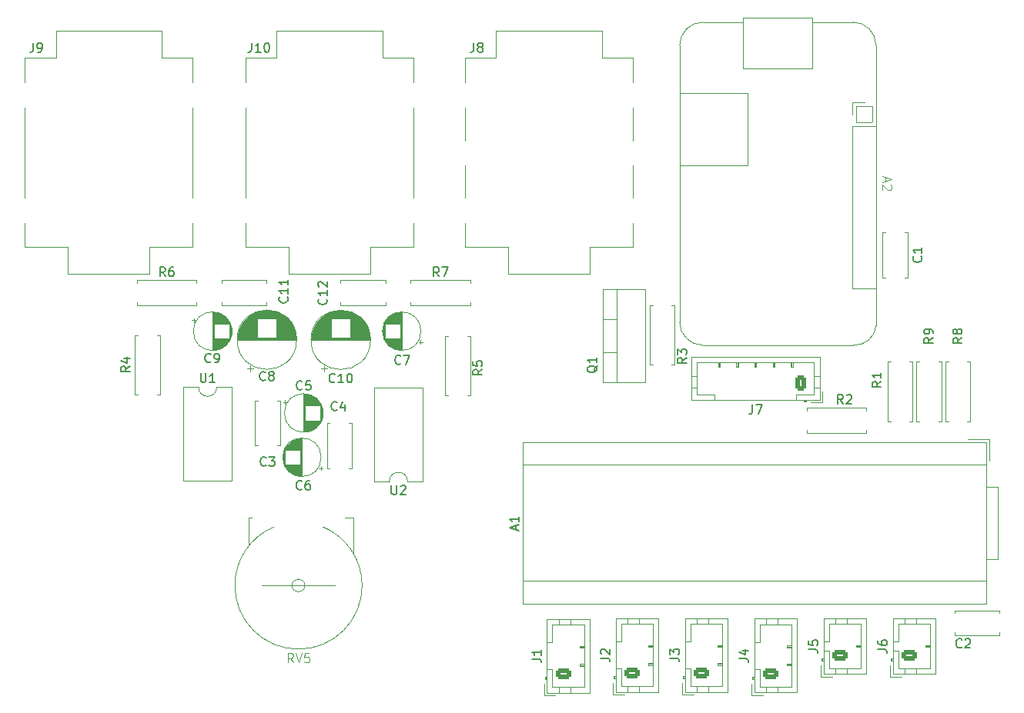
<source format=gto>
G04 #@! TF.GenerationSoftware,KiCad,Pcbnew,7.0.6*
G04 #@! TF.CreationDate,2023-10-03T18:05:15-04:00*
G04 #@! TF.ProjectId,pcb,7063622e-6b69-4636-9164-5f7063625858,1.0*
G04 #@! TF.SameCoordinates,Original*
G04 #@! TF.FileFunction,Legend,Top*
G04 #@! TF.FilePolarity,Positive*
%FSLAX46Y46*%
G04 Gerber Fmt 4.6, Leading zero omitted, Abs format (unit mm)*
G04 Created by KiCad (PCBNEW 7.0.6) date 2023-10-03 18:05:15*
%MOMM*%
%LPD*%
G01*
G04 APERTURE LIST*
G04 Aperture macros list*
%AMRoundRect*
0 Rectangle with rounded corners*
0 $1 Rounding radius*
0 $2 $3 $4 $5 $6 $7 $8 $9 X,Y pos of 4 corners*
0 Add a 4 corners polygon primitive as box body*
4,1,4,$2,$3,$4,$5,$6,$7,$8,$9,$2,$3,0*
0 Add four circle primitives for the rounded corners*
1,1,$1+$1,$2,$3*
1,1,$1+$1,$4,$5*
1,1,$1+$1,$6,$7*
1,1,$1+$1,$8,$9*
0 Add four rect primitives between the rounded corners*
20,1,$1+$1,$2,$3,$4,$5,0*
20,1,$1+$1,$4,$5,$6,$7,0*
20,1,$1+$1,$6,$7,$8,$9,0*
20,1,$1+$1,$8,$9,$2,$3,0*%
G04 Aperture macros list end*
%ADD10C,0.150000*%
%ADD11C,0.125000*%
%ADD12C,0.100000*%
%ADD13C,0.120000*%
%ADD14C,0.250000*%
%ADD15C,0.300000*%
%ADD16R,1.200000X1.200000*%
%ADD17C,1.200000*%
%ADD18C,5.000000*%
%ADD19RoundRect,0.250000X0.625000X-0.350000X0.625000X0.350000X-0.625000X0.350000X-0.625000X-0.350000X0*%
%ADD20O,1.750000X1.200000*%
%ADD21C,1.600000*%
%ADD22O,1.600000X1.600000*%
%ADD23RoundRect,0.250000X0.350000X0.625000X-0.350000X0.625000X-0.350000X-0.625000X0.350000X-0.625000X0*%
%ADD24O,1.200000X1.750000*%
%ADD25R,1.600000X1.600000*%
%ADD26C,3.301600*%
%ADD27C,3.001600*%
%ADD28RoundRect,0.050800X-0.889000X-0.889000X0.889000X-0.889000X0.889000X0.889000X-0.889000X0.889000X0*%
%ADD29C,1.879600*%
%ADD30C,3.000000*%
%ADD31R,1.700000X1.700000*%
%ADD32C,1.700000*%
%ADD33R,1.400000X2.000000*%
%ADD34R,2.000000X1.905000*%
%ADD35O,2.000000X1.905000*%
G04 APERTURE END LIST*
D10*
X94905359Y-103859580D02*
X94857740Y-103907200D01*
X94857740Y-103907200D02*
X94714883Y-103954819D01*
X94714883Y-103954819D02*
X94619645Y-103954819D01*
X94619645Y-103954819D02*
X94476788Y-103907200D01*
X94476788Y-103907200D02*
X94381550Y-103811961D01*
X94381550Y-103811961D02*
X94333931Y-103716723D01*
X94333931Y-103716723D02*
X94286312Y-103526247D01*
X94286312Y-103526247D02*
X94286312Y-103383390D01*
X94286312Y-103383390D02*
X94333931Y-103192914D01*
X94333931Y-103192914D02*
X94381550Y-103097676D01*
X94381550Y-103097676D02*
X94476788Y-103002438D01*
X94476788Y-103002438D02*
X94619645Y-102954819D01*
X94619645Y-102954819D02*
X94714883Y-102954819D01*
X94714883Y-102954819D02*
X94857740Y-103002438D01*
X94857740Y-103002438D02*
X94905359Y-103050057D01*
X95810121Y-102954819D02*
X95333931Y-102954819D01*
X95333931Y-102954819D02*
X95286312Y-103431009D01*
X95286312Y-103431009D02*
X95333931Y-103383390D01*
X95333931Y-103383390D02*
X95429169Y-103335771D01*
X95429169Y-103335771D02*
X95667264Y-103335771D01*
X95667264Y-103335771D02*
X95762502Y-103383390D01*
X95762502Y-103383390D02*
X95810121Y-103431009D01*
X95810121Y-103431009D02*
X95857740Y-103526247D01*
X95857740Y-103526247D02*
X95857740Y-103764342D01*
X95857740Y-103764342D02*
X95810121Y-103859580D01*
X95810121Y-103859580D02*
X95762502Y-103907200D01*
X95762502Y-103907200D02*
X95667264Y-103954819D01*
X95667264Y-103954819D02*
X95429169Y-103954819D01*
X95429169Y-103954819D02*
X95333931Y-103907200D01*
X95333931Y-103907200D02*
X95286312Y-103859580D01*
X120167819Y-133574566D02*
X120882104Y-133574566D01*
X120882104Y-133574566D02*
X121024961Y-133622185D01*
X121024961Y-133622185D02*
X121120200Y-133717423D01*
X121120200Y-133717423D02*
X121167819Y-133860280D01*
X121167819Y-133860280D02*
X121167819Y-133955518D01*
X121167819Y-132574566D02*
X121167819Y-133145994D01*
X121167819Y-132860280D02*
X120167819Y-132860280D01*
X120167819Y-132860280D02*
X120310676Y-132955518D01*
X120310676Y-132955518D02*
X120405914Y-133050756D01*
X120405914Y-133050756D02*
X120453533Y-133145994D01*
X127745819Y-133478566D02*
X128460104Y-133478566D01*
X128460104Y-133478566D02*
X128602961Y-133526185D01*
X128602961Y-133526185D02*
X128698200Y-133621423D01*
X128698200Y-133621423D02*
X128745819Y-133764280D01*
X128745819Y-133764280D02*
X128745819Y-133859518D01*
X127841057Y-133049994D02*
X127793438Y-133002375D01*
X127793438Y-133002375D02*
X127745819Y-132907137D01*
X127745819Y-132907137D02*
X127745819Y-132669042D01*
X127745819Y-132669042D02*
X127793438Y-132573804D01*
X127793438Y-132573804D02*
X127841057Y-132526185D01*
X127841057Y-132526185D02*
X127936295Y-132478566D01*
X127936295Y-132478566D02*
X128031533Y-132478566D01*
X128031533Y-132478566D02*
X128174390Y-132526185D01*
X128174390Y-132526185D02*
X128745819Y-133097613D01*
X128745819Y-133097613D02*
X128745819Y-132478566D01*
X167459819Y-98210666D02*
X166983628Y-98543999D01*
X167459819Y-98782094D02*
X166459819Y-98782094D01*
X166459819Y-98782094D02*
X166459819Y-98401142D01*
X166459819Y-98401142D02*
X166507438Y-98305904D01*
X166507438Y-98305904D02*
X166555057Y-98258285D01*
X166555057Y-98258285D02*
X166650295Y-98210666D01*
X166650295Y-98210666D02*
X166793152Y-98210666D01*
X166793152Y-98210666D02*
X166888390Y-98258285D01*
X166888390Y-98258285D02*
X166936009Y-98305904D01*
X166936009Y-98305904D02*
X166983628Y-98401142D01*
X166983628Y-98401142D02*
X166983628Y-98782094D01*
X166888390Y-97639237D02*
X166840771Y-97734475D01*
X166840771Y-97734475D02*
X166793152Y-97782094D01*
X166793152Y-97782094D02*
X166697914Y-97829713D01*
X166697914Y-97829713D02*
X166650295Y-97829713D01*
X166650295Y-97829713D02*
X166555057Y-97782094D01*
X166555057Y-97782094D02*
X166507438Y-97734475D01*
X166507438Y-97734475D02*
X166459819Y-97639237D01*
X166459819Y-97639237D02*
X166459819Y-97448761D01*
X166459819Y-97448761D02*
X166507438Y-97353523D01*
X166507438Y-97353523D02*
X166555057Y-97305904D01*
X166555057Y-97305904D02*
X166650295Y-97258285D01*
X166650295Y-97258285D02*
X166697914Y-97258285D01*
X166697914Y-97258285D02*
X166793152Y-97305904D01*
X166793152Y-97305904D02*
X166840771Y-97353523D01*
X166840771Y-97353523D02*
X166888390Y-97448761D01*
X166888390Y-97448761D02*
X166888390Y-97639237D01*
X166888390Y-97639237D02*
X166936009Y-97734475D01*
X166936009Y-97734475D02*
X166983628Y-97782094D01*
X166983628Y-97782094D02*
X167078866Y-97829713D01*
X167078866Y-97829713D02*
X167269342Y-97829713D01*
X167269342Y-97829713D02*
X167364580Y-97782094D01*
X167364580Y-97782094D02*
X167412200Y-97734475D01*
X167412200Y-97734475D02*
X167459819Y-97639237D01*
X167459819Y-97639237D02*
X167459819Y-97448761D01*
X167459819Y-97448761D02*
X167412200Y-97353523D01*
X167412200Y-97353523D02*
X167364580Y-97305904D01*
X167364580Y-97305904D02*
X167269342Y-97258285D01*
X167269342Y-97258285D02*
X167078866Y-97258285D01*
X167078866Y-97258285D02*
X166983628Y-97305904D01*
X166983628Y-97305904D02*
X166936009Y-97353523D01*
X166936009Y-97353523D02*
X166888390Y-97448761D01*
X144416666Y-105604819D02*
X144416666Y-106319104D01*
X144416666Y-106319104D02*
X144369047Y-106461961D01*
X144369047Y-106461961D02*
X144273809Y-106557200D01*
X144273809Y-106557200D02*
X144130952Y-106604819D01*
X144130952Y-106604819D02*
X144035714Y-106604819D01*
X144797619Y-105604819D02*
X145464285Y-105604819D01*
X145464285Y-105604819D02*
X145035714Y-106604819D01*
X79857959Y-91464819D02*
X79524626Y-90988628D01*
X79286531Y-91464819D02*
X79286531Y-90464819D01*
X79286531Y-90464819D02*
X79667483Y-90464819D01*
X79667483Y-90464819D02*
X79762721Y-90512438D01*
X79762721Y-90512438D02*
X79810340Y-90560057D01*
X79810340Y-90560057D02*
X79857959Y-90655295D01*
X79857959Y-90655295D02*
X79857959Y-90798152D01*
X79857959Y-90798152D02*
X79810340Y-90893390D01*
X79810340Y-90893390D02*
X79762721Y-90941009D01*
X79762721Y-90941009D02*
X79667483Y-90988628D01*
X79667483Y-90988628D02*
X79286531Y-90988628D01*
X80715102Y-90464819D02*
X80524626Y-90464819D01*
X80524626Y-90464819D02*
X80429388Y-90512438D01*
X80429388Y-90512438D02*
X80381769Y-90560057D01*
X80381769Y-90560057D02*
X80286531Y-90702914D01*
X80286531Y-90702914D02*
X80238912Y-90893390D01*
X80238912Y-90893390D02*
X80238912Y-91274342D01*
X80238912Y-91274342D02*
X80286531Y-91369580D01*
X80286531Y-91369580D02*
X80334150Y-91417200D01*
X80334150Y-91417200D02*
X80429388Y-91464819D01*
X80429388Y-91464819D02*
X80619864Y-91464819D01*
X80619864Y-91464819D02*
X80715102Y-91417200D01*
X80715102Y-91417200D02*
X80762721Y-91369580D01*
X80762721Y-91369580D02*
X80810340Y-91274342D01*
X80810340Y-91274342D02*
X80810340Y-91036247D01*
X80810340Y-91036247D02*
X80762721Y-90941009D01*
X80762721Y-90941009D02*
X80715102Y-90893390D01*
X80715102Y-90893390D02*
X80619864Y-90845771D01*
X80619864Y-90845771D02*
X80429388Y-90845771D01*
X80429388Y-90845771D02*
X80334150Y-90893390D01*
X80334150Y-90893390D02*
X80286531Y-90941009D01*
X80286531Y-90941009D02*
X80238912Y-91036247D01*
X162959580Y-89266666D02*
X163007200Y-89314285D01*
X163007200Y-89314285D02*
X163054819Y-89457142D01*
X163054819Y-89457142D02*
X163054819Y-89552380D01*
X163054819Y-89552380D02*
X163007200Y-89695237D01*
X163007200Y-89695237D02*
X162911961Y-89790475D01*
X162911961Y-89790475D02*
X162816723Y-89838094D01*
X162816723Y-89838094D02*
X162626247Y-89885713D01*
X162626247Y-89885713D02*
X162483390Y-89885713D01*
X162483390Y-89885713D02*
X162292914Y-89838094D01*
X162292914Y-89838094D02*
X162197676Y-89790475D01*
X162197676Y-89790475D02*
X162102438Y-89695237D01*
X162102438Y-89695237D02*
X162054819Y-89552380D01*
X162054819Y-89552380D02*
X162054819Y-89457142D01*
X162054819Y-89457142D02*
X162102438Y-89314285D01*
X162102438Y-89314285D02*
X162150057Y-89266666D01*
X163054819Y-88314285D02*
X163054819Y-88885713D01*
X163054819Y-88599999D02*
X162054819Y-88599999D01*
X162054819Y-88599999D02*
X162197676Y-88695237D01*
X162197676Y-88695237D02*
X162292914Y-88790475D01*
X162292914Y-88790475D02*
X162340533Y-88885713D01*
X167433333Y-132259580D02*
X167385714Y-132307200D01*
X167385714Y-132307200D02*
X167242857Y-132354819D01*
X167242857Y-132354819D02*
X167147619Y-132354819D01*
X167147619Y-132354819D02*
X167004762Y-132307200D01*
X167004762Y-132307200D02*
X166909524Y-132211961D01*
X166909524Y-132211961D02*
X166861905Y-132116723D01*
X166861905Y-132116723D02*
X166814286Y-131926247D01*
X166814286Y-131926247D02*
X166814286Y-131783390D01*
X166814286Y-131783390D02*
X166861905Y-131592914D01*
X166861905Y-131592914D02*
X166909524Y-131497676D01*
X166909524Y-131497676D02*
X167004762Y-131402438D01*
X167004762Y-131402438D02*
X167147619Y-131354819D01*
X167147619Y-131354819D02*
X167242857Y-131354819D01*
X167242857Y-131354819D02*
X167385714Y-131402438D01*
X167385714Y-131402438D02*
X167433333Y-131450057D01*
X167814286Y-131450057D02*
X167861905Y-131402438D01*
X167861905Y-131402438D02*
X167957143Y-131354819D01*
X167957143Y-131354819D02*
X168195238Y-131354819D01*
X168195238Y-131354819D02*
X168290476Y-131402438D01*
X168290476Y-131402438D02*
X168338095Y-131450057D01*
X168338095Y-131450057D02*
X168385714Y-131545295D01*
X168385714Y-131545295D02*
X168385714Y-131640533D01*
X168385714Y-131640533D02*
X168338095Y-131783390D01*
X168338095Y-131783390D02*
X167766667Y-132354819D01*
X167766667Y-132354819D02*
X168385714Y-132354819D01*
X98507142Y-103059580D02*
X98459523Y-103107200D01*
X98459523Y-103107200D02*
X98316666Y-103154819D01*
X98316666Y-103154819D02*
X98221428Y-103154819D01*
X98221428Y-103154819D02*
X98078571Y-103107200D01*
X98078571Y-103107200D02*
X97983333Y-103011961D01*
X97983333Y-103011961D02*
X97935714Y-102916723D01*
X97935714Y-102916723D02*
X97888095Y-102726247D01*
X97888095Y-102726247D02*
X97888095Y-102583390D01*
X97888095Y-102583390D02*
X97935714Y-102392914D01*
X97935714Y-102392914D02*
X97983333Y-102297676D01*
X97983333Y-102297676D02*
X98078571Y-102202438D01*
X98078571Y-102202438D02*
X98221428Y-102154819D01*
X98221428Y-102154819D02*
X98316666Y-102154819D01*
X98316666Y-102154819D02*
X98459523Y-102202438D01*
X98459523Y-102202438D02*
X98507142Y-102250057D01*
X99459523Y-103154819D02*
X98888095Y-103154819D01*
X99173809Y-103154819D02*
X99173809Y-102154819D01*
X99173809Y-102154819D02*
X99078571Y-102297676D01*
X99078571Y-102297676D02*
X98983333Y-102392914D01*
X98983333Y-102392914D02*
X98888095Y-102440533D01*
X100078571Y-102154819D02*
X100173809Y-102154819D01*
X100173809Y-102154819D02*
X100269047Y-102202438D01*
X100269047Y-102202438D02*
X100316666Y-102250057D01*
X100316666Y-102250057D02*
X100364285Y-102345295D01*
X100364285Y-102345295D02*
X100411904Y-102535771D01*
X100411904Y-102535771D02*
X100411904Y-102773866D01*
X100411904Y-102773866D02*
X100364285Y-102964342D01*
X100364285Y-102964342D02*
X100316666Y-103059580D01*
X100316666Y-103059580D02*
X100269047Y-103107200D01*
X100269047Y-103107200D02*
X100173809Y-103154819D01*
X100173809Y-103154819D02*
X100078571Y-103154819D01*
X100078571Y-103154819D02*
X99983333Y-103107200D01*
X99983333Y-103107200D02*
X99935714Y-103059580D01*
X99935714Y-103059580D02*
X99888095Y-102964342D01*
X99888095Y-102964342D02*
X99840476Y-102773866D01*
X99840476Y-102773866D02*
X99840476Y-102535771D01*
X99840476Y-102535771D02*
X99888095Y-102345295D01*
X99888095Y-102345295D02*
X99935714Y-102250057D01*
X99935714Y-102250057D02*
X99983333Y-102202438D01*
X99983333Y-102202438D02*
X100078571Y-102154819D01*
X158225819Y-132510566D02*
X158940104Y-132510566D01*
X158940104Y-132510566D02*
X159082961Y-132558185D01*
X159082961Y-132558185D02*
X159178200Y-132653423D01*
X159178200Y-132653423D02*
X159225819Y-132796280D01*
X159225819Y-132796280D02*
X159225819Y-132891518D01*
X158225819Y-131605804D02*
X158225819Y-131796280D01*
X158225819Y-131796280D02*
X158273438Y-131891518D01*
X158273438Y-131891518D02*
X158321057Y-131939137D01*
X158321057Y-131939137D02*
X158463914Y-132034375D01*
X158463914Y-132034375D02*
X158654390Y-132081994D01*
X158654390Y-132081994D02*
X159035342Y-132081994D01*
X159035342Y-132081994D02*
X159130580Y-132034375D01*
X159130580Y-132034375D02*
X159178200Y-131986756D01*
X159178200Y-131986756D02*
X159225819Y-131891518D01*
X159225819Y-131891518D02*
X159225819Y-131701042D01*
X159225819Y-131701042D02*
X159178200Y-131605804D01*
X159178200Y-131605804D02*
X159130580Y-131558185D01*
X159130580Y-131558185D02*
X159035342Y-131510566D01*
X159035342Y-131510566D02*
X158797247Y-131510566D01*
X158797247Y-131510566D02*
X158702009Y-131558185D01*
X158702009Y-131558185D02*
X158654390Y-131605804D01*
X158654390Y-131605804D02*
X158606771Y-131701042D01*
X158606771Y-131701042D02*
X158606771Y-131891518D01*
X158606771Y-131891518D02*
X158654390Y-131986756D01*
X158654390Y-131986756D02*
X158702009Y-132034375D01*
X158702009Y-132034375D02*
X158797247Y-132081994D01*
X90933333Y-112259580D02*
X90885714Y-112307200D01*
X90885714Y-112307200D02*
X90742857Y-112354819D01*
X90742857Y-112354819D02*
X90647619Y-112354819D01*
X90647619Y-112354819D02*
X90504762Y-112307200D01*
X90504762Y-112307200D02*
X90409524Y-112211961D01*
X90409524Y-112211961D02*
X90361905Y-112116723D01*
X90361905Y-112116723D02*
X90314286Y-111926247D01*
X90314286Y-111926247D02*
X90314286Y-111783390D01*
X90314286Y-111783390D02*
X90361905Y-111592914D01*
X90361905Y-111592914D02*
X90409524Y-111497676D01*
X90409524Y-111497676D02*
X90504762Y-111402438D01*
X90504762Y-111402438D02*
X90647619Y-111354819D01*
X90647619Y-111354819D02*
X90742857Y-111354819D01*
X90742857Y-111354819D02*
X90885714Y-111402438D01*
X90885714Y-111402438D02*
X90933333Y-111450057D01*
X91266667Y-111354819D02*
X91885714Y-111354819D01*
X91885714Y-111354819D02*
X91552381Y-111735771D01*
X91552381Y-111735771D02*
X91695238Y-111735771D01*
X91695238Y-111735771D02*
X91790476Y-111783390D01*
X91790476Y-111783390D02*
X91838095Y-111831009D01*
X91838095Y-111831009D02*
X91885714Y-111926247D01*
X91885714Y-111926247D02*
X91885714Y-112164342D01*
X91885714Y-112164342D02*
X91838095Y-112259580D01*
X91838095Y-112259580D02*
X91790476Y-112307200D01*
X91790476Y-112307200D02*
X91695238Y-112354819D01*
X91695238Y-112354819D02*
X91409524Y-112354819D01*
X91409524Y-112354819D02*
X91314286Y-112307200D01*
X91314286Y-112307200D02*
X91266667Y-112259580D01*
D11*
X159011395Y-80545347D02*
X159011395Y-81021537D01*
X158725680Y-80450109D02*
X159725680Y-80783442D01*
X159725680Y-80783442D02*
X158725680Y-81116775D01*
X159630442Y-81402490D02*
X159678061Y-81450109D01*
X159678061Y-81450109D02*
X159725680Y-81545347D01*
X159725680Y-81545347D02*
X159725680Y-81783442D01*
X159725680Y-81783442D02*
X159678061Y-81878680D01*
X159678061Y-81878680D02*
X159630442Y-81926299D01*
X159630442Y-81926299D02*
X159535204Y-81973918D01*
X159535204Y-81973918D02*
X159439966Y-81973918D01*
X159439966Y-81973918D02*
X159297109Y-81926299D01*
X159297109Y-81926299D02*
X158725680Y-81354871D01*
X158725680Y-81354871D02*
X158725680Y-81973918D01*
D10*
X105733333Y-101059580D02*
X105685714Y-101107200D01*
X105685714Y-101107200D02*
X105542857Y-101154819D01*
X105542857Y-101154819D02*
X105447619Y-101154819D01*
X105447619Y-101154819D02*
X105304762Y-101107200D01*
X105304762Y-101107200D02*
X105209524Y-101011961D01*
X105209524Y-101011961D02*
X105161905Y-100916723D01*
X105161905Y-100916723D02*
X105114286Y-100726247D01*
X105114286Y-100726247D02*
X105114286Y-100583390D01*
X105114286Y-100583390D02*
X105161905Y-100392914D01*
X105161905Y-100392914D02*
X105209524Y-100297676D01*
X105209524Y-100297676D02*
X105304762Y-100202438D01*
X105304762Y-100202438D02*
X105447619Y-100154819D01*
X105447619Y-100154819D02*
X105542857Y-100154819D01*
X105542857Y-100154819D02*
X105685714Y-100202438D01*
X105685714Y-100202438D02*
X105733333Y-100250057D01*
X106066667Y-100154819D02*
X106733333Y-100154819D01*
X106733333Y-100154819D02*
X106304762Y-101154819D01*
X93259580Y-93742857D02*
X93307200Y-93790476D01*
X93307200Y-93790476D02*
X93354819Y-93933333D01*
X93354819Y-93933333D02*
X93354819Y-94028571D01*
X93354819Y-94028571D02*
X93307200Y-94171428D01*
X93307200Y-94171428D02*
X93211961Y-94266666D01*
X93211961Y-94266666D02*
X93116723Y-94314285D01*
X93116723Y-94314285D02*
X92926247Y-94361904D01*
X92926247Y-94361904D02*
X92783390Y-94361904D01*
X92783390Y-94361904D02*
X92592914Y-94314285D01*
X92592914Y-94314285D02*
X92497676Y-94266666D01*
X92497676Y-94266666D02*
X92402438Y-94171428D01*
X92402438Y-94171428D02*
X92354819Y-94028571D01*
X92354819Y-94028571D02*
X92354819Y-93933333D01*
X92354819Y-93933333D02*
X92402438Y-93790476D01*
X92402438Y-93790476D02*
X92450057Y-93742857D01*
X93354819Y-92790476D02*
X93354819Y-93361904D01*
X93354819Y-93076190D02*
X92354819Y-93076190D01*
X92354819Y-93076190D02*
X92497676Y-93171428D01*
X92497676Y-93171428D02*
X92592914Y-93266666D01*
X92592914Y-93266666D02*
X92640533Y-93361904D01*
X93354819Y-91838095D02*
X93354819Y-92409523D01*
X93354819Y-92123809D02*
X92354819Y-92123809D01*
X92354819Y-92123809D02*
X92497676Y-92219047D01*
X92497676Y-92219047D02*
X92592914Y-92314285D01*
X92592914Y-92314285D02*
X92640533Y-92409523D01*
X164284819Y-98210666D02*
X163808628Y-98543999D01*
X164284819Y-98782094D02*
X163284819Y-98782094D01*
X163284819Y-98782094D02*
X163284819Y-98401142D01*
X163284819Y-98401142D02*
X163332438Y-98305904D01*
X163332438Y-98305904D02*
X163380057Y-98258285D01*
X163380057Y-98258285D02*
X163475295Y-98210666D01*
X163475295Y-98210666D02*
X163618152Y-98210666D01*
X163618152Y-98210666D02*
X163713390Y-98258285D01*
X163713390Y-98258285D02*
X163761009Y-98305904D01*
X163761009Y-98305904D02*
X163808628Y-98401142D01*
X163808628Y-98401142D02*
X163808628Y-98782094D01*
X164284819Y-97734475D02*
X164284819Y-97543999D01*
X164284819Y-97543999D02*
X164237200Y-97448761D01*
X164237200Y-97448761D02*
X164189580Y-97401142D01*
X164189580Y-97401142D02*
X164046723Y-97305904D01*
X164046723Y-97305904D02*
X163856247Y-97258285D01*
X163856247Y-97258285D02*
X163475295Y-97258285D01*
X163475295Y-97258285D02*
X163380057Y-97305904D01*
X163380057Y-97305904D02*
X163332438Y-97353523D01*
X163332438Y-97353523D02*
X163284819Y-97448761D01*
X163284819Y-97448761D02*
X163284819Y-97639237D01*
X163284819Y-97639237D02*
X163332438Y-97734475D01*
X163332438Y-97734475D02*
X163380057Y-97782094D01*
X163380057Y-97782094D02*
X163475295Y-97829713D01*
X163475295Y-97829713D02*
X163713390Y-97829713D01*
X163713390Y-97829713D02*
X163808628Y-97782094D01*
X163808628Y-97782094D02*
X163856247Y-97734475D01*
X163856247Y-97734475D02*
X163903866Y-97639237D01*
X163903866Y-97639237D02*
X163903866Y-97448761D01*
X163903866Y-97448761D02*
X163856247Y-97353523D01*
X163856247Y-97353523D02*
X163808628Y-97305904D01*
X163808628Y-97305904D02*
X163713390Y-97258285D01*
X90857959Y-102859580D02*
X90810340Y-102907200D01*
X90810340Y-102907200D02*
X90667483Y-102954819D01*
X90667483Y-102954819D02*
X90572245Y-102954819D01*
X90572245Y-102954819D02*
X90429388Y-102907200D01*
X90429388Y-102907200D02*
X90334150Y-102811961D01*
X90334150Y-102811961D02*
X90286531Y-102716723D01*
X90286531Y-102716723D02*
X90238912Y-102526247D01*
X90238912Y-102526247D02*
X90238912Y-102383390D01*
X90238912Y-102383390D02*
X90286531Y-102192914D01*
X90286531Y-102192914D02*
X90334150Y-102097676D01*
X90334150Y-102097676D02*
X90429388Y-102002438D01*
X90429388Y-102002438D02*
X90572245Y-101954819D01*
X90572245Y-101954819D02*
X90667483Y-101954819D01*
X90667483Y-101954819D02*
X90810340Y-102002438D01*
X90810340Y-102002438D02*
X90857959Y-102050057D01*
X91429388Y-102383390D02*
X91334150Y-102335771D01*
X91334150Y-102335771D02*
X91286531Y-102288152D01*
X91286531Y-102288152D02*
X91238912Y-102192914D01*
X91238912Y-102192914D02*
X91238912Y-102145295D01*
X91238912Y-102145295D02*
X91286531Y-102050057D01*
X91286531Y-102050057D02*
X91334150Y-102002438D01*
X91334150Y-102002438D02*
X91429388Y-101954819D01*
X91429388Y-101954819D02*
X91619864Y-101954819D01*
X91619864Y-101954819D02*
X91715102Y-102002438D01*
X91715102Y-102002438D02*
X91762721Y-102050057D01*
X91762721Y-102050057D02*
X91810340Y-102145295D01*
X91810340Y-102145295D02*
X91810340Y-102192914D01*
X91810340Y-102192914D02*
X91762721Y-102288152D01*
X91762721Y-102288152D02*
X91715102Y-102335771D01*
X91715102Y-102335771D02*
X91619864Y-102383390D01*
X91619864Y-102383390D02*
X91429388Y-102383390D01*
X91429388Y-102383390D02*
X91334150Y-102431009D01*
X91334150Y-102431009D02*
X91286531Y-102478628D01*
X91286531Y-102478628D02*
X91238912Y-102573866D01*
X91238912Y-102573866D02*
X91238912Y-102764342D01*
X91238912Y-102764342D02*
X91286531Y-102859580D01*
X91286531Y-102859580D02*
X91334150Y-102907200D01*
X91334150Y-102907200D02*
X91429388Y-102954819D01*
X91429388Y-102954819D02*
X91619864Y-102954819D01*
X91619864Y-102954819D02*
X91715102Y-102907200D01*
X91715102Y-102907200D02*
X91762721Y-102859580D01*
X91762721Y-102859580D02*
X91810340Y-102764342D01*
X91810340Y-102764342D02*
X91810340Y-102573866D01*
X91810340Y-102573866D02*
X91762721Y-102478628D01*
X91762721Y-102478628D02*
X91715102Y-102431009D01*
X91715102Y-102431009D02*
X91619864Y-102383390D01*
X142985819Y-133542566D02*
X143700104Y-133542566D01*
X143700104Y-133542566D02*
X143842961Y-133590185D01*
X143842961Y-133590185D02*
X143938200Y-133685423D01*
X143938200Y-133685423D02*
X143985819Y-133828280D01*
X143985819Y-133828280D02*
X143985819Y-133923518D01*
X143319152Y-132637804D02*
X143985819Y-132637804D01*
X142938200Y-132875899D02*
X143652485Y-133113994D01*
X143652485Y-133113994D02*
X143652485Y-132494947D01*
X65334292Y-65778219D02*
X65334292Y-66492504D01*
X65334292Y-66492504D02*
X65286673Y-66635361D01*
X65286673Y-66635361D02*
X65191435Y-66730600D01*
X65191435Y-66730600D02*
X65048578Y-66778219D01*
X65048578Y-66778219D02*
X64953340Y-66778219D01*
X65858102Y-66778219D02*
X66048578Y-66778219D01*
X66048578Y-66778219D02*
X66143816Y-66730600D01*
X66143816Y-66730600D02*
X66191435Y-66682980D01*
X66191435Y-66682980D02*
X66286673Y-66540123D01*
X66286673Y-66540123D02*
X66334292Y-66349647D01*
X66334292Y-66349647D02*
X66334292Y-65968695D01*
X66334292Y-65968695D02*
X66286673Y-65873457D01*
X66286673Y-65873457D02*
X66239054Y-65825838D01*
X66239054Y-65825838D02*
X66143816Y-65778219D01*
X66143816Y-65778219D02*
X65953340Y-65778219D01*
X65953340Y-65778219D02*
X65858102Y-65825838D01*
X65858102Y-65825838D02*
X65810483Y-65873457D01*
X65810483Y-65873457D02*
X65762864Y-65968695D01*
X65762864Y-65968695D02*
X65762864Y-66206790D01*
X65762864Y-66206790D02*
X65810483Y-66302028D01*
X65810483Y-66302028D02*
X65858102Y-66349647D01*
X65858102Y-66349647D02*
X65953340Y-66397266D01*
X65953340Y-66397266D02*
X66143816Y-66397266D01*
X66143816Y-66397266D02*
X66239054Y-66349647D01*
X66239054Y-66349647D02*
X66286673Y-66302028D01*
X66286673Y-66302028D02*
X66334292Y-66206790D01*
X114704819Y-101706666D02*
X114228628Y-102039999D01*
X114704819Y-102278094D02*
X113704819Y-102278094D01*
X113704819Y-102278094D02*
X113704819Y-101897142D01*
X113704819Y-101897142D02*
X113752438Y-101801904D01*
X113752438Y-101801904D02*
X113800057Y-101754285D01*
X113800057Y-101754285D02*
X113895295Y-101706666D01*
X113895295Y-101706666D02*
X114038152Y-101706666D01*
X114038152Y-101706666D02*
X114133390Y-101754285D01*
X114133390Y-101754285D02*
X114181009Y-101801904D01*
X114181009Y-101801904D02*
X114228628Y-101897142D01*
X114228628Y-101897142D02*
X114228628Y-102278094D01*
X113704819Y-100801904D02*
X113704819Y-101278094D01*
X113704819Y-101278094D02*
X114181009Y-101325713D01*
X114181009Y-101325713D02*
X114133390Y-101278094D01*
X114133390Y-101278094D02*
X114085771Y-101182856D01*
X114085771Y-101182856D02*
X114085771Y-100944761D01*
X114085771Y-100944761D02*
X114133390Y-100849523D01*
X114133390Y-100849523D02*
X114181009Y-100801904D01*
X114181009Y-100801904D02*
X114276247Y-100754285D01*
X114276247Y-100754285D02*
X114514342Y-100754285D01*
X114514342Y-100754285D02*
X114609580Y-100801904D01*
X114609580Y-100801904D02*
X114657200Y-100849523D01*
X114657200Y-100849523D02*
X114704819Y-100944761D01*
X114704819Y-100944761D02*
X114704819Y-101182856D01*
X114704819Y-101182856D02*
X114657200Y-101278094D01*
X114657200Y-101278094D02*
X114609580Y-101325713D01*
X89359476Y-65778219D02*
X89359476Y-66492504D01*
X89359476Y-66492504D02*
X89311857Y-66635361D01*
X89311857Y-66635361D02*
X89216619Y-66730600D01*
X89216619Y-66730600D02*
X89073762Y-66778219D01*
X89073762Y-66778219D02*
X88978524Y-66778219D01*
X90359476Y-66778219D02*
X89788048Y-66778219D01*
X90073762Y-66778219D02*
X90073762Y-65778219D01*
X90073762Y-65778219D02*
X89978524Y-65921076D01*
X89978524Y-65921076D02*
X89883286Y-66016314D01*
X89883286Y-66016314D02*
X89788048Y-66063933D01*
X90978524Y-65778219D02*
X91073762Y-65778219D01*
X91073762Y-65778219D02*
X91169000Y-65825838D01*
X91169000Y-65825838D02*
X91216619Y-65873457D01*
X91216619Y-65873457D02*
X91264238Y-65968695D01*
X91264238Y-65968695D02*
X91311857Y-66159171D01*
X91311857Y-66159171D02*
X91311857Y-66397266D01*
X91311857Y-66397266D02*
X91264238Y-66587742D01*
X91264238Y-66587742D02*
X91216619Y-66682980D01*
X91216619Y-66682980D02*
X91169000Y-66730600D01*
X91169000Y-66730600D02*
X91073762Y-66778219D01*
X91073762Y-66778219D02*
X90978524Y-66778219D01*
X90978524Y-66778219D02*
X90883286Y-66730600D01*
X90883286Y-66730600D02*
X90835667Y-66682980D01*
X90835667Y-66682980D02*
X90788048Y-66587742D01*
X90788048Y-66587742D02*
X90740429Y-66397266D01*
X90740429Y-66397266D02*
X90740429Y-66159171D01*
X90740429Y-66159171D02*
X90788048Y-65968695D01*
X90788048Y-65968695D02*
X90835667Y-65873457D01*
X90835667Y-65873457D02*
X90883286Y-65825838D01*
X90883286Y-65825838D02*
X90978524Y-65778219D01*
X118419104Y-119334285D02*
X118419104Y-118858095D01*
X118704819Y-119429523D02*
X117704819Y-119096190D01*
X117704819Y-119096190D02*
X118704819Y-118762857D01*
X118704819Y-117905714D02*
X118704819Y-118477142D01*
X118704819Y-118191428D02*
X117704819Y-118191428D01*
X117704819Y-118191428D02*
X117847676Y-118286666D01*
X117847676Y-118286666D02*
X117942914Y-118381904D01*
X117942914Y-118381904D02*
X117990533Y-118477142D01*
D12*
X93904761Y-133957419D02*
X93571428Y-133481228D01*
X93333333Y-133957419D02*
X93333333Y-132957419D01*
X93333333Y-132957419D02*
X93714285Y-132957419D01*
X93714285Y-132957419D02*
X93809523Y-133005038D01*
X93809523Y-133005038D02*
X93857142Y-133052657D01*
X93857142Y-133052657D02*
X93904761Y-133147895D01*
X93904761Y-133147895D02*
X93904761Y-133290752D01*
X93904761Y-133290752D02*
X93857142Y-133385990D01*
X93857142Y-133385990D02*
X93809523Y-133433609D01*
X93809523Y-133433609D02*
X93714285Y-133481228D01*
X93714285Y-133481228D02*
X93333333Y-133481228D01*
X94190476Y-132957419D02*
X94523809Y-133957419D01*
X94523809Y-133957419D02*
X94857142Y-132957419D01*
X95666666Y-132957419D02*
X95190476Y-132957419D01*
X95190476Y-132957419D02*
X95142857Y-133433609D01*
X95142857Y-133433609D02*
X95190476Y-133385990D01*
X95190476Y-133385990D02*
X95285714Y-133338371D01*
X95285714Y-133338371D02*
X95523809Y-133338371D01*
X95523809Y-133338371D02*
X95619047Y-133385990D01*
X95619047Y-133385990D02*
X95666666Y-133433609D01*
X95666666Y-133433609D02*
X95714285Y-133528847D01*
X95714285Y-133528847D02*
X95714285Y-133766942D01*
X95714285Y-133766942D02*
X95666666Y-133862180D01*
X95666666Y-133862180D02*
X95619047Y-133909800D01*
X95619047Y-133909800D02*
X95523809Y-133957419D01*
X95523809Y-133957419D02*
X95285714Y-133957419D01*
X95285714Y-133957419D02*
X95190476Y-133909800D01*
X95190476Y-133909800D02*
X95142857Y-133862180D01*
D10*
X127350057Y-101295238D02*
X127302438Y-101390476D01*
X127302438Y-101390476D02*
X127207200Y-101485714D01*
X127207200Y-101485714D02*
X127064342Y-101628571D01*
X127064342Y-101628571D02*
X127016723Y-101723809D01*
X127016723Y-101723809D02*
X127016723Y-101819047D01*
X127254819Y-101771428D02*
X127207200Y-101866666D01*
X127207200Y-101866666D02*
X127111961Y-101961904D01*
X127111961Y-101961904D02*
X126921485Y-102009523D01*
X126921485Y-102009523D02*
X126588152Y-102009523D01*
X126588152Y-102009523D02*
X126397676Y-101961904D01*
X126397676Y-101961904D02*
X126302438Y-101866666D01*
X126302438Y-101866666D02*
X126254819Y-101771428D01*
X126254819Y-101771428D02*
X126254819Y-101580952D01*
X126254819Y-101580952D02*
X126302438Y-101485714D01*
X126302438Y-101485714D02*
X126397676Y-101390476D01*
X126397676Y-101390476D02*
X126588152Y-101342857D01*
X126588152Y-101342857D02*
X126921485Y-101342857D01*
X126921485Y-101342857D02*
X127111961Y-101390476D01*
X127111961Y-101390476D02*
X127207200Y-101485714D01*
X127207200Y-101485714D02*
X127254819Y-101580952D01*
X127254819Y-101580952D02*
X127254819Y-101771428D01*
X127254819Y-100390476D02*
X127254819Y-100961904D01*
X127254819Y-100676190D02*
X126254819Y-100676190D01*
X126254819Y-100676190D02*
X126397676Y-100771428D01*
X126397676Y-100771428D02*
X126492914Y-100866666D01*
X126492914Y-100866666D02*
X126540533Y-100961904D01*
X137204819Y-100416666D02*
X136728628Y-100749999D01*
X137204819Y-100988094D02*
X136204819Y-100988094D01*
X136204819Y-100988094D02*
X136204819Y-100607142D01*
X136204819Y-100607142D02*
X136252438Y-100511904D01*
X136252438Y-100511904D02*
X136300057Y-100464285D01*
X136300057Y-100464285D02*
X136395295Y-100416666D01*
X136395295Y-100416666D02*
X136538152Y-100416666D01*
X136538152Y-100416666D02*
X136633390Y-100464285D01*
X136633390Y-100464285D02*
X136681009Y-100511904D01*
X136681009Y-100511904D02*
X136728628Y-100607142D01*
X136728628Y-100607142D02*
X136728628Y-100988094D01*
X136204819Y-100083332D02*
X136204819Y-99464285D01*
X136204819Y-99464285D02*
X136585771Y-99797618D01*
X136585771Y-99797618D02*
X136585771Y-99654761D01*
X136585771Y-99654761D02*
X136633390Y-99559523D01*
X136633390Y-99559523D02*
X136681009Y-99511904D01*
X136681009Y-99511904D02*
X136776247Y-99464285D01*
X136776247Y-99464285D02*
X137014342Y-99464285D01*
X137014342Y-99464285D02*
X137109580Y-99511904D01*
X137109580Y-99511904D02*
X137157200Y-99559523D01*
X137157200Y-99559523D02*
X137204819Y-99654761D01*
X137204819Y-99654761D02*
X137204819Y-99940475D01*
X137204819Y-99940475D02*
X137157200Y-100035713D01*
X137157200Y-100035713D02*
X137109580Y-100083332D01*
X75984819Y-101356666D02*
X75508628Y-101689999D01*
X75984819Y-101928094D02*
X74984819Y-101928094D01*
X74984819Y-101928094D02*
X74984819Y-101547142D01*
X74984819Y-101547142D02*
X75032438Y-101451904D01*
X75032438Y-101451904D02*
X75080057Y-101404285D01*
X75080057Y-101404285D02*
X75175295Y-101356666D01*
X75175295Y-101356666D02*
X75318152Y-101356666D01*
X75318152Y-101356666D02*
X75413390Y-101404285D01*
X75413390Y-101404285D02*
X75461009Y-101451904D01*
X75461009Y-101451904D02*
X75508628Y-101547142D01*
X75508628Y-101547142D02*
X75508628Y-101928094D01*
X75318152Y-100499523D02*
X75984819Y-100499523D01*
X74937200Y-100737618D02*
X75651485Y-100975713D01*
X75651485Y-100975713D02*
X75651485Y-100356666D01*
X104728095Y-114484819D02*
X104728095Y-115294342D01*
X104728095Y-115294342D02*
X104775714Y-115389580D01*
X104775714Y-115389580D02*
X104823333Y-115437200D01*
X104823333Y-115437200D02*
X104918571Y-115484819D01*
X104918571Y-115484819D02*
X105109047Y-115484819D01*
X105109047Y-115484819D02*
X105204285Y-115437200D01*
X105204285Y-115437200D02*
X105251904Y-115389580D01*
X105251904Y-115389580D02*
X105299523Y-115294342D01*
X105299523Y-115294342D02*
X105299523Y-114484819D01*
X105728095Y-114580057D02*
X105775714Y-114532438D01*
X105775714Y-114532438D02*
X105870952Y-114484819D01*
X105870952Y-114484819D02*
X106109047Y-114484819D01*
X106109047Y-114484819D02*
X106204285Y-114532438D01*
X106204285Y-114532438D02*
X106251904Y-114580057D01*
X106251904Y-114580057D02*
X106299523Y-114675295D01*
X106299523Y-114675295D02*
X106299523Y-114770533D01*
X106299523Y-114770533D02*
X106251904Y-114913390D01*
X106251904Y-114913390D02*
X105680476Y-115484819D01*
X105680476Y-115484819D02*
X106299523Y-115484819D01*
X135365819Y-133478566D02*
X136080104Y-133478566D01*
X136080104Y-133478566D02*
X136222961Y-133526185D01*
X136222961Y-133526185D02*
X136318200Y-133621423D01*
X136318200Y-133621423D02*
X136365819Y-133764280D01*
X136365819Y-133764280D02*
X136365819Y-133859518D01*
X135365819Y-133097613D02*
X135365819Y-132478566D01*
X135365819Y-132478566D02*
X135746771Y-132811899D01*
X135746771Y-132811899D02*
X135746771Y-132669042D01*
X135746771Y-132669042D02*
X135794390Y-132573804D01*
X135794390Y-132573804D02*
X135842009Y-132526185D01*
X135842009Y-132526185D02*
X135937247Y-132478566D01*
X135937247Y-132478566D02*
X136175342Y-132478566D01*
X136175342Y-132478566D02*
X136270580Y-132526185D01*
X136270580Y-132526185D02*
X136318200Y-132573804D01*
X136318200Y-132573804D02*
X136365819Y-132669042D01*
X136365819Y-132669042D02*
X136365819Y-132954756D01*
X136365819Y-132954756D02*
X136318200Y-133049994D01*
X136318200Y-133049994D02*
X136270580Y-133097613D01*
X113769666Y-65778219D02*
X113769666Y-66492504D01*
X113769666Y-66492504D02*
X113722047Y-66635361D01*
X113722047Y-66635361D02*
X113626809Y-66730600D01*
X113626809Y-66730600D02*
X113483952Y-66778219D01*
X113483952Y-66778219D02*
X113388714Y-66778219D01*
X114388714Y-66206790D02*
X114293476Y-66159171D01*
X114293476Y-66159171D02*
X114245857Y-66111552D01*
X114245857Y-66111552D02*
X114198238Y-66016314D01*
X114198238Y-66016314D02*
X114198238Y-65968695D01*
X114198238Y-65968695D02*
X114245857Y-65873457D01*
X114245857Y-65873457D02*
X114293476Y-65825838D01*
X114293476Y-65825838D02*
X114388714Y-65778219D01*
X114388714Y-65778219D02*
X114579190Y-65778219D01*
X114579190Y-65778219D02*
X114674428Y-65825838D01*
X114674428Y-65825838D02*
X114722047Y-65873457D01*
X114722047Y-65873457D02*
X114769666Y-65968695D01*
X114769666Y-65968695D02*
X114769666Y-66016314D01*
X114769666Y-66016314D02*
X114722047Y-66111552D01*
X114722047Y-66111552D02*
X114674428Y-66159171D01*
X114674428Y-66159171D02*
X114579190Y-66206790D01*
X114579190Y-66206790D02*
X114388714Y-66206790D01*
X114388714Y-66206790D02*
X114293476Y-66254409D01*
X114293476Y-66254409D02*
X114245857Y-66302028D01*
X114245857Y-66302028D02*
X114198238Y-66397266D01*
X114198238Y-66397266D02*
X114198238Y-66587742D01*
X114198238Y-66587742D02*
X114245857Y-66682980D01*
X114245857Y-66682980D02*
X114293476Y-66730600D01*
X114293476Y-66730600D02*
X114388714Y-66778219D01*
X114388714Y-66778219D02*
X114579190Y-66778219D01*
X114579190Y-66778219D02*
X114674428Y-66730600D01*
X114674428Y-66730600D02*
X114722047Y-66682980D01*
X114722047Y-66682980D02*
X114769666Y-66587742D01*
X114769666Y-66587742D02*
X114769666Y-66397266D01*
X114769666Y-66397266D02*
X114722047Y-66302028D01*
X114722047Y-66302028D02*
X114674428Y-66254409D01*
X114674428Y-66254409D02*
X114579190Y-66206790D01*
X109943333Y-91464819D02*
X109610000Y-90988628D01*
X109371905Y-91464819D02*
X109371905Y-90464819D01*
X109371905Y-90464819D02*
X109752857Y-90464819D01*
X109752857Y-90464819D02*
X109848095Y-90512438D01*
X109848095Y-90512438D02*
X109895714Y-90560057D01*
X109895714Y-90560057D02*
X109943333Y-90655295D01*
X109943333Y-90655295D02*
X109943333Y-90798152D01*
X109943333Y-90798152D02*
X109895714Y-90893390D01*
X109895714Y-90893390D02*
X109848095Y-90941009D01*
X109848095Y-90941009D02*
X109752857Y-90988628D01*
X109752857Y-90988628D02*
X109371905Y-90988628D01*
X110276667Y-90464819D02*
X110943333Y-90464819D01*
X110943333Y-90464819D02*
X110514762Y-91464819D01*
X84857959Y-100859580D02*
X84810340Y-100907200D01*
X84810340Y-100907200D02*
X84667483Y-100954819D01*
X84667483Y-100954819D02*
X84572245Y-100954819D01*
X84572245Y-100954819D02*
X84429388Y-100907200D01*
X84429388Y-100907200D02*
X84334150Y-100811961D01*
X84334150Y-100811961D02*
X84286531Y-100716723D01*
X84286531Y-100716723D02*
X84238912Y-100526247D01*
X84238912Y-100526247D02*
X84238912Y-100383390D01*
X84238912Y-100383390D02*
X84286531Y-100192914D01*
X84286531Y-100192914D02*
X84334150Y-100097676D01*
X84334150Y-100097676D02*
X84429388Y-100002438D01*
X84429388Y-100002438D02*
X84572245Y-99954819D01*
X84572245Y-99954819D02*
X84667483Y-99954819D01*
X84667483Y-99954819D02*
X84810340Y-100002438D01*
X84810340Y-100002438D02*
X84857959Y-100050057D01*
X85334150Y-100954819D02*
X85524626Y-100954819D01*
X85524626Y-100954819D02*
X85619864Y-100907200D01*
X85619864Y-100907200D02*
X85667483Y-100859580D01*
X85667483Y-100859580D02*
X85762721Y-100716723D01*
X85762721Y-100716723D02*
X85810340Y-100526247D01*
X85810340Y-100526247D02*
X85810340Y-100145295D01*
X85810340Y-100145295D02*
X85762721Y-100050057D01*
X85762721Y-100050057D02*
X85715102Y-100002438D01*
X85715102Y-100002438D02*
X85619864Y-99954819D01*
X85619864Y-99954819D02*
X85429388Y-99954819D01*
X85429388Y-99954819D02*
X85334150Y-100002438D01*
X85334150Y-100002438D02*
X85286531Y-100050057D01*
X85286531Y-100050057D02*
X85238912Y-100145295D01*
X85238912Y-100145295D02*
X85238912Y-100383390D01*
X85238912Y-100383390D02*
X85286531Y-100478628D01*
X85286531Y-100478628D02*
X85334150Y-100526247D01*
X85334150Y-100526247D02*
X85429388Y-100573866D01*
X85429388Y-100573866D02*
X85619864Y-100573866D01*
X85619864Y-100573866D02*
X85715102Y-100526247D01*
X85715102Y-100526247D02*
X85762721Y-100478628D01*
X85762721Y-100478628D02*
X85810340Y-100383390D01*
X98733333Y-106159580D02*
X98685714Y-106207200D01*
X98685714Y-106207200D02*
X98542857Y-106254819D01*
X98542857Y-106254819D02*
X98447619Y-106254819D01*
X98447619Y-106254819D02*
X98304762Y-106207200D01*
X98304762Y-106207200D02*
X98209524Y-106111961D01*
X98209524Y-106111961D02*
X98161905Y-106016723D01*
X98161905Y-106016723D02*
X98114286Y-105826247D01*
X98114286Y-105826247D02*
X98114286Y-105683390D01*
X98114286Y-105683390D02*
X98161905Y-105492914D01*
X98161905Y-105492914D02*
X98209524Y-105397676D01*
X98209524Y-105397676D02*
X98304762Y-105302438D01*
X98304762Y-105302438D02*
X98447619Y-105254819D01*
X98447619Y-105254819D02*
X98542857Y-105254819D01*
X98542857Y-105254819D02*
X98685714Y-105302438D01*
X98685714Y-105302438D02*
X98733333Y-105350057D01*
X99590476Y-105588152D02*
X99590476Y-106254819D01*
X99352381Y-105207200D02*
X99114286Y-105921485D01*
X99114286Y-105921485D02*
X99733333Y-105921485D01*
X83748095Y-102124819D02*
X83748095Y-102934342D01*
X83748095Y-102934342D02*
X83795714Y-103029580D01*
X83795714Y-103029580D02*
X83843333Y-103077200D01*
X83843333Y-103077200D02*
X83938571Y-103124819D01*
X83938571Y-103124819D02*
X84129047Y-103124819D01*
X84129047Y-103124819D02*
X84224285Y-103077200D01*
X84224285Y-103077200D02*
X84271904Y-103029580D01*
X84271904Y-103029580D02*
X84319523Y-102934342D01*
X84319523Y-102934342D02*
X84319523Y-102124819D01*
X85319523Y-103124819D02*
X84748095Y-103124819D01*
X85033809Y-103124819D02*
X85033809Y-102124819D01*
X85033809Y-102124819D02*
X84938571Y-102267676D01*
X84938571Y-102267676D02*
X84843333Y-102362914D01*
X84843333Y-102362914D02*
X84748095Y-102410533D01*
X94857959Y-114859580D02*
X94810340Y-114907200D01*
X94810340Y-114907200D02*
X94667483Y-114954819D01*
X94667483Y-114954819D02*
X94572245Y-114954819D01*
X94572245Y-114954819D02*
X94429388Y-114907200D01*
X94429388Y-114907200D02*
X94334150Y-114811961D01*
X94334150Y-114811961D02*
X94286531Y-114716723D01*
X94286531Y-114716723D02*
X94238912Y-114526247D01*
X94238912Y-114526247D02*
X94238912Y-114383390D01*
X94238912Y-114383390D02*
X94286531Y-114192914D01*
X94286531Y-114192914D02*
X94334150Y-114097676D01*
X94334150Y-114097676D02*
X94429388Y-114002438D01*
X94429388Y-114002438D02*
X94572245Y-113954819D01*
X94572245Y-113954819D02*
X94667483Y-113954819D01*
X94667483Y-113954819D02*
X94810340Y-114002438D01*
X94810340Y-114002438D02*
X94857959Y-114050057D01*
X95715102Y-113954819D02*
X95524626Y-113954819D01*
X95524626Y-113954819D02*
X95429388Y-114002438D01*
X95429388Y-114002438D02*
X95381769Y-114050057D01*
X95381769Y-114050057D02*
X95286531Y-114192914D01*
X95286531Y-114192914D02*
X95238912Y-114383390D01*
X95238912Y-114383390D02*
X95238912Y-114764342D01*
X95238912Y-114764342D02*
X95286531Y-114859580D01*
X95286531Y-114859580D02*
X95334150Y-114907200D01*
X95334150Y-114907200D02*
X95429388Y-114954819D01*
X95429388Y-114954819D02*
X95619864Y-114954819D01*
X95619864Y-114954819D02*
X95715102Y-114907200D01*
X95715102Y-114907200D02*
X95762721Y-114859580D01*
X95762721Y-114859580D02*
X95810340Y-114764342D01*
X95810340Y-114764342D02*
X95810340Y-114526247D01*
X95810340Y-114526247D02*
X95762721Y-114431009D01*
X95762721Y-114431009D02*
X95715102Y-114383390D01*
X95715102Y-114383390D02*
X95619864Y-114335771D01*
X95619864Y-114335771D02*
X95429388Y-114335771D01*
X95429388Y-114335771D02*
X95334150Y-114383390D01*
X95334150Y-114383390D02*
X95286531Y-114431009D01*
X95286531Y-114431009D02*
X95238912Y-114526247D01*
X97559580Y-93942857D02*
X97607200Y-93990476D01*
X97607200Y-93990476D02*
X97654819Y-94133333D01*
X97654819Y-94133333D02*
X97654819Y-94228571D01*
X97654819Y-94228571D02*
X97607200Y-94371428D01*
X97607200Y-94371428D02*
X97511961Y-94466666D01*
X97511961Y-94466666D02*
X97416723Y-94514285D01*
X97416723Y-94514285D02*
X97226247Y-94561904D01*
X97226247Y-94561904D02*
X97083390Y-94561904D01*
X97083390Y-94561904D02*
X96892914Y-94514285D01*
X96892914Y-94514285D02*
X96797676Y-94466666D01*
X96797676Y-94466666D02*
X96702438Y-94371428D01*
X96702438Y-94371428D02*
X96654819Y-94228571D01*
X96654819Y-94228571D02*
X96654819Y-94133333D01*
X96654819Y-94133333D02*
X96702438Y-93990476D01*
X96702438Y-93990476D02*
X96750057Y-93942857D01*
X97654819Y-92990476D02*
X97654819Y-93561904D01*
X97654819Y-93276190D02*
X96654819Y-93276190D01*
X96654819Y-93276190D02*
X96797676Y-93371428D01*
X96797676Y-93371428D02*
X96892914Y-93466666D01*
X96892914Y-93466666D02*
X96940533Y-93561904D01*
X96750057Y-92609523D02*
X96702438Y-92561904D01*
X96702438Y-92561904D02*
X96654819Y-92466666D01*
X96654819Y-92466666D02*
X96654819Y-92228571D01*
X96654819Y-92228571D02*
X96702438Y-92133333D01*
X96702438Y-92133333D02*
X96750057Y-92085714D01*
X96750057Y-92085714D02*
X96845295Y-92038095D01*
X96845295Y-92038095D02*
X96940533Y-92038095D01*
X96940533Y-92038095D02*
X97083390Y-92085714D01*
X97083390Y-92085714D02*
X97654819Y-92657142D01*
X97654819Y-92657142D02*
X97654819Y-92038095D01*
X158569819Y-103036666D02*
X158093628Y-103369999D01*
X158569819Y-103608094D02*
X157569819Y-103608094D01*
X157569819Y-103608094D02*
X157569819Y-103227142D01*
X157569819Y-103227142D02*
X157617438Y-103131904D01*
X157617438Y-103131904D02*
X157665057Y-103084285D01*
X157665057Y-103084285D02*
X157760295Y-103036666D01*
X157760295Y-103036666D02*
X157903152Y-103036666D01*
X157903152Y-103036666D02*
X157998390Y-103084285D01*
X157998390Y-103084285D02*
X158046009Y-103131904D01*
X158046009Y-103131904D02*
X158093628Y-103227142D01*
X158093628Y-103227142D02*
X158093628Y-103608094D01*
X158569819Y-102084285D02*
X158569819Y-102655713D01*
X158569819Y-102369999D02*
X157569819Y-102369999D01*
X157569819Y-102369999D02*
X157712676Y-102465237D01*
X157712676Y-102465237D02*
X157807914Y-102560475D01*
X157807914Y-102560475D02*
X157855533Y-102655713D01*
X154392333Y-105483819D02*
X154059000Y-105007628D01*
X153820905Y-105483819D02*
X153820905Y-104483819D01*
X153820905Y-104483819D02*
X154201857Y-104483819D01*
X154201857Y-104483819D02*
X154297095Y-104531438D01*
X154297095Y-104531438D02*
X154344714Y-104579057D01*
X154344714Y-104579057D02*
X154392333Y-104674295D01*
X154392333Y-104674295D02*
X154392333Y-104817152D01*
X154392333Y-104817152D02*
X154344714Y-104912390D01*
X154344714Y-104912390D02*
X154297095Y-104960009D01*
X154297095Y-104960009D02*
X154201857Y-105007628D01*
X154201857Y-105007628D02*
X153820905Y-105007628D01*
X154773286Y-104579057D02*
X154820905Y-104531438D01*
X154820905Y-104531438D02*
X154916143Y-104483819D01*
X154916143Y-104483819D02*
X155154238Y-104483819D01*
X155154238Y-104483819D02*
X155249476Y-104531438D01*
X155249476Y-104531438D02*
X155297095Y-104579057D01*
X155297095Y-104579057D02*
X155344714Y-104674295D01*
X155344714Y-104674295D02*
X155344714Y-104769533D01*
X155344714Y-104769533D02*
X155297095Y-104912390D01*
X155297095Y-104912390D02*
X154725667Y-105483819D01*
X154725667Y-105483819D02*
X155344714Y-105483819D01*
X150605819Y-132510566D02*
X151320104Y-132510566D01*
X151320104Y-132510566D02*
X151462961Y-132558185D01*
X151462961Y-132558185D02*
X151558200Y-132653423D01*
X151558200Y-132653423D02*
X151605819Y-132796280D01*
X151605819Y-132796280D02*
X151605819Y-132891518D01*
X150605819Y-131558185D02*
X150605819Y-132034375D01*
X150605819Y-132034375D02*
X151082009Y-132081994D01*
X151082009Y-132081994D02*
X151034390Y-132034375D01*
X151034390Y-132034375D02*
X150986771Y-131939137D01*
X150986771Y-131939137D02*
X150986771Y-131701042D01*
X150986771Y-131701042D02*
X151034390Y-131605804D01*
X151034390Y-131605804D02*
X151082009Y-131558185D01*
X151082009Y-131558185D02*
X151177247Y-131510566D01*
X151177247Y-131510566D02*
X151415342Y-131510566D01*
X151415342Y-131510566D02*
X151510580Y-131558185D01*
X151510580Y-131558185D02*
X151558200Y-131605804D01*
X151558200Y-131605804D02*
X151605819Y-131701042D01*
X151605819Y-131701042D02*
X151605819Y-131939137D01*
X151605819Y-131939137D02*
X151558200Y-132034375D01*
X151558200Y-132034375D02*
X151510580Y-132081994D01*
D13*
X92802225Y-105305000D02*
X93202225Y-105305000D01*
X93002225Y-105105000D02*
X93002225Y-105505000D01*
X95072026Y-104420000D02*
X95072026Y-108580000D01*
X95112026Y-104420000D02*
X95112026Y-108580000D01*
X95152026Y-104421000D02*
X95152026Y-108579000D01*
X95192026Y-104423000D02*
X95192026Y-108577000D01*
X95232026Y-104426000D02*
X95232026Y-108574000D01*
X95272026Y-104429000D02*
X95272026Y-105660000D01*
X95272026Y-107340000D02*
X95272026Y-108571000D01*
X95312026Y-104433000D02*
X95312026Y-105660000D01*
X95312026Y-107340000D02*
X95312026Y-108567000D01*
X95352026Y-104438000D02*
X95352026Y-105660000D01*
X95352026Y-107340000D02*
X95352026Y-108562000D01*
X95392026Y-104444000D02*
X95392026Y-105660000D01*
X95392026Y-107340000D02*
X95392026Y-108556000D01*
X95432026Y-104450000D02*
X95432026Y-105660000D01*
X95432026Y-107340000D02*
X95432026Y-108550000D01*
X95472026Y-104458000D02*
X95472026Y-105660000D01*
X95472026Y-107340000D02*
X95472026Y-108542000D01*
X95512026Y-104466000D02*
X95512026Y-105660000D01*
X95512026Y-107340000D02*
X95512026Y-108534000D01*
X95552026Y-104475000D02*
X95552026Y-105660000D01*
X95552026Y-107340000D02*
X95552026Y-108525000D01*
X95592026Y-104484000D02*
X95592026Y-105660000D01*
X95592026Y-107340000D02*
X95592026Y-108516000D01*
X95632026Y-104495000D02*
X95632026Y-105660000D01*
X95632026Y-107340000D02*
X95632026Y-108505000D01*
X95672026Y-104506000D02*
X95672026Y-105660000D01*
X95672026Y-107340000D02*
X95672026Y-108494000D01*
X95712026Y-104518000D02*
X95712026Y-105660000D01*
X95712026Y-107340000D02*
X95712026Y-108482000D01*
X95752026Y-104532000D02*
X95752026Y-105660000D01*
X95752026Y-107340000D02*
X95752026Y-108468000D01*
X95793026Y-104546000D02*
X95793026Y-105660000D01*
X95793026Y-107340000D02*
X95793026Y-108454000D01*
X95833026Y-104560000D02*
X95833026Y-105660000D01*
X95833026Y-107340000D02*
X95833026Y-108440000D01*
X95873026Y-104576000D02*
X95873026Y-105660000D01*
X95873026Y-107340000D02*
X95873026Y-108424000D01*
X95913026Y-104593000D02*
X95913026Y-105660000D01*
X95913026Y-107340000D02*
X95913026Y-108407000D01*
X95953026Y-104611000D02*
X95953026Y-105660000D01*
X95953026Y-107340000D02*
X95953026Y-108389000D01*
X95993026Y-104630000D02*
X95993026Y-105660000D01*
X95993026Y-107340000D02*
X95993026Y-108370000D01*
X96033026Y-104649000D02*
X96033026Y-105660000D01*
X96033026Y-107340000D02*
X96033026Y-108351000D01*
X96073026Y-104670000D02*
X96073026Y-105660000D01*
X96073026Y-107340000D02*
X96073026Y-108330000D01*
X96113026Y-104692000D02*
X96113026Y-105660000D01*
X96113026Y-107340000D02*
X96113026Y-108308000D01*
X96153026Y-104715000D02*
X96153026Y-105660000D01*
X96153026Y-107340000D02*
X96153026Y-108285000D01*
X96193026Y-104740000D02*
X96193026Y-105660000D01*
X96193026Y-107340000D02*
X96193026Y-108260000D01*
X96233026Y-104765000D02*
X96233026Y-105660000D01*
X96233026Y-107340000D02*
X96233026Y-108235000D01*
X96273026Y-104792000D02*
X96273026Y-105660000D01*
X96273026Y-107340000D02*
X96273026Y-108208000D01*
X96313026Y-104820000D02*
X96313026Y-105660000D01*
X96313026Y-107340000D02*
X96313026Y-108180000D01*
X96353026Y-104850000D02*
X96353026Y-105660000D01*
X96353026Y-107340000D02*
X96353026Y-108150000D01*
X96393026Y-104881000D02*
X96393026Y-105660000D01*
X96393026Y-107340000D02*
X96393026Y-108119000D01*
X96433026Y-104913000D02*
X96433026Y-105660000D01*
X96433026Y-107340000D02*
X96433026Y-108087000D01*
X96473026Y-104948000D02*
X96473026Y-105660000D01*
X96473026Y-107340000D02*
X96473026Y-108052000D01*
X96513026Y-104984000D02*
X96513026Y-105660000D01*
X96513026Y-107340000D02*
X96513026Y-108016000D01*
X96553026Y-105022000D02*
X96553026Y-105660000D01*
X96553026Y-107340000D02*
X96553026Y-107978000D01*
X96593026Y-105062000D02*
X96593026Y-105660000D01*
X96593026Y-107340000D02*
X96593026Y-107938000D01*
X96633026Y-105104000D02*
X96633026Y-105660000D01*
X96633026Y-107340000D02*
X96633026Y-107896000D01*
X96673026Y-105149000D02*
X96673026Y-105660000D01*
X96673026Y-107340000D02*
X96673026Y-107851000D01*
X96713026Y-105196000D02*
X96713026Y-105660000D01*
X96713026Y-107340000D02*
X96713026Y-107804000D01*
X96753026Y-105246000D02*
X96753026Y-105660000D01*
X96753026Y-107340000D02*
X96753026Y-107754000D01*
X96793026Y-105300000D02*
X96793026Y-105660000D01*
X96793026Y-107340000D02*
X96793026Y-107700000D01*
X96833026Y-105358000D02*
X96833026Y-105660000D01*
X96833026Y-107340000D02*
X96833026Y-107642000D01*
X96873026Y-105420000D02*
X96873026Y-105660000D01*
X96873026Y-107340000D02*
X96873026Y-107580000D01*
X96913026Y-105487000D02*
X96913026Y-107513000D01*
X96953026Y-105560000D02*
X96953026Y-107440000D01*
X96993026Y-105641000D02*
X96993026Y-107359000D01*
X97033026Y-105732000D02*
X97033026Y-107268000D01*
X97073026Y-105836000D02*
X97073026Y-107164000D01*
X97113026Y-105963000D02*
X97113026Y-107037000D01*
X97153026Y-106130000D02*
X97153026Y-106870000D01*
X97192026Y-106500000D02*
G75*
G03*
X97192026Y-106500000I-2120000J0D01*
G01*
X121503000Y-137601233D02*
X122753000Y-137601233D01*
X121803000Y-137301233D02*
X126523000Y-137301233D01*
X123113000Y-137301233D02*
X123113000Y-136691233D01*
X124413000Y-137301233D02*
X124413000Y-136691233D01*
X126523000Y-137301233D02*
X126523000Y-129181233D01*
X122413000Y-136691233D02*
X125913000Y-136691233D01*
X125913000Y-136691233D02*
X125913000Y-129791233D01*
X121503000Y-136351233D02*
X121503000Y-137601233D01*
X121603000Y-135841233D02*
X121803000Y-135841233D01*
X121603000Y-135541233D02*
X121603000Y-135841233D01*
X121703000Y-135541233D02*
X121703000Y-135841233D01*
X121803000Y-135541233D02*
X121603000Y-135541233D01*
X121803000Y-134741233D02*
X122413000Y-134741233D01*
X122413000Y-134741233D02*
X122413000Y-136691233D01*
X125413000Y-134341233D02*
X125413000Y-134141233D01*
X125913000Y-134341233D02*
X125413000Y-134341233D01*
X125913000Y-134241233D02*
X125413000Y-134241233D01*
X125413000Y-134141233D02*
X125913000Y-134141233D01*
X125413000Y-132341233D02*
X125413000Y-132141233D01*
X125913000Y-132341233D02*
X125413000Y-132341233D01*
X125913000Y-132241233D02*
X125413000Y-132241233D01*
X125413000Y-132141233D02*
X125913000Y-132141233D01*
X122413000Y-131741233D02*
X121803000Y-131741233D01*
X122413000Y-129791233D02*
X122413000Y-131741233D01*
X125913000Y-129791233D02*
X122413000Y-129791233D01*
X121803000Y-129181233D02*
X121803000Y-137301233D01*
X123113000Y-129181233D02*
X123113000Y-129791233D01*
X124413000Y-129181233D02*
X124413000Y-129791233D01*
X126523000Y-129181233D02*
X121803000Y-129181233D01*
X129081000Y-137505233D02*
X130331000Y-137505233D01*
X129381000Y-137205233D02*
X134101000Y-137205233D01*
X130691000Y-137205233D02*
X130691000Y-136595233D01*
X131991000Y-137205233D02*
X131991000Y-136595233D01*
X134101000Y-137205233D02*
X134101000Y-129085233D01*
X129991000Y-136595233D02*
X133491000Y-136595233D01*
X133491000Y-136595233D02*
X133491000Y-129695233D01*
X129081000Y-136255233D02*
X129081000Y-137505233D01*
X129181000Y-135745233D02*
X129381000Y-135745233D01*
X129181000Y-135445233D02*
X129181000Y-135745233D01*
X129281000Y-135445233D02*
X129281000Y-135745233D01*
X129381000Y-135445233D02*
X129181000Y-135445233D01*
X129381000Y-134645233D02*
X129991000Y-134645233D01*
X129991000Y-134645233D02*
X129991000Y-136595233D01*
X132991000Y-134245233D02*
X132991000Y-134045233D01*
X133491000Y-134245233D02*
X132991000Y-134245233D01*
X133491000Y-134145233D02*
X132991000Y-134145233D01*
X132991000Y-134045233D02*
X133491000Y-134045233D01*
X132991000Y-132245233D02*
X132991000Y-132045233D01*
X133491000Y-132245233D02*
X132991000Y-132245233D01*
X133491000Y-132145233D02*
X132991000Y-132145233D01*
X132991000Y-132045233D02*
X133491000Y-132045233D01*
X129991000Y-131645233D02*
X129381000Y-131645233D01*
X129991000Y-129695233D02*
X129991000Y-131645233D01*
X133491000Y-129695233D02*
X129991000Y-129695233D01*
X129381000Y-129085233D02*
X129381000Y-137205233D01*
X130691000Y-129085233D02*
X130691000Y-129695233D01*
X131991000Y-129085233D02*
X131991000Y-129695233D01*
X134101000Y-129085233D02*
X129381000Y-129085233D01*
X165635000Y-107410000D02*
X165635000Y-100870000D01*
X165965000Y-107410000D02*
X165635000Y-107410000D01*
X168045000Y-107410000D02*
X168375000Y-107410000D01*
X168375000Y-107410000D02*
X168375000Y-100870000D01*
X165635000Y-100870000D02*
X165965000Y-100870000D01*
X168375000Y-100870000D02*
X168045000Y-100870000D01*
X152110000Y-105360000D02*
X152110000Y-104110000D01*
X151810000Y-105060000D02*
X151810000Y-100340000D01*
X151810000Y-103750000D02*
X151200000Y-103750000D01*
X151810000Y-102450000D02*
X151200000Y-102450000D01*
X151810000Y-100340000D02*
X137690000Y-100340000D01*
X151200000Y-104450000D02*
X151200000Y-100950000D01*
X151200000Y-100950000D02*
X138300000Y-100950000D01*
X150860000Y-105360000D02*
X152110000Y-105360000D01*
X150350000Y-105260000D02*
X150350000Y-105060000D01*
X150050000Y-105260000D02*
X150350000Y-105260000D01*
X150050000Y-105160000D02*
X150350000Y-105160000D01*
X150050000Y-105060000D02*
X150050000Y-105260000D01*
X149250000Y-105060000D02*
X149250000Y-104450000D01*
X149250000Y-104450000D02*
X151200000Y-104450000D01*
X148850000Y-101450000D02*
X148650000Y-101450000D01*
X148850000Y-100950000D02*
X148850000Y-101450000D01*
X148750000Y-100950000D02*
X148750000Y-101450000D01*
X148650000Y-101450000D02*
X148650000Y-100950000D01*
X146850000Y-101450000D02*
X146650000Y-101450000D01*
X146850000Y-100950000D02*
X146850000Y-101450000D01*
X146750000Y-100950000D02*
X146750000Y-101450000D01*
X146650000Y-101450000D02*
X146650000Y-100950000D01*
X144850000Y-101450000D02*
X144650000Y-101450000D01*
X144850000Y-100950000D02*
X144850000Y-101450000D01*
X144750000Y-100950000D02*
X144750000Y-101450000D01*
X144650000Y-101450000D02*
X144650000Y-100950000D01*
X142850000Y-101450000D02*
X142650000Y-101450000D01*
X142850000Y-100950000D02*
X142850000Y-101450000D01*
X142750000Y-100950000D02*
X142750000Y-101450000D01*
X142650000Y-101450000D02*
X142650000Y-100950000D01*
X140850000Y-101450000D02*
X140650000Y-101450000D01*
X140850000Y-100950000D02*
X140850000Y-101450000D01*
X140750000Y-100950000D02*
X140750000Y-101450000D01*
X140650000Y-101450000D02*
X140650000Y-100950000D01*
X140250000Y-104450000D02*
X140250000Y-105060000D01*
X138300000Y-104450000D02*
X140250000Y-104450000D01*
X138300000Y-100950000D02*
X138300000Y-104450000D01*
X137690000Y-105060000D02*
X151810000Y-105060000D01*
X137690000Y-103750000D02*
X138300000Y-103750000D01*
X137690000Y-102450000D02*
X138300000Y-102450000D01*
X137690000Y-100340000D02*
X137690000Y-105060000D01*
X83294626Y-94630000D02*
X76754626Y-94630000D01*
X83294626Y-94300000D02*
X83294626Y-94630000D01*
X83294626Y-92220000D02*
X83294626Y-91890000D01*
X83294626Y-91890000D02*
X76754626Y-91890000D01*
X76754626Y-94630000D02*
X76754626Y-94300000D01*
X76754626Y-91890000D02*
X76754626Y-92220000D01*
X161470000Y-86630000D02*
X161155000Y-86630000D01*
X161470000Y-86630000D02*
X161470000Y-91570000D01*
X159045000Y-86630000D02*
X158730000Y-86630000D01*
X158730000Y-86630000D02*
X158730000Y-91570000D01*
X161470000Y-91570000D02*
X161155000Y-91570000D01*
X159045000Y-91570000D02*
X158730000Y-91570000D01*
X166630000Y-128230000D02*
X166630000Y-128545000D01*
X166630000Y-128230000D02*
X171570000Y-128230000D01*
X166630000Y-130655000D02*
X166630000Y-130970000D01*
X166630000Y-130970000D02*
X171570000Y-130970000D01*
X171570000Y-128230000D02*
X171570000Y-128545000D01*
X171570000Y-130655000D02*
X171570000Y-130970000D01*
X97311000Y-101950241D02*
X97311000Y-101320241D01*
X96996000Y-101635241D02*
X97626000Y-101635241D01*
X95920000Y-98450000D02*
X102380000Y-98450000D01*
X95920000Y-98410000D02*
X102380000Y-98410000D01*
X95920000Y-98370000D02*
X102380000Y-98370000D01*
X95922000Y-98330000D02*
X102378000Y-98330000D01*
X95923000Y-98290000D02*
X102377000Y-98290000D01*
X95926000Y-98250000D02*
X102374000Y-98250000D01*
X95928000Y-98210000D02*
X98110000Y-98210000D01*
X100190000Y-98210000D02*
X102372000Y-98210000D01*
X95932000Y-98170000D02*
X98110000Y-98170000D01*
X100190000Y-98170000D02*
X102368000Y-98170000D01*
X95935000Y-98130000D02*
X98110000Y-98130000D01*
X100190000Y-98130000D02*
X102365000Y-98130000D01*
X95939000Y-98090000D02*
X98110000Y-98090000D01*
X100190000Y-98090000D02*
X102361000Y-98090000D01*
X95944000Y-98050000D02*
X98110000Y-98050000D01*
X100190000Y-98050000D02*
X102356000Y-98050000D01*
X95949000Y-98010000D02*
X98110000Y-98010000D01*
X100190000Y-98010000D02*
X102351000Y-98010000D01*
X95955000Y-97970000D02*
X98110000Y-97970000D01*
X100190000Y-97970000D02*
X102345000Y-97970000D01*
X95961000Y-97930000D02*
X98110000Y-97930000D01*
X100190000Y-97930000D02*
X102339000Y-97930000D01*
X95968000Y-97890000D02*
X98110000Y-97890000D01*
X100190000Y-97890000D02*
X102332000Y-97890000D01*
X95975000Y-97850000D02*
X98110000Y-97850000D01*
X100190000Y-97850000D02*
X102325000Y-97850000D01*
X95983000Y-97810000D02*
X98110000Y-97810000D01*
X100190000Y-97810000D02*
X102317000Y-97810000D01*
X95991000Y-97770000D02*
X98110000Y-97770000D01*
X100190000Y-97770000D02*
X102309000Y-97770000D01*
X96000000Y-97729000D02*
X98110000Y-97729000D01*
X100190000Y-97729000D02*
X102300000Y-97729000D01*
X96009000Y-97689000D02*
X98110000Y-97689000D01*
X100190000Y-97689000D02*
X102291000Y-97689000D01*
X96019000Y-97649000D02*
X98110000Y-97649000D01*
X100190000Y-97649000D02*
X102281000Y-97649000D01*
X96029000Y-97609000D02*
X98110000Y-97609000D01*
X100190000Y-97609000D02*
X102271000Y-97609000D01*
X96040000Y-97569000D02*
X98110000Y-97569000D01*
X100190000Y-97569000D02*
X102260000Y-97569000D01*
X96052000Y-97529000D02*
X98110000Y-97529000D01*
X100190000Y-97529000D02*
X102248000Y-97529000D01*
X96064000Y-97489000D02*
X98110000Y-97489000D01*
X100190000Y-97489000D02*
X102236000Y-97489000D01*
X96076000Y-97449000D02*
X98110000Y-97449000D01*
X100190000Y-97449000D02*
X102224000Y-97449000D01*
X96089000Y-97409000D02*
X98110000Y-97409000D01*
X100190000Y-97409000D02*
X102211000Y-97409000D01*
X96103000Y-97369000D02*
X98110000Y-97369000D01*
X100190000Y-97369000D02*
X102197000Y-97369000D01*
X96117000Y-97329000D02*
X98110000Y-97329000D01*
X100190000Y-97329000D02*
X102183000Y-97329000D01*
X96132000Y-97289000D02*
X98110000Y-97289000D01*
X100190000Y-97289000D02*
X102168000Y-97289000D01*
X96148000Y-97249000D02*
X98110000Y-97249000D01*
X100190000Y-97249000D02*
X102152000Y-97249000D01*
X96164000Y-97209000D02*
X98110000Y-97209000D01*
X100190000Y-97209000D02*
X102136000Y-97209000D01*
X96180000Y-97169000D02*
X98110000Y-97169000D01*
X100190000Y-97169000D02*
X102120000Y-97169000D01*
X96198000Y-97129000D02*
X98110000Y-97129000D01*
X100190000Y-97129000D02*
X102102000Y-97129000D01*
X96216000Y-97089000D02*
X98110000Y-97089000D01*
X100190000Y-97089000D02*
X102084000Y-97089000D01*
X96234000Y-97049000D02*
X98110000Y-97049000D01*
X100190000Y-97049000D02*
X102066000Y-97049000D01*
X96254000Y-97009000D02*
X98110000Y-97009000D01*
X100190000Y-97009000D02*
X102046000Y-97009000D01*
X96274000Y-96969000D02*
X98110000Y-96969000D01*
X100190000Y-96969000D02*
X102026000Y-96969000D01*
X96294000Y-96929000D02*
X98110000Y-96929000D01*
X100190000Y-96929000D02*
X102006000Y-96929000D01*
X96316000Y-96889000D02*
X98110000Y-96889000D01*
X100190000Y-96889000D02*
X101984000Y-96889000D01*
X96338000Y-96849000D02*
X98110000Y-96849000D01*
X100190000Y-96849000D02*
X101962000Y-96849000D01*
X96360000Y-96809000D02*
X98110000Y-96809000D01*
X100190000Y-96809000D02*
X101940000Y-96809000D01*
X96384000Y-96769000D02*
X98110000Y-96769000D01*
X100190000Y-96769000D02*
X101916000Y-96769000D01*
X96408000Y-96729000D02*
X98110000Y-96729000D01*
X100190000Y-96729000D02*
X101892000Y-96729000D01*
X96434000Y-96689000D02*
X98110000Y-96689000D01*
X100190000Y-96689000D02*
X101866000Y-96689000D01*
X96460000Y-96649000D02*
X98110000Y-96649000D01*
X100190000Y-96649000D02*
X101840000Y-96649000D01*
X96486000Y-96609000D02*
X98110000Y-96609000D01*
X100190000Y-96609000D02*
X101814000Y-96609000D01*
X96514000Y-96569000D02*
X98110000Y-96569000D01*
X100190000Y-96569000D02*
X101786000Y-96569000D01*
X96543000Y-96529000D02*
X98110000Y-96529000D01*
X100190000Y-96529000D02*
X101757000Y-96529000D01*
X96572000Y-96489000D02*
X98110000Y-96489000D01*
X100190000Y-96489000D02*
X101728000Y-96489000D01*
X96602000Y-96449000D02*
X98110000Y-96449000D01*
X100190000Y-96449000D02*
X101698000Y-96449000D01*
X96634000Y-96409000D02*
X98110000Y-96409000D01*
X100190000Y-96409000D02*
X101666000Y-96409000D01*
X96666000Y-96369000D02*
X98110000Y-96369000D01*
X100190000Y-96369000D02*
X101634000Y-96369000D01*
X96700000Y-96329000D02*
X98110000Y-96329000D01*
X100190000Y-96329000D02*
X101600000Y-96329000D01*
X96734000Y-96289000D02*
X98110000Y-96289000D01*
X100190000Y-96289000D02*
X101566000Y-96289000D01*
X96770000Y-96249000D02*
X98110000Y-96249000D01*
X100190000Y-96249000D02*
X101530000Y-96249000D01*
X96807000Y-96209000D02*
X98110000Y-96209000D01*
X100190000Y-96209000D02*
X101493000Y-96209000D01*
X96845000Y-96169000D02*
X98110000Y-96169000D01*
X100190000Y-96169000D02*
X101455000Y-96169000D01*
X96885000Y-96129000D02*
X101415000Y-96129000D01*
X96926000Y-96089000D02*
X101374000Y-96089000D01*
X96968000Y-96049000D02*
X101332000Y-96049000D01*
X97013000Y-96009000D02*
X101287000Y-96009000D01*
X97058000Y-95969000D02*
X101242000Y-95969000D01*
X97106000Y-95929000D02*
X101194000Y-95929000D01*
X97155000Y-95889000D02*
X101145000Y-95889000D01*
X97206000Y-95849000D02*
X101094000Y-95849000D01*
X97260000Y-95809000D02*
X101040000Y-95809000D01*
X97316000Y-95769000D02*
X100984000Y-95769000D01*
X97374000Y-95729000D02*
X100926000Y-95729000D01*
X97436000Y-95689000D02*
X100864000Y-95689000D01*
X97500000Y-95649000D02*
X100800000Y-95649000D01*
X97569000Y-95609000D02*
X100731000Y-95609000D01*
X97641000Y-95569000D02*
X100659000Y-95569000D01*
X97718000Y-95529000D02*
X100582000Y-95529000D01*
X97800000Y-95489000D02*
X100500000Y-95489000D01*
X97888000Y-95449000D02*
X100412000Y-95449000D01*
X97985000Y-95409000D02*
X100315000Y-95409000D01*
X98091000Y-95369000D02*
X100209000Y-95369000D01*
X98210000Y-95329000D02*
X100090000Y-95329000D01*
X98348000Y-95289000D02*
X99952000Y-95289000D01*
X98517000Y-95249000D02*
X99783000Y-95249000D01*
X98748000Y-95209000D02*
X99552000Y-95209000D01*
X102420000Y-98450000D02*
G75*
G03*
X102420000Y-98450000I-3270000J0D01*
G01*
X159561000Y-135537233D02*
X160811000Y-135537233D01*
X159861000Y-135237233D02*
X164581000Y-135237233D01*
X161171000Y-135237233D02*
X161171000Y-134627233D01*
X162471000Y-135237233D02*
X162471000Y-134627233D01*
X164581000Y-135237233D02*
X164581000Y-129117233D01*
X160471000Y-134627233D02*
X163971000Y-134627233D01*
X163971000Y-134627233D02*
X163971000Y-129727233D01*
X159561000Y-134287233D02*
X159561000Y-135537233D01*
X159661000Y-133777233D02*
X159861000Y-133777233D01*
X159661000Y-133477233D02*
X159661000Y-133777233D01*
X159761000Y-133477233D02*
X159761000Y-133777233D01*
X159861000Y-133477233D02*
X159661000Y-133477233D01*
X159861000Y-132677233D02*
X160471000Y-132677233D01*
X160471000Y-132677233D02*
X160471000Y-134627233D01*
X163471000Y-132277233D02*
X163471000Y-132077233D01*
X163971000Y-132277233D02*
X163471000Y-132277233D01*
X163971000Y-132177233D02*
X163471000Y-132177233D01*
X163471000Y-132077233D02*
X163971000Y-132077233D01*
X160471000Y-131677233D02*
X159861000Y-131677233D01*
X160471000Y-129727233D02*
X160471000Y-131677233D01*
X163971000Y-129727233D02*
X160471000Y-129727233D01*
X159861000Y-129117233D02*
X159861000Y-135237233D01*
X161171000Y-129117233D02*
X161171000Y-129727233D01*
X162471000Y-129117233D02*
X162471000Y-129727233D01*
X164581000Y-129117233D02*
X159861000Y-129117233D01*
X92470000Y-105130000D02*
X92155000Y-105130000D01*
X92470000Y-105130000D02*
X92470000Y-110070000D01*
X90045000Y-105130000D02*
X89730000Y-105130000D01*
X89730000Y-105130000D02*
X89730000Y-110070000D01*
X92470000Y-110070000D02*
X92155000Y-110070000D01*
X90045000Y-110070000D02*
X89730000Y-110070000D01*
D12*
X150968400Y-62971633D02*
X143348400Y-62971633D01*
X150968400Y-62971633D02*
X150968400Y-63479633D01*
X143348400Y-62971633D02*
X143348400Y-63479633D01*
X155473400Y-63479633D02*
X150968400Y-63479633D01*
X150968400Y-63479633D02*
X150968400Y-68559633D01*
X143348400Y-63479633D02*
X138963400Y-63479633D01*
X136423400Y-66019633D02*
X136423400Y-96499633D01*
X150968400Y-68559633D02*
X143348400Y-68559633D01*
X143348400Y-68559633D02*
X143348400Y-63479633D01*
X143853400Y-71259633D02*
X143853400Y-79259633D01*
X136423400Y-71259633D02*
X143853400Y-71259633D01*
D13*
X155393400Y-72339633D02*
X156723400Y-72339633D01*
X155393400Y-73669633D02*
X155393400Y-72339633D01*
X158053400Y-74939633D02*
X158053400Y-92779633D01*
X155393400Y-74939633D02*
X158053400Y-74939633D01*
X155393400Y-74939633D02*
X155393400Y-92779633D01*
D12*
X143853400Y-79259633D02*
X136423400Y-79259633D01*
D13*
X155393400Y-92779633D02*
X158053400Y-92779633D01*
D12*
X158013400Y-96880633D02*
X158013400Y-66019633D01*
X138963400Y-99039633D02*
X155473400Y-99039633D01*
X158013400Y-66019633D02*
G75*
G03*
X155473400Y-63479633I-2540031J-31D01*
G01*
X138963400Y-63479633D02*
G75*
G03*
X136423400Y-66019633I-74J-2539926D01*
G01*
X155473399Y-99039649D02*
G75*
G03*
X158013400Y-96880633I190401J2349616D01*
G01*
X136423400Y-96499633D02*
G75*
G03*
X138963400Y-99039633I2539970J-30D01*
G01*
D13*
X108119801Y-98695000D02*
X107719801Y-98695000D01*
X107919801Y-98895000D02*
X107919801Y-98495000D01*
X105850000Y-99580000D02*
X105850000Y-95420000D01*
X105810000Y-99580000D02*
X105810000Y-95420000D01*
X105770000Y-99579000D02*
X105770000Y-95421000D01*
X105730000Y-99577000D02*
X105730000Y-95423000D01*
X105690000Y-99574000D02*
X105690000Y-95426000D01*
X105650000Y-99571000D02*
X105650000Y-98340000D01*
X105650000Y-96660000D02*
X105650000Y-95429000D01*
X105610000Y-99567000D02*
X105610000Y-98340000D01*
X105610000Y-96660000D02*
X105610000Y-95433000D01*
X105570000Y-99562000D02*
X105570000Y-98340000D01*
X105570000Y-96660000D02*
X105570000Y-95438000D01*
X105530000Y-99556000D02*
X105530000Y-98340000D01*
X105530000Y-96660000D02*
X105530000Y-95444000D01*
X105490000Y-99550000D02*
X105490000Y-98340000D01*
X105490000Y-96660000D02*
X105490000Y-95450000D01*
X105450000Y-99542000D02*
X105450000Y-98340000D01*
X105450000Y-96660000D02*
X105450000Y-95458000D01*
X105410000Y-99534000D02*
X105410000Y-98340000D01*
X105410000Y-96660000D02*
X105410000Y-95466000D01*
X105370000Y-99525000D02*
X105370000Y-98340000D01*
X105370000Y-96660000D02*
X105370000Y-95475000D01*
X105330000Y-99516000D02*
X105330000Y-98340000D01*
X105330000Y-96660000D02*
X105330000Y-95484000D01*
X105290000Y-99505000D02*
X105290000Y-98340000D01*
X105290000Y-96660000D02*
X105290000Y-95495000D01*
X105250000Y-99494000D02*
X105250000Y-98340000D01*
X105250000Y-96660000D02*
X105250000Y-95506000D01*
X105210000Y-99482000D02*
X105210000Y-98340000D01*
X105210000Y-96660000D02*
X105210000Y-95518000D01*
X105170000Y-99468000D02*
X105170000Y-98340000D01*
X105170000Y-96660000D02*
X105170000Y-95532000D01*
X105129000Y-99454000D02*
X105129000Y-98340000D01*
X105129000Y-96660000D02*
X105129000Y-95546000D01*
X105089000Y-99440000D02*
X105089000Y-98340000D01*
X105089000Y-96660000D02*
X105089000Y-95560000D01*
X105049000Y-99424000D02*
X105049000Y-98340000D01*
X105049000Y-96660000D02*
X105049000Y-95576000D01*
X105009000Y-99407000D02*
X105009000Y-98340000D01*
X105009000Y-96660000D02*
X105009000Y-95593000D01*
X104969000Y-99389000D02*
X104969000Y-98340000D01*
X104969000Y-96660000D02*
X104969000Y-95611000D01*
X104929000Y-99370000D02*
X104929000Y-98340000D01*
X104929000Y-96660000D02*
X104929000Y-95630000D01*
X104889000Y-99351000D02*
X104889000Y-98340000D01*
X104889000Y-96660000D02*
X104889000Y-95649000D01*
X104849000Y-99330000D02*
X104849000Y-98340000D01*
X104849000Y-96660000D02*
X104849000Y-95670000D01*
X104809000Y-99308000D02*
X104809000Y-98340000D01*
X104809000Y-96660000D02*
X104809000Y-95692000D01*
X104769000Y-99285000D02*
X104769000Y-98340000D01*
X104769000Y-96660000D02*
X104769000Y-95715000D01*
X104729000Y-99260000D02*
X104729000Y-98340000D01*
X104729000Y-96660000D02*
X104729000Y-95740000D01*
X104689000Y-99235000D02*
X104689000Y-98340000D01*
X104689000Y-96660000D02*
X104689000Y-95765000D01*
X104649000Y-99208000D02*
X104649000Y-98340000D01*
X104649000Y-96660000D02*
X104649000Y-95792000D01*
X104609000Y-99180000D02*
X104609000Y-98340000D01*
X104609000Y-96660000D02*
X104609000Y-95820000D01*
X104569000Y-99150000D02*
X104569000Y-98340000D01*
X104569000Y-96660000D02*
X104569000Y-95850000D01*
X104529000Y-99119000D02*
X104529000Y-98340000D01*
X104529000Y-96660000D02*
X104529000Y-95881000D01*
X104489000Y-99087000D02*
X104489000Y-98340000D01*
X104489000Y-96660000D02*
X104489000Y-95913000D01*
X104449000Y-99052000D02*
X104449000Y-98340000D01*
X104449000Y-96660000D02*
X104449000Y-95948000D01*
X104409000Y-99016000D02*
X104409000Y-98340000D01*
X104409000Y-96660000D02*
X104409000Y-95984000D01*
X104369000Y-98978000D02*
X104369000Y-98340000D01*
X104369000Y-96660000D02*
X104369000Y-96022000D01*
X104329000Y-98938000D02*
X104329000Y-98340000D01*
X104329000Y-96660000D02*
X104329000Y-96062000D01*
X104289000Y-98896000D02*
X104289000Y-98340000D01*
X104289000Y-96660000D02*
X104289000Y-96104000D01*
X104249000Y-98851000D02*
X104249000Y-98340000D01*
X104249000Y-96660000D02*
X104249000Y-96149000D01*
X104209000Y-98804000D02*
X104209000Y-98340000D01*
X104209000Y-96660000D02*
X104209000Y-96196000D01*
X104169000Y-98754000D02*
X104169000Y-98340000D01*
X104169000Y-96660000D02*
X104169000Y-96246000D01*
X104129000Y-98700000D02*
X104129000Y-98340000D01*
X104129000Y-96660000D02*
X104129000Y-96300000D01*
X104089000Y-98642000D02*
X104089000Y-98340000D01*
X104089000Y-96660000D02*
X104089000Y-96358000D01*
X104049000Y-98580000D02*
X104049000Y-98340000D01*
X104049000Y-96660000D02*
X104049000Y-96420000D01*
X104009000Y-98513000D02*
X104009000Y-96487000D01*
X103969000Y-98440000D02*
X103969000Y-96560000D01*
X103929000Y-98359000D02*
X103929000Y-96641000D01*
X103889000Y-98268000D02*
X103889000Y-96732000D01*
X103849000Y-98164000D02*
X103849000Y-96836000D01*
X103809000Y-98037000D02*
X103809000Y-96963000D01*
X103769000Y-97870000D02*
X103769000Y-97130000D01*
X107970000Y-97500000D02*
G75*
G03*
X107970000Y-97500000I-2120000J0D01*
G01*
X90994626Y-94630000D02*
X90994626Y-94315000D01*
X90994626Y-94630000D02*
X86054626Y-94630000D01*
X90994626Y-92205000D02*
X90994626Y-91890000D01*
X90994626Y-91890000D02*
X86054626Y-91890000D01*
X86054626Y-94630000D02*
X86054626Y-94315000D01*
X86054626Y-92205000D02*
X86054626Y-91890000D01*
X165200000Y-100870000D02*
X165200000Y-107410000D01*
X164870000Y-100870000D02*
X165200000Y-100870000D01*
X162790000Y-100870000D02*
X162460000Y-100870000D01*
X162460000Y-100870000D02*
X162460000Y-107410000D01*
X165200000Y-107410000D02*
X164870000Y-107410000D01*
X162460000Y-107410000D02*
X162790000Y-107410000D01*
X89185626Y-101932621D02*
X89185626Y-101302621D01*
X88870626Y-101617621D02*
X89500626Y-101617621D01*
X87794626Y-98432380D02*
X94254626Y-98432380D01*
X87794626Y-98392380D02*
X94254626Y-98392380D01*
X87794626Y-98352380D02*
X94254626Y-98352380D01*
X87796626Y-98312380D02*
X94252626Y-98312380D01*
X87797626Y-98272380D02*
X94251626Y-98272380D01*
X87800626Y-98232380D02*
X94248626Y-98232380D01*
X87802626Y-98192380D02*
X89984626Y-98192380D01*
X92064626Y-98192380D02*
X94246626Y-98192380D01*
X87806626Y-98152380D02*
X89984626Y-98152380D01*
X92064626Y-98152380D02*
X94242626Y-98152380D01*
X87809626Y-98112380D02*
X89984626Y-98112380D01*
X92064626Y-98112380D02*
X94239626Y-98112380D01*
X87813626Y-98072380D02*
X89984626Y-98072380D01*
X92064626Y-98072380D02*
X94235626Y-98072380D01*
X87818626Y-98032380D02*
X89984626Y-98032380D01*
X92064626Y-98032380D02*
X94230626Y-98032380D01*
X87823626Y-97992380D02*
X89984626Y-97992380D01*
X92064626Y-97992380D02*
X94225626Y-97992380D01*
X87829626Y-97952380D02*
X89984626Y-97952380D01*
X92064626Y-97952380D02*
X94219626Y-97952380D01*
X87835626Y-97912380D02*
X89984626Y-97912380D01*
X92064626Y-97912380D02*
X94213626Y-97912380D01*
X87842626Y-97872380D02*
X89984626Y-97872380D01*
X92064626Y-97872380D02*
X94206626Y-97872380D01*
X87849626Y-97832380D02*
X89984626Y-97832380D01*
X92064626Y-97832380D02*
X94199626Y-97832380D01*
X87857626Y-97792380D02*
X89984626Y-97792380D01*
X92064626Y-97792380D02*
X94191626Y-97792380D01*
X87865626Y-97752380D02*
X89984626Y-97752380D01*
X92064626Y-97752380D02*
X94183626Y-97752380D01*
X87874626Y-97711380D02*
X89984626Y-97711380D01*
X92064626Y-97711380D02*
X94174626Y-97711380D01*
X87883626Y-97671380D02*
X89984626Y-97671380D01*
X92064626Y-97671380D02*
X94165626Y-97671380D01*
X87893626Y-97631380D02*
X89984626Y-97631380D01*
X92064626Y-97631380D02*
X94155626Y-97631380D01*
X87903626Y-97591380D02*
X89984626Y-97591380D01*
X92064626Y-97591380D02*
X94145626Y-97591380D01*
X87914626Y-97551380D02*
X89984626Y-97551380D01*
X92064626Y-97551380D02*
X94134626Y-97551380D01*
X87926626Y-97511380D02*
X89984626Y-97511380D01*
X92064626Y-97511380D02*
X94122626Y-97511380D01*
X87938626Y-97471380D02*
X89984626Y-97471380D01*
X92064626Y-97471380D02*
X94110626Y-97471380D01*
X87950626Y-97431380D02*
X89984626Y-97431380D01*
X92064626Y-97431380D02*
X94098626Y-97431380D01*
X87963626Y-97391380D02*
X89984626Y-97391380D01*
X92064626Y-97391380D02*
X94085626Y-97391380D01*
X87977626Y-97351380D02*
X89984626Y-97351380D01*
X92064626Y-97351380D02*
X94071626Y-97351380D01*
X87991626Y-97311380D02*
X89984626Y-97311380D01*
X92064626Y-97311380D02*
X94057626Y-97311380D01*
X88006626Y-97271380D02*
X89984626Y-97271380D01*
X92064626Y-97271380D02*
X94042626Y-97271380D01*
X88022626Y-97231380D02*
X89984626Y-97231380D01*
X92064626Y-97231380D02*
X94026626Y-97231380D01*
X88038626Y-97191380D02*
X89984626Y-97191380D01*
X92064626Y-97191380D02*
X94010626Y-97191380D01*
X88054626Y-97151380D02*
X89984626Y-97151380D01*
X92064626Y-97151380D02*
X93994626Y-97151380D01*
X88072626Y-97111380D02*
X89984626Y-97111380D01*
X92064626Y-97111380D02*
X93976626Y-97111380D01*
X88090626Y-97071380D02*
X89984626Y-97071380D01*
X92064626Y-97071380D02*
X93958626Y-97071380D01*
X88108626Y-97031380D02*
X89984626Y-97031380D01*
X92064626Y-97031380D02*
X93940626Y-97031380D01*
X88128626Y-96991380D02*
X89984626Y-96991380D01*
X92064626Y-96991380D02*
X93920626Y-96991380D01*
X88148626Y-96951380D02*
X89984626Y-96951380D01*
X92064626Y-96951380D02*
X93900626Y-96951380D01*
X88168626Y-96911380D02*
X89984626Y-96911380D01*
X92064626Y-96911380D02*
X93880626Y-96911380D01*
X88190626Y-96871380D02*
X89984626Y-96871380D01*
X92064626Y-96871380D02*
X93858626Y-96871380D01*
X88212626Y-96831380D02*
X89984626Y-96831380D01*
X92064626Y-96831380D02*
X93836626Y-96831380D01*
X88234626Y-96791380D02*
X89984626Y-96791380D01*
X92064626Y-96791380D02*
X93814626Y-96791380D01*
X88258626Y-96751380D02*
X89984626Y-96751380D01*
X92064626Y-96751380D02*
X93790626Y-96751380D01*
X88282626Y-96711380D02*
X89984626Y-96711380D01*
X92064626Y-96711380D02*
X93766626Y-96711380D01*
X88308626Y-96671380D02*
X89984626Y-96671380D01*
X92064626Y-96671380D02*
X93740626Y-96671380D01*
X88334626Y-96631380D02*
X89984626Y-96631380D01*
X92064626Y-96631380D02*
X93714626Y-96631380D01*
X88360626Y-96591380D02*
X89984626Y-96591380D01*
X92064626Y-96591380D02*
X93688626Y-96591380D01*
X88388626Y-96551380D02*
X89984626Y-96551380D01*
X92064626Y-96551380D02*
X93660626Y-96551380D01*
X88417626Y-96511380D02*
X89984626Y-96511380D01*
X92064626Y-96511380D02*
X93631626Y-96511380D01*
X88446626Y-96471380D02*
X89984626Y-96471380D01*
X92064626Y-96471380D02*
X93602626Y-96471380D01*
X88476626Y-96431380D02*
X89984626Y-96431380D01*
X92064626Y-96431380D02*
X93572626Y-96431380D01*
X88508626Y-96391380D02*
X89984626Y-96391380D01*
X92064626Y-96391380D02*
X93540626Y-96391380D01*
X88540626Y-96351380D02*
X89984626Y-96351380D01*
X92064626Y-96351380D02*
X93508626Y-96351380D01*
X88574626Y-96311380D02*
X89984626Y-96311380D01*
X92064626Y-96311380D02*
X93474626Y-96311380D01*
X88608626Y-96271380D02*
X89984626Y-96271380D01*
X92064626Y-96271380D02*
X93440626Y-96271380D01*
X88644626Y-96231380D02*
X89984626Y-96231380D01*
X92064626Y-96231380D02*
X93404626Y-96231380D01*
X88681626Y-96191380D02*
X89984626Y-96191380D01*
X92064626Y-96191380D02*
X93367626Y-96191380D01*
X88719626Y-96151380D02*
X89984626Y-96151380D01*
X92064626Y-96151380D02*
X93329626Y-96151380D01*
X88759626Y-96111380D02*
X93289626Y-96111380D01*
X88800626Y-96071380D02*
X93248626Y-96071380D01*
X88842626Y-96031380D02*
X93206626Y-96031380D01*
X88887626Y-95991380D02*
X93161626Y-95991380D01*
X88932626Y-95951380D02*
X93116626Y-95951380D01*
X88980626Y-95911380D02*
X93068626Y-95911380D01*
X89029626Y-95871380D02*
X93019626Y-95871380D01*
X89080626Y-95831380D02*
X92968626Y-95831380D01*
X89134626Y-95791380D02*
X92914626Y-95791380D01*
X89190626Y-95751380D02*
X92858626Y-95751380D01*
X89248626Y-95711380D02*
X92800626Y-95711380D01*
X89310626Y-95671380D02*
X92738626Y-95671380D01*
X89374626Y-95631380D02*
X92674626Y-95631380D01*
X89443626Y-95591380D02*
X92605626Y-95591380D01*
X89515626Y-95551380D02*
X92533626Y-95551380D01*
X89592626Y-95511380D02*
X92456626Y-95511380D01*
X89674626Y-95471380D02*
X92374626Y-95471380D01*
X89762626Y-95431380D02*
X92286626Y-95431380D01*
X89859626Y-95391380D02*
X92189626Y-95391380D01*
X89965626Y-95351380D02*
X92083626Y-95351380D01*
X90084626Y-95311380D02*
X91964626Y-95311380D01*
X90222626Y-95271380D02*
X91826626Y-95271380D01*
X90391626Y-95231380D02*
X91657626Y-95231380D01*
X90622626Y-95191380D02*
X91426626Y-95191380D01*
X94294626Y-98432380D02*
G75*
G03*
X94294626Y-98432380I-3270000J0D01*
G01*
X144321000Y-137569233D02*
X145571000Y-137569233D01*
X144621000Y-137269233D02*
X149341000Y-137269233D01*
X145931000Y-137269233D02*
X145931000Y-136659233D01*
X147231000Y-137269233D02*
X147231000Y-136659233D01*
X149341000Y-137269233D02*
X149341000Y-129149233D01*
X145231000Y-136659233D02*
X148731000Y-136659233D01*
X148731000Y-136659233D02*
X148731000Y-129759233D01*
X144321000Y-136319233D02*
X144321000Y-137569233D01*
X144421000Y-135809233D02*
X144621000Y-135809233D01*
X144421000Y-135509233D02*
X144421000Y-135809233D01*
X144521000Y-135509233D02*
X144521000Y-135809233D01*
X144621000Y-135509233D02*
X144421000Y-135509233D01*
X144621000Y-134709233D02*
X145231000Y-134709233D01*
X145231000Y-134709233D02*
X145231000Y-136659233D01*
X148231000Y-134309233D02*
X148231000Y-134109233D01*
X148731000Y-134309233D02*
X148231000Y-134309233D01*
X148731000Y-134209233D02*
X148231000Y-134209233D01*
X148231000Y-134109233D02*
X148731000Y-134109233D01*
X148231000Y-132309233D02*
X148231000Y-132109233D01*
X148731000Y-132309233D02*
X148231000Y-132309233D01*
X148731000Y-132209233D02*
X148231000Y-132209233D01*
X148231000Y-132109233D02*
X148731000Y-132109233D01*
X145231000Y-131709233D02*
X144621000Y-131709233D01*
X145231000Y-129759233D02*
X145231000Y-131709233D01*
X148731000Y-129759233D02*
X145231000Y-129759233D01*
X144621000Y-129149233D02*
X144621000Y-137269233D01*
X145931000Y-129149233D02*
X145931000Y-129759233D01*
X147231000Y-129149233D02*
X147231000Y-129759233D01*
X149341000Y-129149233D02*
X144621000Y-129149233D01*
X69169626Y-91172400D02*
X69169626Y-88252400D01*
X78069626Y-91172400D02*
X69169626Y-91172400D01*
X78109626Y-91172400D02*
X78109626Y-88252400D01*
X64419626Y-88252400D02*
X64419626Y-85622400D01*
X69169626Y-88252400D02*
X64419626Y-88252400D01*
X82859626Y-88252400D02*
X78109626Y-88252400D01*
X82859626Y-85622400D02*
X82859626Y-88252400D01*
X64419626Y-82822400D02*
X64419626Y-72922400D01*
X82859626Y-72922400D02*
X82859626Y-82822400D01*
X64419626Y-67402400D02*
X64419626Y-70122400D01*
X67819626Y-67402400D02*
X64419626Y-67402400D01*
X67819626Y-67402400D02*
X67819626Y-64402400D01*
X79459626Y-67402400D02*
X79459626Y-64402400D01*
X82859626Y-67402400D02*
X82859626Y-70122400D01*
X82859626Y-67402400D02*
X79459626Y-67402400D01*
X79459626Y-64402400D02*
X67819626Y-64402400D01*
X110630000Y-104560000D02*
X110630000Y-98020000D01*
X110960000Y-104560000D02*
X110630000Y-104560000D01*
X113040000Y-104560000D02*
X113370000Y-104560000D01*
X113370000Y-104560000D02*
X113370000Y-98020000D01*
X110630000Y-98020000D02*
X110960000Y-98020000D01*
X113370000Y-98020000D02*
X113040000Y-98020000D01*
X93434000Y-91172400D02*
X93434000Y-88252400D01*
X102334000Y-91172400D02*
X93434000Y-91172400D01*
X102374000Y-91172400D02*
X102374000Y-88252400D01*
X88684000Y-88252400D02*
X88684000Y-85622400D01*
X93434000Y-88252400D02*
X88684000Y-88252400D01*
X107124000Y-88252400D02*
X102374000Y-88252400D01*
X107124000Y-85622400D02*
X107124000Y-88252400D01*
X88684000Y-82822400D02*
X88684000Y-72922400D01*
X107124000Y-72922400D02*
X107124000Y-82822400D01*
X88684000Y-67402400D02*
X88684000Y-70122400D01*
X92084000Y-67402400D02*
X88684000Y-67402400D01*
X92084000Y-67402400D02*
X92084000Y-64402400D01*
X103724000Y-67402400D02*
X103724000Y-64402400D01*
X107124000Y-67402400D02*
X107124000Y-70122400D01*
X107124000Y-67402400D02*
X103724000Y-67402400D01*
X103724000Y-64402400D02*
X92084000Y-64402400D01*
X170464626Y-109420000D02*
X168064626Y-109420000D01*
X170164626Y-109720000D02*
X170164626Y-127520000D01*
X119164626Y-109720000D02*
X170164626Y-109720000D01*
X170464626Y-111720000D02*
X170464626Y-109420000D01*
X170164626Y-112200000D02*
X119164626Y-112200000D01*
X171364626Y-114620000D02*
X171364626Y-122620000D01*
X170164626Y-114620000D02*
X171364626Y-114620000D01*
X171364626Y-122620000D02*
X170164626Y-122620000D01*
X170164626Y-125000000D02*
X119164626Y-125000000D01*
X170164626Y-127520000D02*
X119164626Y-127520000D01*
X119164626Y-127520000D02*
X119164626Y-109720000D01*
D12*
X100500000Y-118000000D02*
X100500000Y-121900000D01*
X100500000Y-118000000D02*
X99600000Y-118000000D01*
X90500000Y-125500000D02*
X98500000Y-125500000D01*
X89050000Y-118000000D02*
X89400000Y-118000000D01*
X89050000Y-118000000D02*
X89050000Y-121100000D01*
X87500000Y-125500000D02*
G75*
G03*
X101500000Y-125500000I7000000J0D01*
G01*
X101500000Y-125500000D02*
G75*
G03*
X97212217Y-119046793I-7000000J0D01*
G01*
X91792913Y-119044639D02*
G75*
G03*
X87500000Y-125500000I2707087J-6455361D01*
G01*
X95207107Y-125500000D02*
G75*
G03*
X95207107Y-125500000I-707107J0D01*
G01*
D13*
X127980000Y-103120000D02*
X132621000Y-103120000D01*
X127980000Y-103120000D02*
X127980000Y-92880000D01*
X129490000Y-103120000D02*
X129490000Y-92880000D01*
X132621000Y-103120000D02*
X132621000Y-92880000D01*
X127980000Y-99850000D02*
X129490000Y-99850000D01*
X127980000Y-96149000D02*
X129490000Y-96149000D01*
X127980000Y-92880000D02*
X132621000Y-92880000D01*
X133130000Y-101210000D02*
X133130000Y-94670000D01*
X133460000Y-101210000D02*
X133130000Y-101210000D01*
X135540000Y-101210000D02*
X135870000Y-101210000D01*
X135870000Y-101210000D02*
X135870000Y-94670000D01*
X133130000Y-94670000D02*
X133460000Y-94670000D01*
X135870000Y-94670000D02*
X135540000Y-94670000D01*
X76530000Y-104460000D02*
X76530000Y-97920000D01*
X76860000Y-104460000D02*
X76530000Y-104460000D01*
X78940000Y-104460000D02*
X79270000Y-104460000D01*
X79270000Y-104460000D02*
X79270000Y-97920000D01*
X76530000Y-97920000D02*
X76860000Y-97920000D01*
X79270000Y-97920000D02*
X78940000Y-97920000D01*
X108140000Y-114030000D02*
X108140000Y-103750000D01*
X108140000Y-103750000D02*
X102840000Y-103750000D01*
X106490000Y-114030000D02*
X108140000Y-114030000D01*
X102840000Y-114030000D02*
X104490000Y-114030000D01*
X102840000Y-103750000D02*
X102840000Y-114030000D01*
X106490000Y-114030000D02*
G75*
G03*
X104490000Y-114030000I-1000000J0D01*
G01*
X136701000Y-137505233D02*
X137951000Y-137505233D01*
X137001000Y-137205233D02*
X141721000Y-137205233D01*
X138311000Y-137205233D02*
X138311000Y-136595233D01*
X139611000Y-137205233D02*
X139611000Y-136595233D01*
X141721000Y-137205233D02*
X141721000Y-129085233D01*
X137611000Y-136595233D02*
X141111000Y-136595233D01*
X141111000Y-136595233D02*
X141111000Y-129695233D01*
X136701000Y-136255233D02*
X136701000Y-137505233D01*
X136801000Y-135745233D02*
X137001000Y-135745233D01*
X136801000Y-135445233D02*
X136801000Y-135745233D01*
X136901000Y-135445233D02*
X136901000Y-135745233D01*
X137001000Y-135445233D02*
X136801000Y-135445233D01*
X137001000Y-134645233D02*
X137611000Y-134645233D01*
X137611000Y-134645233D02*
X137611000Y-136595233D01*
X140611000Y-134245233D02*
X140611000Y-134045233D01*
X141111000Y-134245233D02*
X140611000Y-134245233D01*
X141111000Y-134145233D02*
X140611000Y-134145233D01*
X140611000Y-134045233D02*
X141111000Y-134045233D01*
X140611000Y-132245233D02*
X140611000Y-132045233D01*
X141111000Y-132245233D02*
X140611000Y-132245233D01*
X141111000Y-132145233D02*
X140611000Y-132145233D01*
X140611000Y-132045233D02*
X141111000Y-132045233D01*
X137611000Y-131645233D02*
X137001000Y-131645233D01*
X137611000Y-129695233D02*
X137611000Y-131645233D01*
X141111000Y-129695233D02*
X137611000Y-129695233D01*
X137001000Y-129085233D02*
X137001000Y-137205233D01*
X138311000Y-129085233D02*
X138311000Y-129695233D01*
X139611000Y-129085233D02*
X139611000Y-129695233D01*
X141721000Y-129085233D02*
X137001000Y-129085233D01*
X117564000Y-91172400D02*
X117564000Y-88252400D01*
X126464000Y-91172400D02*
X117564000Y-91172400D01*
X126504000Y-91172400D02*
X126504000Y-88252400D01*
X112814000Y-88252400D02*
X112814000Y-85622400D01*
X117564000Y-88252400D02*
X112814000Y-88252400D01*
X131254000Y-88252400D02*
X126504000Y-88252400D01*
X131254000Y-85622400D02*
X131254000Y-88252400D01*
X112814000Y-82822400D02*
X112814000Y-79222400D01*
X131254000Y-79222400D02*
X131254000Y-82822400D01*
X112814000Y-76522400D02*
X112814000Y-72922400D01*
X131254000Y-72922400D02*
X131254000Y-76522400D01*
X112814000Y-67402400D02*
X112814000Y-70122400D01*
X116214000Y-67402400D02*
X112814000Y-67402400D01*
X116214000Y-67402400D02*
X116214000Y-64402400D01*
X127854000Y-67402400D02*
X127854000Y-64402400D01*
X131254000Y-67402400D02*
X131254000Y-70122400D01*
X131254000Y-67402400D02*
X127854000Y-67402400D01*
X127854000Y-64402400D02*
X116214000Y-64402400D01*
X106840000Y-91890000D02*
X113380000Y-91890000D01*
X106840000Y-92220000D02*
X106840000Y-91890000D01*
X106840000Y-94300000D02*
X106840000Y-94630000D01*
X106840000Y-94630000D02*
X113380000Y-94630000D01*
X113380000Y-91890000D02*
X113380000Y-92220000D01*
X113380000Y-94630000D02*
X113380000Y-94300000D01*
X82782226Y-96305000D02*
X83182226Y-96305000D01*
X82982226Y-96105000D02*
X82982226Y-96505000D01*
X85052027Y-95420000D02*
X85052027Y-99580000D01*
X85092027Y-95420000D02*
X85092027Y-99580000D01*
X85132027Y-95421000D02*
X85132027Y-99579000D01*
X85172027Y-95423000D02*
X85172027Y-99577000D01*
X85212027Y-95426000D02*
X85212027Y-99574000D01*
X85252027Y-95429000D02*
X85252027Y-96660000D01*
X85252027Y-98340000D02*
X85252027Y-99571000D01*
X85292027Y-95433000D02*
X85292027Y-96660000D01*
X85292027Y-98340000D02*
X85292027Y-99567000D01*
X85332027Y-95438000D02*
X85332027Y-96660000D01*
X85332027Y-98340000D02*
X85332027Y-99562000D01*
X85372027Y-95444000D02*
X85372027Y-96660000D01*
X85372027Y-98340000D02*
X85372027Y-99556000D01*
X85412027Y-95450000D02*
X85412027Y-96660000D01*
X85412027Y-98340000D02*
X85412027Y-99550000D01*
X85452027Y-95458000D02*
X85452027Y-96660000D01*
X85452027Y-98340000D02*
X85452027Y-99542000D01*
X85492027Y-95466000D02*
X85492027Y-96660000D01*
X85492027Y-98340000D02*
X85492027Y-99534000D01*
X85532027Y-95475000D02*
X85532027Y-96660000D01*
X85532027Y-98340000D02*
X85532027Y-99525000D01*
X85572027Y-95484000D02*
X85572027Y-96660000D01*
X85572027Y-98340000D02*
X85572027Y-99516000D01*
X85612027Y-95495000D02*
X85612027Y-96660000D01*
X85612027Y-98340000D02*
X85612027Y-99505000D01*
X85652027Y-95506000D02*
X85652027Y-96660000D01*
X85652027Y-98340000D02*
X85652027Y-99494000D01*
X85692027Y-95518000D02*
X85692027Y-96660000D01*
X85692027Y-98340000D02*
X85692027Y-99482000D01*
X85732027Y-95532000D02*
X85732027Y-96660000D01*
X85732027Y-98340000D02*
X85732027Y-99468000D01*
X85773027Y-95546000D02*
X85773027Y-96660000D01*
X85773027Y-98340000D02*
X85773027Y-99454000D01*
X85813027Y-95560000D02*
X85813027Y-96660000D01*
X85813027Y-98340000D02*
X85813027Y-99440000D01*
X85853027Y-95576000D02*
X85853027Y-96660000D01*
X85853027Y-98340000D02*
X85853027Y-99424000D01*
X85893027Y-95593000D02*
X85893027Y-96660000D01*
X85893027Y-98340000D02*
X85893027Y-99407000D01*
X85933027Y-95611000D02*
X85933027Y-96660000D01*
X85933027Y-98340000D02*
X85933027Y-99389000D01*
X85973027Y-95630000D02*
X85973027Y-96660000D01*
X85973027Y-98340000D02*
X85973027Y-99370000D01*
X86013027Y-95649000D02*
X86013027Y-96660000D01*
X86013027Y-98340000D02*
X86013027Y-99351000D01*
X86053027Y-95670000D02*
X86053027Y-96660000D01*
X86053027Y-98340000D02*
X86053027Y-99330000D01*
X86093027Y-95692000D02*
X86093027Y-96660000D01*
X86093027Y-98340000D02*
X86093027Y-99308000D01*
X86133027Y-95715000D02*
X86133027Y-96660000D01*
X86133027Y-98340000D02*
X86133027Y-99285000D01*
X86173027Y-95740000D02*
X86173027Y-96660000D01*
X86173027Y-98340000D02*
X86173027Y-99260000D01*
X86213027Y-95765000D02*
X86213027Y-96660000D01*
X86213027Y-98340000D02*
X86213027Y-99235000D01*
X86253027Y-95792000D02*
X86253027Y-96660000D01*
X86253027Y-98340000D02*
X86253027Y-99208000D01*
X86293027Y-95820000D02*
X86293027Y-96660000D01*
X86293027Y-98340000D02*
X86293027Y-99180000D01*
X86333027Y-95850000D02*
X86333027Y-96660000D01*
X86333027Y-98340000D02*
X86333027Y-99150000D01*
X86373027Y-95881000D02*
X86373027Y-96660000D01*
X86373027Y-98340000D02*
X86373027Y-99119000D01*
X86413027Y-95913000D02*
X86413027Y-96660000D01*
X86413027Y-98340000D02*
X86413027Y-99087000D01*
X86453027Y-95948000D02*
X86453027Y-96660000D01*
X86453027Y-98340000D02*
X86453027Y-99052000D01*
X86493027Y-95984000D02*
X86493027Y-96660000D01*
X86493027Y-98340000D02*
X86493027Y-99016000D01*
X86533027Y-96022000D02*
X86533027Y-96660000D01*
X86533027Y-98340000D02*
X86533027Y-98978000D01*
X86573027Y-96062000D02*
X86573027Y-96660000D01*
X86573027Y-98340000D02*
X86573027Y-98938000D01*
X86613027Y-96104000D02*
X86613027Y-96660000D01*
X86613027Y-98340000D02*
X86613027Y-98896000D01*
X86653027Y-96149000D02*
X86653027Y-96660000D01*
X86653027Y-98340000D02*
X86653027Y-98851000D01*
X86693027Y-96196000D02*
X86693027Y-96660000D01*
X86693027Y-98340000D02*
X86693027Y-98804000D01*
X86733027Y-96246000D02*
X86733027Y-96660000D01*
X86733027Y-98340000D02*
X86733027Y-98754000D01*
X86773027Y-96300000D02*
X86773027Y-96660000D01*
X86773027Y-98340000D02*
X86773027Y-98700000D01*
X86813027Y-96358000D02*
X86813027Y-96660000D01*
X86813027Y-98340000D02*
X86813027Y-98642000D01*
X86853027Y-96420000D02*
X86853027Y-96660000D01*
X86853027Y-98340000D02*
X86853027Y-98580000D01*
X86893027Y-96487000D02*
X86893027Y-98513000D01*
X86933027Y-96560000D02*
X86933027Y-98440000D01*
X86973027Y-96641000D02*
X86973027Y-98359000D01*
X87013027Y-96732000D02*
X87013027Y-98268000D01*
X87053027Y-96836000D02*
X87053027Y-98164000D01*
X87093027Y-96963000D02*
X87093027Y-98037000D01*
X87133027Y-97130000D02*
X87133027Y-97870000D01*
X87172027Y-97500000D02*
G75*
G03*
X87172027Y-97500000I-2120000J0D01*
G01*
X97630000Y-112570000D02*
X97945000Y-112570000D01*
X97630000Y-112570000D02*
X97630000Y-107630000D01*
X100055000Y-112570000D02*
X100370000Y-112570000D01*
X100370000Y-112570000D02*
X100370000Y-107630000D01*
X97630000Y-107630000D02*
X97945000Y-107630000D01*
X100055000Y-107630000D02*
X100370000Y-107630000D01*
X81860000Y-103670000D02*
X81860000Y-113950000D01*
X81860000Y-113950000D02*
X87160000Y-113950000D01*
X83510000Y-103670000D02*
X81860000Y-103670000D01*
X87160000Y-103670000D02*
X85510000Y-103670000D01*
X87160000Y-113950000D02*
X87160000Y-103670000D01*
X83510000Y-103670000D02*
G75*
G03*
X85510000Y-103670000I1000000J0D01*
G01*
X97147027Y-112575000D02*
X96747027Y-112575000D01*
X96947027Y-112775000D02*
X96947027Y-112375000D01*
X94877226Y-113460000D02*
X94877226Y-109300000D01*
X94837226Y-113460000D02*
X94837226Y-109300000D01*
X94797226Y-113459000D02*
X94797226Y-109301000D01*
X94757226Y-113457000D02*
X94757226Y-109303000D01*
X94717226Y-113454000D02*
X94717226Y-109306000D01*
X94677226Y-113451000D02*
X94677226Y-112220000D01*
X94677226Y-110540000D02*
X94677226Y-109309000D01*
X94637226Y-113447000D02*
X94637226Y-112220000D01*
X94637226Y-110540000D02*
X94637226Y-109313000D01*
X94597226Y-113442000D02*
X94597226Y-112220000D01*
X94597226Y-110540000D02*
X94597226Y-109318000D01*
X94557226Y-113436000D02*
X94557226Y-112220000D01*
X94557226Y-110540000D02*
X94557226Y-109324000D01*
X94517226Y-113430000D02*
X94517226Y-112220000D01*
X94517226Y-110540000D02*
X94517226Y-109330000D01*
X94477226Y-113422000D02*
X94477226Y-112220000D01*
X94477226Y-110540000D02*
X94477226Y-109338000D01*
X94437226Y-113414000D02*
X94437226Y-112220000D01*
X94437226Y-110540000D02*
X94437226Y-109346000D01*
X94397226Y-113405000D02*
X94397226Y-112220000D01*
X94397226Y-110540000D02*
X94397226Y-109355000D01*
X94357226Y-113396000D02*
X94357226Y-112220000D01*
X94357226Y-110540000D02*
X94357226Y-109364000D01*
X94317226Y-113385000D02*
X94317226Y-112220000D01*
X94317226Y-110540000D02*
X94317226Y-109375000D01*
X94277226Y-113374000D02*
X94277226Y-112220000D01*
X94277226Y-110540000D02*
X94277226Y-109386000D01*
X94237226Y-113362000D02*
X94237226Y-112220000D01*
X94237226Y-110540000D02*
X94237226Y-109398000D01*
X94197226Y-113348000D02*
X94197226Y-112220000D01*
X94197226Y-110540000D02*
X94197226Y-109412000D01*
X94156226Y-113334000D02*
X94156226Y-112220000D01*
X94156226Y-110540000D02*
X94156226Y-109426000D01*
X94116226Y-113320000D02*
X94116226Y-112220000D01*
X94116226Y-110540000D02*
X94116226Y-109440000D01*
X94076226Y-113304000D02*
X94076226Y-112220000D01*
X94076226Y-110540000D02*
X94076226Y-109456000D01*
X94036226Y-113287000D02*
X94036226Y-112220000D01*
X94036226Y-110540000D02*
X94036226Y-109473000D01*
X93996226Y-113269000D02*
X93996226Y-112220000D01*
X93996226Y-110540000D02*
X93996226Y-109491000D01*
X93956226Y-113250000D02*
X93956226Y-112220000D01*
X93956226Y-110540000D02*
X93956226Y-109510000D01*
X93916226Y-113231000D02*
X93916226Y-112220000D01*
X93916226Y-110540000D02*
X93916226Y-109529000D01*
X93876226Y-113210000D02*
X93876226Y-112220000D01*
X93876226Y-110540000D02*
X93876226Y-109550000D01*
X93836226Y-113188000D02*
X93836226Y-112220000D01*
X93836226Y-110540000D02*
X93836226Y-109572000D01*
X93796226Y-113165000D02*
X93796226Y-112220000D01*
X93796226Y-110540000D02*
X93796226Y-109595000D01*
X93756226Y-113140000D02*
X93756226Y-112220000D01*
X93756226Y-110540000D02*
X93756226Y-109620000D01*
X93716226Y-113115000D02*
X93716226Y-112220000D01*
X93716226Y-110540000D02*
X93716226Y-109645000D01*
X93676226Y-113088000D02*
X93676226Y-112220000D01*
X93676226Y-110540000D02*
X93676226Y-109672000D01*
X93636226Y-113060000D02*
X93636226Y-112220000D01*
X93636226Y-110540000D02*
X93636226Y-109700000D01*
X93596226Y-113030000D02*
X93596226Y-112220000D01*
X93596226Y-110540000D02*
X93596226Y-109730000D01*
X93556226Y-112999000D02*
X93556226Y-112220000D01*
X93556226Y-110540000D02*
X93556226Y-109761000D01*
X93516226Y-112967000D02*
X93516226Y-112220000D01*
X93516226Y-110540000D02*
X93516226Y-109793000D01*
X93476226Y-112932000D02*
X93476226Y-112220000D01*
X93476226Y-110540000D02*
X93476226Y-109828000D01*
X93436226Y-112896000D02*
X93436226Y-112220000D01*
X93436226Y-110540000D02*
X93436226Y-109864000D01*
X93396226Y-112858000D02*
X93396226Y-112220000D01*
X93396226Y-110540000D02*
X93396226Y-109902000D01*
X93356226Y-112818000D02*
X93356226Y-112220000D01*
X93356226Y-110540000D02*
X93356226Y-109942000D01*
X93316226Y-112776000D02*
X93316226Y-112220000D01*
X93316226Y-110540000D02*
X93316226Y-109984000D01*
X93276226Y-112731000D02*
X93276226Y-112220000D01*
X93276226Y-110540000D02*
X93276226Y-110029000D01*
X93236226Y-112684000D02*
X93236226Y-112220000D01*
X93236226Y-110540000D02*
X93236226Y-110076000D01*
X93196226Y-112634000D02*
X93196226Y-112220000D01*
X93196226Y-110540000D02*
X93196226Y-110126000D01*
X93156226Y-112580000D02*
X93156226Y-112220000D01*
X93156226Y-110540000D02*
X93156226Y-110180000D01*
X93116226Y-112522000D02*
X93116226Y-112220000D01*
X93116226Y-110540000D02*
X93116226Y-110238000D01*
X93076226Y-112460000D02*
X93076226Y-112220000D01*
X93076226Y-110540000D02*
X93076226Y-110300000D01*
X93036226Y-112393000D02*
X93036226Y-110367000D01*
X92996226Y-112320000D02*
X92996226Y-110440000D01*
X92956226Y-112239000D02*
X92956226Y-110521000D01*
X92916226Y-112148000D02*
X92916226Y-110612000D01*
X92876226Y-112044000D02*
X92876226Y-110716000D01*
X92836226Y-111917000D02*
X92836226Y-110843000D01*
X92796226Y-111750000D02*
X92796226Y-111010000D01*
X96997226Y-111380000D02*
G75*
G03*
X96997226Y-111380000I-2120000J0D01*
G01*
X104070000Y-94630000D02*
X104070000Y-94315000D01*
X104070000Y-94630000D02*
X99130000Y-94630000D01*
X104070000Y-92205000D02*
X104070000Y-91890000D01*
X104070000Y-91890000D02*
X99130000Y-91890000D01*
X99130000Y-94630000D02*
X99130000Y-94315000D01*
X99130000Y-92205000D02*
X99130000Y-91890000D01*
X162025000Y-100870000D02*
X162025000Y-107410000D01*
X161695000Y-100870000D02*
X162025000Y-100870000D01*
X159615000Y-100870000D02*
X159285000Y-100870000D01*
X159285000Y-100870000D02*
X159285000Y-107410000D01*
X162025000Y-107410000D02*
X161695000Y-107410000D01*
X159285000Y-107410000D02*
X159615000Y-107410000D01*
X156940000Y-108685000D02*
X150400000Y-108685000D01*
X156940000Y-108355000D02*
X156940000Y-108685000D01*
X156940000Y-106275000D02*
X156940000Y-105945000D01*
X156940000Y-105945000D02*
X150400000Y-105945000D01*
X150400000Y-108685000D02*
X150400000Y-108355000D01*
X150400000Y-105945000D02*
X150400000Y-106275000D01*
X151941000Y-135537233D02*
X153191000Y-135537233D01*
X152241000Y-135237233D02*
X156961000Y-135237233D01*
X153551000Y-135237233D02*
X153551000Y-134627233D01*
X154851000Y-135237233D02*
X154851000Y-134627233D01*
X156961000Y-135237233D02*
X156961000Y-129117233D01*
X152851000Y-134627233D02*
X156351000Y-134627233D01*
X156351000Y-134627233D02*
X156351000Y-129727233D01*
X151941000Y-134287233D02*
X151941000Y-135537233D01*
X152041000Y-133777233D02*
X152241000Y-133777233D01*
X152041000Y-133477233D02*
X152041000Y-133777233D01*
X152141000Y-133477233D02*
X152141000Y-133777233D01*
X152241000Y-133477233D02*
X152041000Y-133477233D01*
X152241000Y-132677233D02*
X152851000Y-132677233D01*
X152851000Y-132677233D02*
X152851000Y-134627233D01*
X155851000Y-132277233D02*
X155851000Y-132077233D01*
X156351000Y-132277233D02*
X155851000Y-132277233D01*
X156351000Y-132177233D02*
X155851000Y-132177233D01*
X155851000Y-132077233D02*
X156351000Y-132077233D01*
X152851000Y-131677233D02*
X152241000Y-131677233D01*
X152851000Y-129727233D02*
X152851000Y-131677233D01*
X156351000Y-129727233D02*
X152851000Y-129727233D01*
X152241000Y-129117233D02*
X152241000Y-135237233D01*
X153551000Y-129117233D02*
X153551000Y-129727233D01*
X154851000Y-129117233D02*
X154851000Y-129727233D01*
X156961000Y-129117233D02*
X152241000Y-129117233D01*
%LPC*%
D14*
X76201563Y-128879964D02*
X76231142Y-128894512D01*
X77525292Y-129087324D02*
X77525320Y-129057316D01*
X78955779Y-131264173D02*
X78922773Y-131255459D01*
X74534318Y-126581302D02*
X74529984Y-126560350D01*
X74820168Y-126681741D02*
X74819733Y-126660393D01*
X74527089Y-126539020D02*
X74525699Y-126517315D01*
X72043126Y-117570159D02*
X71995854Y-117351584D01*
X76932863Y-129151226D02*
X76986352Y-129192369D01*
X73265961Y-117959589D02*
X73323981Y-118589862D01*
X78353571Y-131078731D02*
X78162276Y-131030956D01*
X76354278Y-128932269D02*
X76521316Y-128944313D01*
X75538816Y-130848823D02*
X75591265Y-130853245D01*
X77348431Y-128969543D02*
X77337592Y-128961444D01*
X72124388Y-114308095D02*
X72115815Y-114233478D01*
X70727239Y-115250518D02*
X70647787Y-115215586D01*
X74784226Y-129574398D02*
X74781743Y-129691287D01*
X71936337Y-113730150D02*
X71907535Y-113682122D01*
X78116157Y-130216383D02*
X78246776Y-130332736D01*
X70726753Y-113630883D02*
X70976095Y-113781225D01*
X73020920Y-123869905D02*
X73054588Y-124136982D01*
X79206339Y-131278058D02*
X79187544Y-131283750D01*
X76284658Y-128915710D02*
X76309055Y-128922961D01*
X72046894Y-114743852D02*
X72223208Y-114974488D01*
X70195931Y-113377033D02*
X70466571Y-113495958D01*
X71214217Y-113946405D02*
X71440738Y-114125838D01*
X77379199Y-128996933D02*
X77358953Y-128978160D01*
X67453080Y-114247705D02*
X67133000Y-114366207D01*
X74920321Y-126945988D02*
X74903845Y-126919487D01*
X79239948Y-131261083D02*
X79223801Y-131270526D01*
X69432152Y-114808075D02*
X69415050Y-114785813D01*
X76317763Y-129764803D02*
X76265493Y-129706196D01*
X71440738Y-114125838D02*
X71655279Y-114318945D01*
X71380455Y-115794829D02*
X71261910Y-115594784D01*
X68764878Y-129518426D02*
G75*
G03*
X68764878Y-129518426I-707107J0D01*
G01*
X73054588Y-124136982D02*
X73101193Y-124409078D01*
X74813503Y-129986251D02*
X74825376Y-130029860D01*
X71269713Y-115608409D02*
X71191226Y-115545195D01*
X71833795Y-113730252D02*
X71816593Y-113725269D01*
X71668256Y-124033802D02*
X71631837Y-123723637D01*
X69927158Y-115083506D02*
X69890862Y-115089559D01*
X78829035Y-130646347D02*
X79000015Y-130706487D01*
X77474902Y-129367681D02*
X77495438Y-129289930D01*
X79167401Y-131287676D02*
X79145894Y-131289907D01*
X76316972Y-129915785D02*
X76306763Y-129916895D01*
X75952538Y-129518161D02*
X75922166Y-129513768D01*
X75238284Y-127194415D02*
X75199033Y-127155627D01*
X65530397Y-114625052D02*
X65803181Y-114380416D01*
X71887312Y-113749971D02*
X71851189Y-113736132D01*
X71864197Y-124998350D02*
X71783346Y-124671011D01*
X74825376Y-130029860D02*
X74839347Y-130072536D01*
X76244762Y-129934749D02*
X76234407Y-129939530D01*
X81612171Y-122618426D02*
G75*
G03*
X81612171Y-122618426I-854400J0D01*
G01*
X71734639Y-113483025D02*
X71719591Y-113473124D01*
X71773178Y-113717749D02*
X71764234Y-113717245D01*
X78162276Y-131030956D02*
X77704711Y-130926108D01*
X71855548Y-116898412D02*
X71772903Y-116666316D01*
X70091994Y-114474804D02*
X69980377Y-114417405D01*
X77314796Y-128946823D02*
X77302760Y-128940310D01*
X76554205Y-130147053D02*
X76510443Y-130060070D01*
X74785357Y-129797586D02*
X74795725Y-129895254D01*
D15*
X70327000Y-132772000D02*
X86868000Y-132772000D01*
X86868000Y-138303000D01*
X70327000Y-138303000D01*
X70327000Y-132772000D01*
D14*
X72098255Y-118013148D02*
X72076896Y-117790632D01*
X79280654Y-131220555D02*
X79268358Y-131236169D01*
X76371241Y-130524791D02*
X76347204Y-130508553D01*
X71995854Y-117351584D02*
X71933993Y-117134758D01*
X71214206Y-113946406D02*
G75*
G03*
X71025278Y-115298824I-3428035J-210520D01*
G01*
X72158807Y-125882989D02*
X72077950Y-125671233D01*
X79017324Y-131278185D02*
X78987290Y-131271772D01*
X77516625Y-129182795D02*
X77474925Y-129120344D01*
X78545508Y-130530402D02*
X78614815Y-130561573D01*
X76794257Y-129055267D02*
X76837046Y-129082976D01*
X77249427Y-128919681D02*
X77234596Y-128915903D01*
X76641599Y-130648801D02*
X76543312Y-130611350D01*
X69042727Y-114118313D02*
X68855351Y-114092993D01*
X76376459Y-129920905D02*
X76366811Y-129918617D01*
X74986468Y-127012138D02*
X74915429Y-126974244D01*
X79254795Y-131249654D02*
X79239948Y-131261083D01*
X76413619Y-129936012D02*
X76404566Y-129931329D01*
X76521316Y-128944313D02*
X76544435Y-128947943D01*
X74827601Y-126743206D02*
X74824037Y-126722970D01*
X68066387Y-113199677D02*
X68265501Y-113160717D01*
X79145894Y-131289907D02*
X79123006Y-131290516D01*
X79263004Y-130810945D02*
X79277998Y-130821838D01*
X77168083Y-128906452D02*
X77149457Y-128905527D01*
X79317487Y-131135353D02*
X79310099Y-131160210D01*
X74409190Y-129097476D02*
X74134093Y-128838416D01*
X70220370Y-115102204D02*
X70126398Y-115091843D01*
X75154480Y-127117878D02*
X75104371Y-127081296D01*
X77216217Y-129142409D02*
X77203103Y-129140196D01*
X75983914Y-129771355D02*
X75953861Y-129779412D01*
X76975788Y-130750336D02*
X76760091Y-130688076D01*
X74819733Y-126660393D02*
X74820211Y-126638319D01*
X77400485Y-128747546D02*
X77378735Y-128723872D01*
X76224076Y-129944810D02*
X76213780Y-129950582D01*
X73161865Y-124686839D02*
X73237735Y-124970908D01*
X69695433Y-115092478D02*
X69649643Y-115085750D01*
X75048451Y-127046007D02*
X74986468Y-127012138D01*
X75701948Y-129551342D02*
X75669494Y-129567084D01*
X77202858Y-128910036D02*
X77185870Y-128907956D01*
X65529355Y-115421538D02*
X65322248Y-115615271D01*
X75854795Y-131232848D02*
X75859548Y-131260518D01*
X72032585Y-113894230D02*
X72004031Y-113835899D01*
X70302517Y-114599723D02*
X70199333Y-114535607D01*
X76213780Y-129950582D02*
X76203530Y-129956839D01*
X75415192Y-130828348D02*
X75529195Y-130993836D01*
X76544435Y-128947943D02*
X76568819Y-128953046D01*
X69611207Y-114954559D02*
X69575019Y-114930445D01*
X74686229Y-129335973D02*
X74409190Y-129097476D01*
X76568819Y-128953046D02*
X76594698Y-128959924D01*
X71745895Y-113717391D02*
X71736453Y-113718080D01*
X77211562Y-130810972D02*
X76975788Y-130750336D01*
X71851457Y-113594098D02*
X71835249Y-113573327D01*
X73556874Y-125853070D02*
X73671598Y-126124315D01*
X76211706Y-129654489D02*
X76184263Y-129631351D01*
X75326759Y-127315756D02*
X75301893Y-127274606D01*
X73329933Y-125261930D02*
X73439589Y-125560550D01*
X75557299Y-131108944D02*
X75556501Y-131120109D01*
X68855351Y-114092993D02*
X68670431Y-114078833D01*
X69913773Y-115082974D02*
X69899530Y-115081417D01*
X71686528Y-113453287D02*
X71668406Y-113443334D01*
X75552813Y-131051006D02*
X75554624Y-131059801D01*
X71764234Y-113717245D02*
X71755148Y-113717119D01*
X70993347Y-115221128D02*
X70841342Y-115048958D01*
X75272486Y-127234117D02*
X75238284Y-127194415D01*
X70841342Y-115048958D02*
X70676198Y-114887520D01*
X76183214Y-129970786D02*
X76163215Y-129986597D01*
X66757424Y-113713573D02*
X66933423Y-113618533D01*
X76837046Y-129082976D02*
X76883171Y-129114862D01*
X72188083Y-114920175D02*
X72175485Y-114845861D01*
X77520864Y-128999911D02*
X77516319Y-128972380D01*
X77510842Y-129217647D02*
X77520874Y-129150293D01*
X76543312Y-130611350D02*
X76462983Y-130575584D01*
X75841814Y-131183546D02*
X75848867Y-131207231D01*
X76258764Y-128906327D02*
X76284658Y-128915710D01*
X77302760Y-128940310D02*
X77290245Y-128934334D01*
X75766149Y-129527894D02*
X75734169Y-129538296D01*
X71719591Y-113473124D02*
X71703571Y-113463214D01*
X69081366Y-113115086D02*
X69288822Y-113134241D01*
X68308358Y-114081874D02*
X68131402Y-114098016D01*
X71782003Y-113718612D02*
X71773178Y-113717749D01*
X77337592Y-128961444D02*
X77326393Y-128953869D01*
X74820211Y-126638319D02*
X74821536Y-126615341D01*
X72244932Y-126090896D02*
X72158807Y-125882989D01*
X75703424Y-130874298D02*
X75713597Y-130878633D01*
X71674479Y-113732037D02*
X71663041Y-113736181D01*
X66418873Y-113919861D02*
X66585816Y-113814216D01*
X77438445Y-128795203D02*
X77420378Y-128771300D01*
X79277998Y-130821838D02*
X79291173Y-130833400D01*
X76328197Y-129791865D02*
X76255785Y-129779326D01*
X76156464Y-129610091D02*
X76128316Y-129590761D01*
X76265497Y-129926709D02*
X76255129Y-129930473D01*
X75860567Y-129512046D02*
X75829356Y-129514821D01*
X68488067Y-114075303D02*
X68308358Y-114081874D01*
X75508861Y-129922640D02*
X75238079Y-129749098D01*
X73319515Y-119753374D02*
X73275110Y-120296927D01*
X70676198Y-114887520D02*
X70496921Y-114737535D01*
X76355645Y-122963087D02*
G75*
G03*
X77472964Y-122691838I702126J-455339D01*
G01*
X74894671Y-130197416D02*
X74917856Y-130238809D01*
X74832338Y-126763427D02*
X74827601Y-126743206D01*
X75636240Y-130977076D02*
X75671325Y-130995885D01*
X67869758Y-113248455D02*
X68066387Y-113199677D01*
X79045896Y-131283338D02*
X79017324Y-131278185D01*
X79291699Y-131202739D02*
X79280654Y-131220555D01*
X73338819Y-119186071D02*
X73319515Y-119753374D01*
X74889065Y-126894393D02*
X74875915Y-126870529D01*
X79000015Y-130706487D02*
X79131522Y-130751422D01*
X77342398Y-129190667D02*
X77332431Y-129184618D01*
X65998296Y-115032420D02*
X65754968Y-115225842D01*
X76071005Y-129558094D02*
X76041857Y-129544859D01*
X71703797Y-121425446D02*
X71782780Y-120896368D01*
X72081347Y-118926597D02*
X72108091Y-118464901D01*
X76327115Y-129915225D02*
X76316972Y-129915785D01*
X76013291Y-129765626D02*
X75983914Y-129771355D01*
X76398362Y-130541364D02*
X76371241Y-130524791D01*
X72223208Y-114974488D02*
X72386019Y-115216471D01*
X67618038Y-114198573D02*
X67453080Y-114247705D01*
X75394983Y-127611679D02*
X75394800Y-127569446D01*
X72115815Y-114233478D02*
X72105282Y-114160593D01*
X73785774Y-126376347D02*
X73901414Y-126611223D01*
X70805500Y-115289516D02*
X70727239Y-115250518D01*
X76128316Y-129590761D02*
X76099827Y-129573412D01*
X77361335Y-129203657D02*
X77352035Y-129197016D01*
X77203103Y-129140196D02*
X77189746Y-129138380D01*
X76417506Y-129901087D02*
X76368455Y-129829903D01*
X71655279Y-114318945D02*
X71857458Y-114525144D01*
X75615604Y-130855473D02*
X75638860Y-130858272D01*
X76265493Y-129706196D02*
X76238786Y-129679454D01*
X74691267Y-126818058D02*
X74657889Y-126786063D01*
X77352035Y-129197016D02*
X77342398Y-129190667D01*
X76255129Y-129930473D02*
X76244762Y-129934749D01*
X76129345Y-129761947D02*
X76100020Y-129760386D01*
X79338108Y-130967724D02*
X79335760Y-131018325D01*
X67675886Y-113306448D02*
X67869758Y-113248455D01*
X71987821Y-113808242D02*
X71970231Y-113781658D01*
X75488126Y-130891264D02*
X75525494Y-130916255D01*
X72056439Y-113956258D02*
X72032585Y-113894230D01*
X69835360Y-115065856D02*
X69799920Y-115053119D01*
X75791855Y-130939882D02*
X75801491Y-130951647D01*
X75848867Y-131207231D02*
X75854795Y-131232848D01*
X75448763Y-130835971D02*
X75480471Y-130841645D01*
X67485045Y-113373054D02*
X67675886Y-113306448D01*
X77229082Y-129145012D02*
X77216217Y-129142409D01*
X69575019Y-114930445D02*
X69540634Y-114905721D01*
X73027310Y-122336756D02*
X72993020Y-122838900D01*
X76275856Y-129923462D02*
X76265497Y-129926709D01*
X78363873Y-130423974D02*
X78421829Y-130462555D01*
X75199033Y-127155627D02*
X75154480Y-127117878D01*
X75373144Y-127775839D02*
X75381482Y-127735768D01*
X71762038Y-113502842D02*
X71748770Y-113492928D01*
X77311536Y-129173451D02*
X77300622Y-129168350D01*
X76124528Y-130023610D02*
X76106019Y-130044708D01*
X77185870Y-128907956D02*
X77168083Y-128906452D01*
X72534946Y-115469219D02*
X72669610Y-115732151D01*
X77422704Y-129266306D02*
X77416368Y-129257626D01*
X70882922Y-115332572D02*
X70805500Y-115289516D01*
X75537815Y-131009818D02*
X75541580Y-131017828D01*
X69497130Y-113166826D02*
X69706018Y-113213441D01*
X75857003Y-129819577D02*
X75821600Y-129838972D01*
X71685064Y-116439189D02*
X71591039Y-116217752D01*
X71797198Y-113532741D02*
X71786198Y-113522739D01*
X76594698Y-128959924D02*
X76622302Y-128968875D01*
X77149457Y-128905527D02*
X77129952Y-128905187D01*
X75547977Y-131034103D02*
X75550594Y-131042455D01*
X77395012Y-129232974D02*
X77387135Y-129225248D01*
X74795725Y-129895254D02*
X74803647Y-129941464D01*
X75734169Y-129538296D02*
X75701948Y-129551342D01*
X75550594Y-131042455D02*
X75552813Y-131051006D01*
X71748770Y-113492928D02*
X71734639Y-113483025D01*
X71718396Y-124349544D02*
X71668256Y-124033802D01*
X75753204Y-130902653D02*
X75762915Y-130910590D01*
X75556501Y-131120109D02*
X75555239Y-131131820D01*
X77263618Y-128924015D02*
X77249427Y-128919681D01*
X70401672Y-114667062D02*
X70302517Y-114599723D01*
X79098721Y-131289576D02*
X79073023Y-131287159D01*
X73275110Y-120296927D02*
X73147164Y-121333405D01*
X78987290Y-131271772D02*
X78955779Y-131264173D01*
X69762977Y-115037567D02*
X69725084Y-115019567D01*
X75363882Y-127399531D02*
X75347337Y-127357439D01*
X75480471Y-130841645D02*
X75510445Y-130845789D01*
X63499999Y-109473999D02*
G75*
G03*
X63448942Y-100734616I-2442228J4355573D01*
G01*
X76177210Y-130306669D02*
X76152825Y-130280138D01*
X76857772Y-118718426D02*
G75*
G03*
X78477944Y-120148686I999999J-500000D01*
G01*
X76286194Y-129920740D02*
X76275856Y-129923462D01*
X71851189Y-113736132D02*
X71833795Y-113730252D01*
X72386019Y-115216471D02*
X72534946Y-115469219D01*
X76255785Y-129779326D02*
X76190207Y-129768814D01*
X76651862Y-128980202D02*
X76683607Y-128994204D01*
X75301893Y-127274606D02*
X75272486Y-127234117D01*
X74873913Y-130156069D02*
X74894671Y-130197416D01*
X75803394Y-131105678D02*
X75814427Y-131122858D01*
X78246776Y-130332736D02*
X78306119Y-130381018D01*
X75762915Y-130910590D02*
X75772584Y-130919406D01*
X75544970Y-131025909D02*
X75547977Y-131034103D01*
X71952959Y-119884530D02*
X72026732Y-119399414D01*
X71640500Y-121971534D02*
X71703797Y-121425446D01*
X75394800Y-127569446D02*
X75391852Y-127526988D01*
X75392655Y-127653562D02*
X75394983Y-127611679D01*
X74801424Y-126903952D02*
X74763567Y-126877025D01*
X77516319Y-128972380D02*
X77510190Y-128945540D01*
X75200531Y-130601038D02*
X75301204Y-130709211D01*
X75863072Y-131290363D02*
X75865318Y-131322506D01*
X76169796Y-128862382D02*
X76201563Y-128879964D01*
X77439263Y-129293626D02*
X77434159Y-129284315D01*
X74547035Y-126622063D02*
X74540024Y-126601874D01*
X73597782Y-128260780D02*
X73340597Y-127943291D01*
X67113541Y-113529698D02*
X67297505Y-113447671D01*
X66100066Y-114143747D02*
X66256865Y-114029905D01*
X67786143Y-114156895D02*
X67618038Y-114198573D01*
X71191226Y-115545195D02*
X71113655Y-115485996D01*
X76337182Y-129915222D02*
X76327115Y-129915225D01*
X76332185Y-128928381D02*
X76354278Y-128932269D01*
X74612785Y-126734996D02*
X74599340Y-126717164D01*
X71962035Y-125331709D02*
X71864197Y-124998350D01*
X77443942Y-129303132D02*
X77439263Y-129293626D01*
X77420378Y-128771300D02*
X77400485Y-128747546D01*
X77322141Y-129178877D02*
X77311536Y-129173451D01*
X71703571Y-113463214D02*
X71686528Y-113453287D01*
X68265501Y-113160717D02*
X68466828Y-113132175D01*
X73147164Y-121333405D02*
X73027310Y-122336756D01*
X70126398Y-115091843D02*
X70028778Y-115085608D01*
X69232463Y-114155322D02*
X69042727Y-114118313D01*
X77370289Y-129210582D02*
X77361335Y-129203657D01*
X75723645Y-130883583D02*
X75733585Y-130889202D01*
X71133205Y-115403311D02*
X70993347Y-115221128D01*
X73323981Y-118589862D02*
X73338819Y-119186071D01*
X72993020Y-122838900D02*
X72987876Y-123348230D01*
X76135612Y-128841467D02*
X76169796Y-128862382D01*
X70311044Y-115116681D02*
X70220370Y-115102204D01*
X75953861Y-129779412D02*
X75922868Y-129790000D01*
X68670096Y-113114655D02*
X68875033Y-113108758D01*
X72108091Y-118464901D02*
X72098255Y-118013148D01*
X76276281Y-130446600D02*
X76252022Y-130417182D01*
X76081502Y-130227423D02*
X76030069Y-130200962D01*
X65754968Y-115225842D02*
X65529355Y-115421538D01*
X75388070Y-127694967D02*
X75392655Y-127653562D01*
X77266107Y-129155075D02*
X77254034Y-129151353D01*
X71774496Y-113512775D02*
X71762038Y-113502842D01*
X76030069Y-130200962D02*
X75773529Y-130073443D01*
X75556021Y-131068883D02*
X75556995Y-131078295D01*
X74864330Y-126847716D02*
X74854246Y-126825778D01*
X79131522Y-130751422D02*
X79183649Y-130771135D01*
X77289408Y-129163582D02*
X77277900Y-129159154D01*
X76306763Y-129916895D02*
X76296500Y-129918549D01*
X77329546Y-128676499D02*
X77272569Y-128628637D01*
X74726671Y-126848386D02*
X74691267Y-126818058D01*
X69799920Y-115053119D02*
X69762977Y-115037567D01*
X68875033Y-113108758D02*
X69081366Y-113115086D01*
X79291173Y-130833400D02*
X79302586Y-130845781D01*
X71799392Y-113721338D02*
X71782003Y-113718612D01*
X72976554Y-127401791D02*
G75*
G03*
X70136489Y-127527547I-518783J-20416635D01*
G01*
X75381482Y-127735768D02*
X75388070Y-127694967D01*
X75736271Y-131037160D02*
X75751118Y-131048953D01*
X77481992Y-128868483D02*
X77469222Y-128843727D01*
X76307260Y-130477011D02*
X76276281Y-130446600D01*
X70959854Y-115379676D02*
X70882922Y-115332572D01*
X71668406Y-113443334D02*
X71649152Y-113433344D01*
X65803181Y-114380416D02*
X66100066Y-114143747D01*
X79227319Y-130790583D02*
X79263004Y-130810945D01*
X77234596Y-128915903D02*
X77219086Y-128912687D01*
X74971834Y-130322717D02*
X75036501Y-130409751D01*
X75791495Y-131089819D02*
X75803394Y-131105678D01*
X69864358Y-114363499D02*
X69743812Y-114313176D01*
X69915212Y-113274689D02*
X70195931Y-113377033D01*
X77105640Y-129290192D02*
X77171900Y-129347473D01*
X79312297Y-130859127D02*
X79320365Y-130873586D01*
X68547720Y-101018426D02*
G75*
G03*
X68547720Y-101018426I-989949J0D01*
G01*
X76184263Y-129631351D02*
X76156464Y-129610091D01*
X75982616Y-129524841D02*
X75952538Y-129518161D01*
X75238079Y-129749098D02*
X74963197Y-129553361D01*
X76159319Y-129764824D02*
X76129345Y-129761947D01*
X79187544Y-131283750D02*
X79167401Y-131287676D01*
X69618615Y-114266527D02*
X69424458Y-114204550D01*
X74803647Y-129941464D02*
X74813503Y-129986251D01*
X72987876Y-123348230D02*
X73020920Y-123869905D01*
X71880388Y-113636972D02*
X71866360Y-113615288D01*
X76309055Y-128922961D02*
X76332185Y-128928381D01*
X78852216Y-131234979D02*
X78775489Y-131210912D01*
X74920880Y-127948058D02*
X75120660Y-128119853D01*
X69556206Y-115071085D02*
X69530748Y-115068163D01*
X78775489Y-131210912D02*
X78692463Y-131183837D01*
X74855499Y-130114524D02*
X74873913Y-130156069D01*
X74738660Y-127775588D02*
X74920880Y-127948058D01*
X71947691Y-113773620D02*
X71926485Y-113765557D01*
X68131402Y-114098016D02*
X67957298Y-114123200D01*
X76152825Y-130280138D02*
X76121672Y-130253769D01*
X79335294Y-130925110D02*
X79338108Y-130967724D01*
X76395348Y-129927255D02*
X76385976Y-129923782D01*
X74854246Y-126825778D02*
X74845596Y-126804535D01*
X70976095Y-113781225D02*
X71214217Y-113946405D01*
X76100020Y-129760386D02*
X76071079Y-129760344D01*
X79123006Y-131290516D02*
X79098721Y-131289576D01*
X74824037Y-126722970D02*
X74821581Y-126702541D01*
X77525320Y-129057316D02*
X77523854Y-129028201D01*
X69649643Y-115085750D02*
X69604017Y-115078164D01*
X71866360Y-113615288D02*
X71851457Y-113594098D01*
X78614815Y-130561573D02*
X78727565Y-130607629D01*
X76462983Y-130575584D02*
X76428849Y-130558289D01*
X74877887Y-126952584D02*
X74839708Y-126929146D01*
X76296500Y-129918549D02*
X76286194Y-129920740D01*
X77499888Y-129640460D02*
X77757041Y-129877863D01*
X77290245Y-128934334D02*
X77277211Y-128928901D01*
X75469590Y-130877335D02*
X75488126Y-130891264D01*
X77428637Y-129275206D02*
X77422704Y-129266306D01*
X75554624Y-131059801D02*
X75556021Y-131068883D01*
X77502445Y-128919322D02*
X77493056Y-128893659D01*
X71601600Y-122535810D02*
X71640500Y-121971534D01*
X77277900Y-129159154D02*
X77266107Y-129155075D01*
X74917856Y-130238809D02*
X74971834Y-130322717D01*
X69826021Y-115096586D02*
X69796888Y-115097900D01*
X74540024Y-126601874D02*
X74534318Y-126581302D01*
X66256865Y-114029905D02*
X66418873Y-113919861D01*
X79323689Y-131108004D02*
X79317487Y-131135353D01*
X79073023Y-131287159D02*
X79045896Y-131283338D01*
X67257773Y-128118434D02*
G75*
G03*
X63439297Y-129553503I5299998J-19900092D01*
G01*
X77241690Y-129147996D02*
X77229082Y-129145012D01*
X75340170Y-127890406D02*
X75363310Y-127815054D01*
X77436455Y-129065221D02*
X77417630Y-129040501D01*
X75562911Y-130938237D02*
X75636240Y-130977076D01*
X71857458Y-114525144D02*
X72046894Y-114743852D01*
X71989853Y-119641929D02*
G75*
G03*
X71749135Y-121139445I-121982J-748497D01*
G01*
X77171900Y-129347473D02*
X77499888Y-129640460D01*
X64878433Y-115358603D02*
X65065844Y-115118961D01*
X72092240Y-114089833D02*
X72076141Y-114021590D01*
X70136489Y-127527547D02*
G75*
G03*
X67257771Y-128118426I-1378718J-590879D01*
G01*
X74839708Y-126929146D02*
X74801424Y-126903952D01*
X74555285Y-126641867D02*
X74547035Y-126622063D01*
X75555239Y-131131820D02*
X75553507Y-131144121D01*
X73671598Y-126124315D02*
X73785774Y-126376347D01*
X71926485Y-113765557D02*
X71887312Y-113749971D01*
X72165306Y-114770133D02*
X72150019Y-114616010D01*
X72858236Y-127253692D02*
X72637089Y-126882669D01*
X75890671Y-129803321D02*
X75857003Y-129819577D01*
X77332431Y-129184618D02*
X77322141Y-129178877D01*
X68466828Y-113132175D02*
X68670096Y-113114655D01*
X65283892Y-114872838D02*
X65530397Y-114625052D01*
X72637089Y-126882669D02*
X72431983Y-126494889D01*
X73439589Y-125560550D02*
X73556874Y-125853070D01*
X72105282Y-114160593D02*
X72092240Y-114089833D01*
X78481777Y-130497714D02*
X78545508Y-130530402D01*
X71706749Y-113722838D02*
X71696309Y-113725385D01*
X69657769Y-117018426D02*
G75*
G03*
X66968474Y-117419190I-1299998J-500000D01*
G01*
X66933423Y-113618533D02*
X67113541Y-113529698D01*
X70496921Y-114737535D02*
X70401672Y-114667062D01*
X76163215Y-129986597D02*
X76143623Y-130004223D01*
X70647787Y-115215586D02*
X70566792Y-115184727D01*
X76357041Y-129916912D02*
X76347161Y-129915782D01*
X79223801Y-131270526D02*
X79206339Y-131278058D01*
X76252022Y-130417182D02*
X76177210Y-130306669D01*
X69453812Y-114831564D02*
X69432152Y-114808075D01*
X78692463Y-131183837D02*
X78506996Y-131122986D01*
X85057771Y-122518428D02*
G75*
G03*
X84357650Y-129381783I1300000J-3599998D01*
G01*
X78306119Y-130381018D02*
X78363873Y-130423974D01*
X74903845Y-126919487D02*
X74889065Y-126894393D01*
X79302586Y-130845781D02*
X79312297Y-130859127D01*
X79301508Y-131182648D02*
X79291699Y-131202739D01*
X69288822Y-113134241D02*
X69497130Y-113166826D01*
X71933993Y-117134758D02*
X71855548Y-116898412D01*
X69899530Y-115081417D02*
X69868747Y-115075412D01*
X75772584Y-130919406D02*
X75782225Y-130929152D01*
X74963197Y-129553361D02*
X74686229Y-129335973D01*
X76203530Y-129956839D02*
X76183214Y-129970786D01*
X76012392Y-129533758D02*
X75982616Y-129524841D01*
X74586801Y-126698932D02*
X74575234Y-126680304D01*
X79326848Y-130889304D02*
X79331805Y-130906430D01*
X67957298Y-114123200D02*
X67786143Y-114156895D01*
X66585816Y-113814216D02*
X66757424Y-113713573D01*
X77417630Y-129040501D02*
X77398652Y-129017726D01*
X74804862Y-129301008D02*
X74792151Y-129444958D01*
X75221005Y-128172770D02*
X75314092Y-127960814D01*
X76883171Y-129114862D02*
X76932863Y-129151226D01*
X74838315Y-126783811D02*
X74832338Y-126763427D01*
X74564707Y-126661281D02*
X74555285Y-126641867D01*
X74575234Y-126680304D02*
X74564707Y-126661281D01*
X65065844Y-115118961D02*
X65283892Y-114872838D01*
X75591265Y-130853245D02*
X75615604Y-130855473D01*
X76121672Y-130253769D02*
X76102854Y-130240601D01*
X74418849Y-127420381D02*
X74571987Y-127600382D01*
X71631837Y-123723637D02*
X71595809Y-123119452D01*
X75922166Y-129513768D02*
X75891506Y-129511712D01*
X73078186Y-116939032D02*
X73155717Y-117290096D01*
X75713597Y-130878633D02*
X75723645Y-130883583D01*
X74145133Y-127037752D02*
X74277235Y-127233524D01*
X77460697Y-129353281D02*
X77458256Y-129342929D01*
X72789628Y-116004684D02*
X72894621Y-116286237D01*
X76042258Y-129762024D02*
X76013291Y-129765626D01*
X69857248Y-115093863D02*
X69826021Y-115096586D01*
X73340597Y-127943291D02*
X73093410Y-127607414D01*
X77043868Y-129238591D02*
X77105640Y-129290192D01*
X75451221Y-130862287D02*
X75469590Y-130877335D01*
X68338910Y-122018426D02*
G75*
G03*
X68338910Y-122018426I-1581139J0D01*
G01*
X75704807Y-131015588D02*
X75736271Y-131037160D01*
X75824543Y-131141481D02*
X75833689Y-131161669D01*
X75301204Y-130709211D02*
X75415192Y-130828348D01*
X72004031Y-113835899D02*
X71987821Y-113808242D01*
X69980377Y-114417405D02*
X69864358Y-114363499D01*
X69868747Y-115075412D02*
X69835360Y-115065856D01*
X79310099Y-131160210D02*
X79301508Y-131182648D01*
X75782225Y-130929152D02*
X75791855Y-130939882D01*
X76986352Y-129192369D02*
X77043868Y-129238591D01*
X71591039Y-116217752D02*
X71489834Y-116002725D01*
X71816593Y-113725269D02*
X71799392Y-113721338D01*
X77757041Y-129877863D02*
X78116157Y-130216383D01*
X76231142Y-128894512D02*
X76258764Y-128906327D01*
X73093410Y-127607414D02*
X72858236Y-127253692D01*
X71736453Y-113718080D02*
X71726797Y-113719204D01*
X75845475Y-128651778D02*
X76135612Y-128841467D01*
X71970231Y-113781658D02*
X71947691Y-113773620D01*
X65322248Y-115615271D02*
X64966704Y-115979906D01*
X71261910Y-115594784D02*
X71133205Y-115403311D01*
X77493056Y-128893659D02*
X77481992Y-128868483D01*
X70466571Y-113495958D02*
X70726753Y-113630883D01*
X76422494Y-129941309D02*
X76413619Y-129936012D01*
X74839347Y-130072536D02*
X74855499Y-130114524D01*
X66534948Y-114669346D02*
X66258553Y-114845510D01*
X74821536Y-126615341D02*
X74823643Y-126591281D01*
X77254034Y-129151353D02*
X77241690Y-129147996D01*
X75036501Y-130409751D02*
X75112515Y-130501872D01*
X74781743Y-129691287D02*
X74785357Y-129797586D01*
X69686791Y-114999488D02*
X69648648Y-114977696D01*
X75797881Y-129520086D02*
X75766149Y-129527894D01*
X74627069Y-126752425D02*
X74612785Y-126734996D01*
X74792151Y-129444958D02*
X74784226Y-129574398D01*
X71782780Y-120896368D02*
X71952959Y-119884530D01*
X69927158Y-115083506D02*
X69913773Y-115082974D01*
X70028778Y-115085608D02*
X69927158Y-115083506D01*
X71696309Y-113725385D02*
X71685560Y-113728445D01*
X66826693Y-114508166D02*
X66534948Y-114669346D01*
X77495438Y-129289930D02*
X77510842Y-129217647D01*
X77451993Y-129322691D02*
X77448188Y-129312823D01*
X75773529Y-130073443D02*
X75508861Y-129922640D01*
X71783346Y-124671011D02*
X71718396Y-124349544D01*
X69604017Y-115078164D02*
X69556206Y-115071085D01*
X74020530Y-126831005D02*
X74145133Y-127037752D01*
X78421829Y-130462555D02*
X78481777Y-130497714D01*
X75376646Y-127441904D02*
X75363882Y-127399531D01*
X75922868Y-129790000D02*
X75890671Y-129803321D01*
X72150019Y-114616010D02*
X72124388Y-114308095D01*
X69479480Y-114855913D02*
X69453812Y-114831564D01*
X72984208Y-116576229D02*
X73078186Y-116939032D01*
X70483904Y-115157951D02*
X70398772Y-115135266D01*
X69508604Y-114880754D02*
X69479480Y-114855913D01*
X73101193Y-124409078D02*
X73161865Y-124686839D01*
X77523854Y-129028201D02*
X77520864Y-128999911D01*
X72077950Y-125671233D02*
X71962035Y-125331709D01*
X75580945Y-128469653D02*
X75845475Y-128651778D01*
X74821581Y-126702541D02*
X74820168Y-126681741D01*
X71595809Y-123119452D02*
X71601600Y-122535810D01*
X75385885Y-127484432D02*
X75376646Y-127441904D01*
X76717768Y-129011182D02*
X76754574Y-129031436D01*
X69719122Y-115095094D02*
X69695433Y-115092478D01*
X75314092Y-127960814D02*
X75340170Y-127890406D01*
X70566792Y-115184727D02*
X70483904Y-115157951D01*
X75751118Y-131048953D02*
X75765305Y-131061579D01*
X71489834Y-116002725D02*
X71380455Y-115794829D01*
X71036648Y-115430820D02*
X70959854Y-115379676D01*
X76071079Y-129760344D02*
X76042258Y-129762024D01*
X77469222Y-128843727D02*
X77454716Y-128819323D01*
X76234407Y-129939530D02*
X76224076Y-129944810D01*
X75557642Y-131098282D02*
X75557299Y-131108944D01*
X75120660Y-128119853D02*
X75340011Y-128293031D01*
X77378892Y-129217781D02*
X77370289Y-129210582D01*
X71970231Y-113781658D02*
X71952433Y-113755431D01*
X67297505Y-113447671D02*
X67485045Y-113373054D01*
X75671325Y-130995885D02*
X75704807Y-131015588D01*
X75778781Y-131075160D02*
X75791495Y-131089819D01*
X79331805Y-130906430D02*
X79335294Y-130925110D01*
X73862952Y-128559336D02*
X73597782Y-128260780D01*
X76102854Y-130240601D02*
X76081502Y-130227423D01*
X77704711Y-130926108D02*
X77211562Y-130810972D01*
X77272569Y-128628637D02*
X77207563Y-128579746D01*
X77358953Y-128978160D02*
X77348431Y-128969543D01*
X77457771Y-122718426D02*
G75*
G03*
X76355644Y-122963087I-1000000J1900000D01*
G01*
X79335760Y-131018325D02*
X79328720Y-131078091D01*
X78727565Y-130607629D02*
X78829035Y-130646347D01*
X69725084Y-115019567D02*
X69686791Y-114999488D01*
X74571987Y-127600382D02*
X74738660Y-127775588D01*
X68670431Y-114078833D02*
X68488067Y-114075303D01*
X70398772Y-115135266D02*
X70311044Y-115116681D01*
X77219086Y-128912687D02*
X77202858Y-128910036D01*
X77448188Y-129312823D02*
X77443942Y-129303132D01*
X75859548Y-131260518D02*
X75863072Y-131290363D01*
X75733585Y-130889202D02*
X75743432Y-130895541D01*
X75833689Y-131161669D02*
X75841814Y-131183546D01*
X76190207Y-129768814D02*
X76159319Y-129764824D01*
X75363310Y-127815054D02*
X75373144Y-127775839D01*
X72175485Y-114845861D02*
X72165306Y-114770133D01*
X76366811Y-129918617D02*
X76357041Y-129916912D01*
X77398652Y-129017726D02*
X77379199Y-128996933D01*
X84013810Y-130838940D02*
G75*
G03*
X74418849Y-127420383I-11456039J-16979486D01*
G01*
X75529195Y-130993836D02*
X75537815Y-131009818D01*
X76099827Y-129573412D02*
X76071005Y-129558094D01*
X75104371Y-127081296D02*
X75048451Y-127046007D01*
X78922773Y-131255459D02*
X78852216Y-131234979D01*
X76238786Y-129679454D02*
X76211706Y-129654489D01*
X77455446Y-129091847D02*
X77436455Y-129065221D01*
X75682640Y-130867264D02*
X75703424Y-130874298D01*
X75638860Y-130858272D02*
X75661162Y-130862062D01*
X72669610Y-115732151D02*
X72789628Y-116004684D01*
X69769556Y-115097975D02*
X69743732Y-115096983D01*
X79328720Y-131078091D02*
X79323689Y-131108004D01*
X71835249Y-113573327D02*
X71817306Y-113552900D01*
X76347161Y-129915782D02*
X76337182Y-129915222D01*
X77434159Y-129284315D02*
X77428637Y-129275206D01*
X76428849Y-130558289D02*
X76398362Y-130541364D01*
X76347204Y-130508553D02*
X76307260Y-130477011D01*
X72026732Y-119399414D02*
X72081347Y-118926597D01*
X71240614Y-125918426D02*
G75*
G03*
X71240614Y-125918426I-282843J0D01*
G01*
X78506996Y-131122986D02*
X78353571Y-131078731D01*
X75433071Y-130845999D02*
X75451221Y-130862287D01*
X74657889Y-126786063D02*
X74627069Y-126752425D01*
X75765305Y-131061579D02*
X75778781Y-131075160D01*
X77277211Y-128928901D02*
X77263618Y-128924015D01*
X77474925Y-129120344D02*
X77455446Y-129091847D01*
X75510445Y-130845789D02*
X75538816Y-130848823D01*
X76385976Y-129923782D02*
X76376459Y-129920905D01*
X76464856Y-129977945D02*
X76417506Y-129901087D01*
X73901414Y-126611223D02*
X74020530Y-126831005D01*
X75415192Y-130828348D02*
X75448763Y-130835971D01*
X75541580Y-131017828D02*
X75544970Y-131025909D01*
X77458256Y-129342929D02*
X77455352Y-129332729D01*
X77416368Y-129257626D02*
X77409635Y-129249171D01*
X75557538Y-131088080D02*
X75557642Y-131098282D01*
X77510190Y-128945540D02*
X77502445Y-128919322D01*
X75556995Y-131078295D02*
X75557538Y-131088080D01*
X76622302Y-128968875D02*
X76651862Y-128980202D01*
X77409635Y-129249171D02*
X77402514Y-129240951D01*
X76754574Y-129031436D02*
X76794257Y-129055267D01*
X77326393Y-128953869D02*
X77314796Y-128946823D01*
X72076896Y-117790632D02*
X72043126Y-117570159D01*
X73217932Y-117630067D02*
X73265961Y-117959589D01*
X76683607Y-128994204D02*
X76717768Y-129011182D01*
X75829356Y-129514821D02*
X75797881Y-129520086D01*
X74821703Y-129140589D02*
X74804862Y-129301008D01*
X76510443Y-130060070D02*
X76464856Y-129977945D01*
X73155717Y-117290096D02*
X73217932Y-117630067D01*
X76404566Y-129931329D02*
X76395348Y-129927255D01*
X75112515Y-130501872D02*
X75200531Y-130601038D01*
X76143623Y-130004223D02*
X76124528Y-130023610D01*
X71786198Y-113522739D02*
X71774496Y-113512775D01*
X64723836Y-115586949D02*
X64878433Y-115358603D01*
X71716904Y-113720784D02*
X71706749Y-113722838D01*
X72431983Y-126494889D02*
X72244932Y-126090896D01*
X73237735Y-124970908D02*
X73329933Y-125261930D01*
X76760091Y-130688076D02*
X76641599Y-130648801D01*
X71952433Y-113755431D02*
X71936337Y-113730150D01*
X75391852Y-127526988D02*
X75385885Y-127484432D01*
X69706018Y-113213441D02*
X69915212Y-113274689D01*
X72894621Y-116286237D02*
X72984208Y-116576229D01*
X77387135Y-129225248D02*
X77378892Y-129217781D01*
X76041857Y-129544859D02*
X76012392Y-129533758D01*
X77449477Y-129451444D02*
X77474902Y-129367681D01*
X79320365Y-130873586D02*
X79326848Y-130889304D01*
X71726797Y-113719204D02*
X71716904Y-113720784D01*
X77520874Y-129150293D02*
X77525292Y-129087324D01*
X71755148Y-113717119D02*
X71745895Y-113717391D01*
X69796888Y-115097900D02*
X69769556Y-115097975D01*
X74599340Y-126717164D02*
X74586801Y-126698932D01*
X69540634Y-114905721D02*
X69508604Y-114880754D01*
X75340011Y-128293031D02*
X75580945Y-128469653D01*
X69890862Y-115089559D02*
X69857248Y-115093863D01*
X67133000Y-114366207D02*
X66826693Y-114508166D01*
X71907535Y-113682122D02*
X71880388Y-113636972D01*
X69648648Y-114977696D02*
X69611207Y-114954559D01*
X75525494Y-130916255D02*
X75562911Y-130938237D01*
X75415192Y-130828348D02*
X75433071Y-130845999D01*
X74845596Y-126804535D02*
X74838315Y-126783811D01*
X74277235Y-127233524D02*
X74418849Y-127420381D01*
X74763567Y-126877025D02*
X74726671Y-126848386D01*
X79268358Y-131236169D02*
X79254795Y-131249654D01*
X71817306Y-113552900D02*
X71797198Y-113532741D01*
X75347337Y-127357439D02*
X75326759Y-127315756D01*
X77419404Y-129541760D02*
X77449477Y-129451444D01*
X74915429Y-126974244D02*
X74877887Y-126952584D01*
X69743732Y-115096983D02*
X69719122Y-115095094D01*
X77454716Y-128819323D02*
X77438445Y-128795203D01*
X76368455Y-129829903D02*
X76317763Y-129764803D01*
X74134093Y-128838416D02*
X73862952Y-128559336D01*
X77300622Y-129168350D02*
X77289408Y-129163582D01*
X75661162Y-130862062D02*
X75682640Y-130867264D01*
X71772903Y-116666316D02*
X71685064Y-116439189D01*
X77378735Y-128723872D02*
X77329546Y-128676499D01*
X66258553Y-114845510D02*
X65998296Y-115032420D01*
X72076141Y-114021590D02*
X72056439Y-113956258D01*
X70199333Y-114535607D02*
X70091994Y-114474804D01*
X69743812Y-114313176D02*
X69618615Y-114266527D01*
X77402514Y-129240951D02*
X77395012Y-129232974D01*
X74529984Y-126560350D02*
X74527089Y-126539020D01*
X69530748Y-115068163D02*
X69503864Y-115065880D01*
X71113655Y-115485996D02*
X71036648Y-115430820D01*
X75743432Y-130895541D02*
X75753204Y-130902653D01*
X77455352Y-129332729D02*
X77451993Y-129322691D01*
X69424458Y-114204550D02*
X69232463Y-114155322D01*
X75814427Y-131122858D02*
X75824543Y-131141481D01*
X71685560Y-113728445D02*
X71674479Y-113732037D01*
X75891506Y-129511712D02*
X75860567Y-129512046D01*
X74875915Y-126870529D02*
X74864330Y-126847716D01*
X79183649Y-130771135D02*
X79227319Y-130790583D01*
D10*
G36*
X72056815Y-135978077D02*
G01*
X72072335Y-135978537D01*
X72087638Y-135979302D01*
X72102725Y-135980374D01*
X72117594Y-135981752D01*
X72132247Y-135983437D01*
X72160902Y-135987724D01*
X72188690Y-135993237D01*
X72215611Y-135999975D01*
X72241664Y-136007937D01*
X72266850Y-136017125D01*
X72291169Y-136027538D01*
X72314621Y-136039176D01*
X72337205Y-136052038D01*
X72358922Y-136066126D01*
X72379772Y-136081439D01*
X72399755Y-136097977D01*
X72418870Y-136115740D01*
X72437118Y-136134728D01*
X72454420Y-136154805D01*
X72470606Y-136175835D01*
X72485676Y-136197819D01*
X72499629Y-136220755D01*
X72512466Y-136244644D01*
X72524187Y-136269487D01*
X72534791Y-136295283D01*
X72544280Y-136322032D01*
X72552652Y-136349734D01*
X72556419Y-136363942D01*
X72559907Y-136378389D01*
X72563117Y-136393074D01*
X72566047Y-136407997D01*
X72568698Y-136423159D01*
X72571070Y-136438559D01*
X72573163Y-136454197D01*
X72574977Y-136470073D01*
X72576512Y-136486188D01*
X72577768Y-136502541D01*
X72578744Y-136519132D01*
X72579442Y-136535961D01*
X72579861Y-136553029D01*
X72580000Y-136570335D01*
X72579919Y-136585840D01*
X72579674Y-136601304D01*
X72579266Y-136616729D01*
X72578695Y-136632113D01*
X72577961Y-136647458D01*
X72577064Y-136662762D01*
X72576003Y-136678026D01*
X72574780Y-136693250D01*
X72573393Y-136708434D01*
X72571843Y-136723578D01*
X72570130Y-136738682D01*
X72568254Y-136753746D01*
X72566214Y-136768770D01*
X72564012Y-136783754D01*
X72561646Y-136798697D01*
X72559117Y-136813601D01*
X72556471Y-136828393D01*
X72553662Y-136843093D01*
X72550690Y-136857702D01*
X72547554Y-136872219D01*
X72544255Y-136886645D01*
X72540793Y-136900979D01*
X72537168Y-136915221D01*
X72531425Y-136936413D01*
X72525315Y-136957399D01*
X72518837Y-136978179D01*
X72511992Y-136998752D01*
X72504781Y-137019120D01*
X72497202Y-137039281D01*
X72489325Y-137059117D01*
X72481080Y-137078643D01*
X72472469Y-137097860D01*
X72463491Y-137116767D01*
X72454145Y-137135366D01*
X72444433Y-137153656D01*
X72434353Y-137171636D01*
X72423906Y-137189308D01*
X72413092Y-137206670D01*
X72401911Y-137223723D01*
X72394254Y-137234920D01*
X72382529Y-137251400D01*
X72370438Y-137267455D01*
X72357980Y-137283085D01*
X72345155Y-137298290D01*
X72331963Y-137313069D01*
X72318403Y-137327424D01*
X72304477Y-137341354D01*
X72290183Y-137354858D01*
X72275523Y-137367938D01*
X72260495Y-137380593D01*
X72250272Y-137388793D01*
X72234633Y-137400697D01*
X72218626Y-137412093D01*
X72202253Y-137422980D01*
X72185512Y-137433358D01*
X72168404Y-137443227D01*
X72150929Y-137452588D01*
X72133087Y-137461439D01*
X72114878Y-137469782D01*
X72096302Y-137477617D01*
X72077358Y-137484942D01*
X72064526Y-137489543D01*
X72045033Y-137495959D01*
X72025160Y-137501745D01*
X72004907Y-137506899D01*
X71984275Y-137511422D01*
X71963262Y-137515314D01*
X71941869Y-137518575D01*
X71920097Y-137521204D01*
X71905371Y-137522607D01*
X71890476Y-137523729D01*
X71875412Y-137524570D01*
X71860179Y-137525131D01*
X71844778Y-137525412D01*
X71837013Y-137525447D01*
X71814568Y-137525166D01*
X71792569Y-137524325D01*
X71771016Y-137522922D01*
X71749910Y-137520959D01*
X71729251Y-137518434D01*
X71709038Y-137515349D01*
X71689271Y-137511702D01*
X71669951Y-137507495D01*
X71651078Y-137502727D01*
X71632651Y-137497397D01*
X71614670Y-137491507D01*
X71597136Y-137485055D01*
X71580049Y-137478043D01*
X71563408Y-137470469D01*
X71547214Y-137462335D01*
X71531466Y-137453639D01*
X71516180Y-137444386D01*
X71501372Y-137434669D01*
X71487043Y-137424488D01*
X71473191Y-137413843D01*
X71459817Y-137402735D01*
X71446921Y-137391163D01*
X71434504Y-137379127D01*
X71422564Y-137366628D01*
X71411102Y-137353665D01*
X71400118Y-137340238D01*
X71389613Y-137326348D01*
X71379585Y-137311994D01*
X71370035Y-137297176D01*
X71360963Y-137281895D01*
X71352369Y-137266150D01*
X71344254Y-137249941D01*
X71336667Y-137233319D01*
X71329570Y-137216333D01*
X71322963Y-137198983D01*
X71316845Y-137181270D01*
X71311216Y-137163194D01*
X71306077Y-137144754D01*
X71301428Y-137125951D01*
X71297267Y-137106784D01*
X71293596Y-137087254D01*
X71290415Y-137067360D01*
X71287723Y-137047102D01*
X71285521Y-137026482D01*
X71283808Y-137005497D01*
X71282584Y-136984149D01*
X71281850Y-136962438D01*
X71281605Y-136940363D01*
X71281628Y-136936333D01*
X71465886Y-136936333D01*
X71466060Y-136953130D01*
X71466579Y-136969632D01*
X71467445Y-136985839D01*
X71468657Y-137001752D01*
X71470216Y-137017370D01*
X71472120Y-137032693D01*
X71474372Y-137047721D01*
X71476969Y-137062454D01*
X71479913Y-137076892D01*
X71484978Y-137097997D01*
X71490822Y-137118439D01*
X71497446Y-137138217D01*
X71504848Y-137157332D01*
X71510217Y-137169707D01*
X71518879Y-137187583D01*
X71528244Y-137204668D01*
X71538311Y-137220960D01*
X71549080Y-137236460D01*
X71560550Y-137251168D01*
X71572723Y-137265083D01*
X71585598Y-137278207D01*
X71599174Y-137290539D01*
X71613453Y-137302078D01*
X71628433Y-137312825D01*
X71638810Y-137319550D01*
X71654988Y-137328913D01*
X71671783Y-137337355D01*
X71689197Y-137344875D01*
X71707229Y-137351475D01*
X71725879Y-137357154D01*
X71745148Y-137361912D01*
X71765034Y-137365750D01*
X71785539Y-137368666D01*
X71806662Y-137370661D01*
X71828404Y-137371736D01*
X71843242Y-137371940D01*
X71859746Y-137371670D01*
X71876013Y-137370858D01*
X71892041Y-137369506D01*
X71907831Y-137367613D01*
X71923382Y-137365178D01*
X71938695Y-137362203D01*
X71953770Y-137358687D01*
X71968607Y-137354629D01*
X71983205Y-137350031D01*
X71997565Y-137344892D01*
X72007006Y-137341166D01*
X72020966Y-137335180D01*
X72034681Y-137328762D01*
X72048152Y-137321913D01*
X72061377Y-137314633D01*
X72074358Y-137306921D01*
X72087094Y-137298778D01*
X72099586Y-137290203D01*
X72111832Y-137281196D01*
X72123834Y-137271759D01*
X72135592Y-137261889D01*
X72143294Y-137255070D01*
X72154706Y-137244458D01*
X72165860Y-137233505D01*
X72176756Y-137222210D01*
X72187395Y-137210574D01*
X72197776Y-137198597D01*
X72207900Y-137186278D01*
X72217766Y-137173618D01*
X72227375Y-137160617D01*
X72236725Y-137147274D01*
X72245819Y-137133590D01*
X72251738Y-137124278D01*
X72260399Y-137110067D01*
X72268795Y-137095598D01*
X72276928Y-137080872D01*
X72284796Y-137065889D01*
X72292401Y-137050647D01*
X72299742Y-137035148D01*
X72306818Y-137019392D01*
X72313630Y-137003378D01*
X72320179Y-136987106D01*
X72326463Y-136970577D01*
X72330506Y-136959414D01*
X72336347Y-136942432D01*
X72341918Y-136925282D01*
X72347218Y-136907965D01*
X72352248Y-136890480D01*
X72357007Y-136872828D01*
X72361495Y-136855009D01*
X72365714Y-136837022D01*
X72369661Y-136818868D01*
X72373339Y-136800546D01*
X72376745Y-136782056D01*
X72378866Y-136769637D01*
X72381813Y-136750917D01*
X72384469Y-136732126D01*
X72386836Y-136713265D01*
X72388913Y-136694332D01*
X72390700Y-136675329D01*
X72392197Y-136656255D01*
X72393405Y-136637110D01*
X72394322Y-136617894D01*
X72394950Y-136598607D01*
X72395288Y-136579250D01*
X72395353Y-136566305D01*
X72394972Y-136540972D01*
X72393830Y-136516354D01*
X72391927Y-136492451D01*
X72389262Y-136469264D01*
X72385836Y-136446793D01*
X72381648Y-136425037D01*
X72376700Y-136403997D01*
X72370989Y-136383673D01*
X72364518Y-136364063D01*
X72357285Y-136345170D01*
X72349291Y-136326992D01*
X72340535Y-136309530D01*
X72331018Y-136292783D01*
X72320740Y-136276751D01*
X72309701Y-136261436D01*
X72297900Y-136246836D01*
X72285471Y-136232994D01*
X72272455Y-136220045D01*
X72258852Y-136207989D01*
X72244662Y-136196827D01*
X72229886Y-136186557D01*
X72214523Y-136177181D01*
X72198573Y-136168697D01*
X72182037Y-136161106D01*
X72164914Y-136154409D01*
X72147204Y-136148604D01*
X72128907Y-136143693D01*
X72110024Y-136139674D01*
X72090553Y-136136548D01*
X72070496Y-136134316D01*
X72049852Y-136132976D01*
X72028622Y-136132530D01*
X72012108Y-136132787D01*
X71995812Y-136133560D01*
X71979736Y-136134848D01*
X71963879Y-136136651D01*
X71948240Y-136138970D01*
X71932821Y-136141803D01*
X71917620Y-136145152D01*
X71902638Y-136149016D01*
X71887876Y-136153395D01*
X71873332Y-136158290D01*
X71863758Y-136161839D01*
X71849586Y-136167550D01*
X71835645Y-136173693D01*
X71821937Y-136180267D01*
X71808460Y-136187273D01*
X71795215Y-136194710D01*
X71782202Y-136202578D01*
X71769421Y-136210879D01*
X71756871Y-136219610D01*
X71744554Y-136228773D01*
X71732468Y-136238368D01*
X71724540Y-136245004D01*
X71712922Y-136255279D01*
X71701562Y-136265908D01*
X71690459Y-136276891D01*
X71679614Y-136288229D01*
X71669027Y-136299921D01*
X71658697Y-136311967D01*
X71648625Y-136324367D01*
X71638810Y-136337121D01*
X71629253Y-136350230D01*
X71619954Y-136363693D01*
X71613898Y-136372865D01*
X71605031Y-136386883D01*
X71596428Y-136401184D01*
X71588089Y-136415768D01*
X71580015Y-136430636D01*
X71572204Y-136445787D01*
X71564657Y-136461222D01*
X71557375Y-136476939D01*
X71550356Y-136492941D01*
X71543602Y-136509225D01*
X71537111Y-136525793D01*
X71532931Y-136536996D01*
X71526887Y-136553922D01*
X71521120Y-136571042D01*
X71515630Y-136588355D01*
X71510417Y-136605861D01*
X71505481Y-136623560D01*
X71500821Y-136641453D01*
X71496439Y-136659538D01*
X71492333Y-136677817D01*
X71488505Y-136696289D01*
X71484953Y-136714955D01*
X71482739Y-136727505D01*
X71479727Y-136746460D01*
X71477012Y-136765544D01*
X71474593Y-136784757D01*
X71472470Y-136804098D01*
X71470643Y-136823569D01*
X71469112Y-136843168D01*
X71467878Y-136862896D01*
X71466940Y-136882752D01*
X71466298Y-136902738D01*
X71465952Y-136922852D01*
X71465886Y-136936333D01*
X71281628Y-136936333D01*
X71281695Y-136924322D01*
X71281966Y-136908346D01*
X71282417Y-136892437D01*
X71283048Y-136876593D01*
X71283859Y-136860815D01*
X71284851Y-136845103D01*
X71286023Y-136829456D01*
X71287375Y-136813876D01*
X71288908Y-136798361D01*
X71290621Y-136782912D01*
X71292515Y-136767529D01*
X71294588Y-136752212D01*
X71296842Y-136736961D01*
X71299277Y-136721775D01*
X71301891Y-136706656D01*
X71304686Y-136691602D01*
X71307654Y-136676587D01*
X71310788Y-136661674D01*
X71314089Y-136646865D01*
X71317555Y-136632159D01*
X71321187Y-136617556D01*
X71324985Y-136603056D01*
X71328949Y-136588659D01*
X71333079Y-136574365D01*
X71337376Y-136560174D01*
X71341838Y-136546086D01*
X71346466Y-136532102D01*
X71351260Y-136518220D01*
X71358763Y-136497590D01*
X71366639Y-136477193D01*
X71372097Y-136463723D01*
X71380596Y-136443757D01*
X71389468Y-136424113D01*
X71398714Y-136404791D01*
X71408333Y-136385791D01*
X71418326Y-136367112D01*
X71428692Y-136348756D01*
X71439432Y-136330722D01*
X71450545Y-136313010D01*
X71462032Y-136295620D01*
X71473892Y-136278552D01*
X71482006Y-136267352D01*
X71494467Y-136250875D01*
X71507256Y-136234830D01*
X71520373Y-136219216D01*
X71533818Y-136204034D01*
X71547592Y-136189283D01*
X71561695Y-136174964D01*
X71576126Y-136161076D01*
X71590885Y-136147619D01*
X71605973Y-136134595D01*
X71621389Y-136122001D01*
X71631849Y-136113845D01*
X71647872Y-136101944D01*
X71664204Y-136090558D01*
X71680845Y-136079688D01*
X71697795Y-136069332D01*
X71715054Y-136059492D01*
X71732623Y-136050167D01*
X71750500Y-136041357D01*
X71768687Y-136033062D01*
X71787182Y-136025282D01*
X71805987Y-136018018D01*
X71818695Y-136013461D01*
X71838081Y-136007111D01*
X71857769Y-136001384D01*
X71877760Y-135996283D01*
X71898053Y-135991806D01*
X71918649Y-135987954D01*
X71939548Y-135984726D01*
X71960750Y-135982123D01*
X71982254Y-135980145D01*
X72004061Y-135978792D01*
X72018767Y-135978236D01*
X72033608Y-135977959D01*
X72041078Y-135977924D01*
X72056815Y-135978077D01*
G37*
G36*
X72697237Y-137502000D02*
G01*
X73039055Y-135907582D01*
X73210147Y-135907582D01*
X72869062Y-137502000D01*
X72697237Y-137502000D01*
G37*
G36*
X73228099Y-137502000D02*
G01*
X73468067Y-136376528D01*
X73608385Y-136376528D01*
X73581640Y-136592317D01*
X73591898Y-136592317D01*
X73601389Y-136578916D01*
X73611361Y-136565458D01*
X73621814Y-136551943D01*
X73632748Y-136538370D01*
X73644162Y-136524740D01*
X73656058Y-136511053D01*
X73668434Y-136497308D01*
X73681291Y-136483507D01*
X73694744Y-136469957D01*
X73708723Y-136456968D01*
X73723228Y-136444541D01*
X73738261Y-136432674D01*
X73753820Y-136421368D01*
X73769906Y-136410623D01*
X73786518Y-136400439D01*
X73799323Y-136393170D01*
X73803657Y-136390817D01*
X73816876Y-136384073D01*
X73830430Y-136377992D01*
X73844319Y-136372575D01*
X73858543Y-136367822D01*
X73873101Y-136363731D01*
X73887995Y-136360304D01*
X73903224Y-136357540D01*
X73918787Y-136355440D01*
X73934685Y-136354002D01*
X73950918Y-136353229D01*
X73961926Y-136353081D01*
X73976629Y-136353352D01*
X73997836Y-136354772D01*
X74018026Y-136357409D01*
X74037198Y-136361263D01*
X74055352Y-136366335D01*
X74072489Y-136372623D01*
X74088608Y-136380129D01*
X74103710Y-136388852D01*
X74117794Y-136398792D01*
X74130861Y-136409950D01*
X74142910Y-136422324D01*
X74154069Y-136435683D01*
X74164325Y-136449930D01*
X74173680Y-136465066D01*
X74182134Y-136481091D01*
X74189686Y-136498005D01*
X74196336Y-136515807D01*
X74202085Y-136534498D01*
X74206932Y-136554078D01*
X74210878Y-136574546D01*
X74213922Y-136595903D01*
X74215450Y-136610635D01*
X74222411Y-136610635D01*
X74233013Y-136594945D01*
X74244118Y-136579380D01*
X74255727Y-136563941D01*
X74267840Y-136548628D01*
X74277256Y-136537226D01*
X74286954Y-136525895D01*
X74296936Y-136514635D01*
X74307202Y-136503445D01*
X74317750Y-136492326D01*
X74321330Y-136488636D01*
X74332322Y-136477694D01*
X74343590Y-136467126D01*
X74355136Y-136456932D01*
X74366959Y-136447111D01*
X74379059Y-136437663D01*
X74391435Y-136428589D01*
X74404089Y-136419889D01*
X74417019Y-136411562D01*
X74430227Y-136403609D01*
X74443711Y-136396029D01*
X74452854Y-136391183D01*
X74466794Y-136384374D01*
X74480997Y-136378234D01*
X74495465Y-136372765D01*
X74510196Y-136367965D01*
X74525192Y-136363835D01*
X74540451Y-136360374D01*
X74555975Y-136357583D01*
X74571762Y-136355463D01*
X74587814Y-136354011D01*
X74604130Y-136353230D01*
X74615154Y-136353081D01*
X74631269Y-136353359D01*
X74646919Y-136354192D01*
X74662101Y-136355580D01*
X74676817Y-136357523D01*
X74698017Y-136361480D01*
X74718166Y-136366685D01*
X74737266Y-136373140D01*
X74755317Y-136380845D01*
X74772317Y-136389798D01*
X74788268Y-136400002D01*
X74803169Y-136411454D01*
X74817020Y-136424156D01*
X74829722Y-136438043D01*
X74841175Y-136453050D01*
X74851378Y-136469178D01*
X74860332Y-136486426D01*
X74868036Y-136504795D01*
X74874491Y-136524285D01*
X74879697Y-136544895D01*
X74883653Y-136566626D01*
X74885596Y-136581735D01*
X74886985Y-136597343D01*
X74887817Y-136613449D01*
X74888095Y-136630053D01*
X74887952Y-136645040D01*
X74887523Y-136659777D01*
X74886630Y-136677130D01*
X74885324Y-136694123D01*
X74883607Y-136710756D01*
X74882233Y-136721644D01*
X74879966Y-136737933D01*
X74877287Y-136754376D01*
X74874196Y-136770974D01*
X74870693Y-136787727D01*
X74866777Y-136804634D01*
X74865381Y-136810304D01*
X74719201Y-137502000D01*
X74545911Y-137502000D01*
X74698685Y-136791619D01*
X74701952Y-136774746D01*
X74704884Y-136758749D01*
X74707482Y-136743628D01*
X74710089Y-136727094D01*
X74712240Y-136711752D01*
X74714096Y-136696986D01*
X74715659Y-136680453D01*
X74716626Y-136664288D01*
X74716998Y-136648488D01*
X74717003Y-136646539D01*
X74716425Y-136629772D01*
X74714690Y-136613910D01*
X74711799Y-136598952D01*
X74706560Y-136581526D01*
X74699513Y-136565514D01*
X74690660Y-136550915D01*
X74680000Y-136537729D01*
X74667453Y-136526119D01*
X74652938Y-136516477D01*
X74636455Y-136508802D01*
X74621852Y-136504080D01*
X74605990Y-136500616D01*
X74588868Y-136498413D01*
X74570487Y-136497468D01*
X74565695Y-136497429D01*
X74548528Y-136498162D01*
X74531148Y-136500362D01*
X74513552Y-136504030D01*
X74499321Y-136508020D01*
X74484953Y-136512948D01*
X74470447Y-136518816D01*
X74455804Y-136525622D01*
X74452122Y-136527471D01*
X74437519Y-136535370D01*
X74423019Y-136544232D01*
X74408622Y-136554055D01*
X74394328Y-136564840D01*
X74380137Y-136576586D01*
X74366049Y-136589295D01*
X74352064Y-136602964D01*
X74341643Y-136613848D01*
X74338182Y-136617596D01*
X74327972Y-136629139D01*
X74317948Y-136641235D01*
X74308111Y-136653886D01*
X74298460Y-136667090D01*
X74288997Y-136680848D01*
X74279720Y-136695159D01*
X74270630Y-136710025D01*
X74261727Y-136725445D01*
X74253010Y-136741418D01*
X74244480Y-136757945D01*
X74238898Y-136769271D01*
X74230740Y-136786724D01*
X74222892Y-136804738D01*
X74215353Y-136823312D01*
X74208123Y-136842446D01*
X74201202Y-136862141D01*
X74194590Y-136882396D01*
X74188288Y-136903211D01*
X74184258Y-136917399D01*
X74180365Y-136931836D01*
X74176610Y-136946522D01*
X74172992Y-136961457D01*
X74169512Y-136976641D01*
X74167823Y-136984327D01*
X74057547Y-137502000D01*
X73886455Y-137502000D01*
X74037031Y-136794916D01*
X74039786Y-136780460D01*
X74042808Y-136763940D01*
X74045522Y-136748321D01*
X74047926Y-136733603D01*
X74050340Y-136717572D01*
X74050953Y-136713217D01*
X74052809Y-136698481D01*
X74054371Y-136682842D01*
X74055418Y-136666781D01*
X74055715Y-136653866D01*
X74055183Y-136636126D01*
X74053586Y-136619359D01*
X74050924Y-136603566D01*
X74047198Y-136588745D01*
X74041042Y-136571588D01*
X74033223Y-136555951D01*
X74023740Y-136541835D01*
X74021644Y-136539194D01*
X74009941Y-136527162D01*
X73996127Y-136517169D01*
X73980202Y-136509216D01*
X73965943Y-136504322D01*
X73950332Y-136500732D01*
X73933371Y-136498448D01*
X73915058Y-136497469D01*
X73910269Y-136497429D01*
X73893094Y-136498135D01*
X73875686Y-136500255D01*
X73858046Y-136503788D01*
X73843766Y-136507632D01*
X73829338Y-136512381D01*
X73814760Y-136518033D01*
X73800034Y-136524591D01*
X73796330Y-136526371D01*
X73781635Y-136534036D01*
X73767043Y-136542743D01*
X73752555Y-136552492D01*
X73738169Y-136563283D01*
X73723887Y-136575115D01*
X73709707Y-136587989D01*
X73699140Y-136598329D01*
X73688631Y-136609254D01*
X73681658Y-136616863D01*
X73671297Y-136628707D01*
X73661097Y-136641155D01*
X73651058Y-136654209D01*
X73641180Y-136667868D01*
X73631463Y-136682133D01*
X73621907Y-136697003D01*
X73612512Y-136712478D01*
X73603279Y-136728559D01*
X73594206Y-136745245D01*
X73585294Y-136762536D01*
X73579442Y-136774400D01*
X73570948Y-136792674D01*
X73562775Y-136811636D01*
X73554925Y-136831288D01*
X73547397Y-136851629D01*
X73542556Y-136865572D01*
X73537860Y-136879821D01*
X73533306Y-136894377D01*
X73528895Y-136909239D01*
X73524628Y-136924408D01*
X73520503Y-136939882D01*
X73516522Y-136955663D01*
X73512683Y-136971750D01*
X73508988Y-136988144D01*
X73505436Y-137004843D01*
X73400290Y-137502000D01*
X73228099Y-137502000D01*
G37*
G36*
X75306256Y-137235526D02*
G01*
X75319445Y-137258974D01*
X75314705Y-137277910D01*
X75310940Y-137292323D01*
X75306994Y-137306916D01*
X75302868Y-137321689D01*
X75298562Y-137336643D01*
X75294075Y-137351777D01*
X75289409Y-137367091D01*
X75284561Y-137382586D01*
X75279534Y-137398261D01*
X75274326Y-137414116D01*
X75272550Y-137419441D01*
X75267212Y-137435450D01*
X75261778Y-137451465D01*
X75256247Y-137467487D01*
X75250620Y-137483515D01*
X75244896Y-137499549D01*
X75239075Y-137515590D01*
X75233158Y-137531638D01*
X75227144Y-137547692D01*
X75221033Y-137563752D01*
X75214826Y-137579819D01*
X75210635Y-137590533D01*
X75204377Y-137606514D01*
X75198107Y-137622308D01*
X75191823Y-137637916D01*
X75185527Y-137653336D01*
X75179218Y-137668570D01*
X75172896Y-137683617D01*
X75166561Y-137698477D01*
X75160214Y-137713151D01*
X75153853Y-137727638D01*
X75147480Y-137741938D01*
X75143224Y-137751367D01*
X75015362Y-137751367D01*
X75019471Y-137735899D01*
X75023554Y-137720271D01*
X75027611Y-137704481D01*
X75031643Y-137688530D01*
X75035648Y-137672418D01*
X75039628Y-137656145D01*
X75043582Y-137639712D01*
X75047511Y-137623117D01*
X75051413Y-137606361D01*
X75055290Y-137589444D01*
X75057861Y-137578077D01*
X75061675Y-137561060D01*
X75065425Y-137544082D01*
X75069111Y-137527143D01*
X75072733Y-137510242D01*
X75076290Y-137493380D01*
X75079782Y-137476557D01*
X75083211Y-137459772D01*
X75086574Y-137443026D01*
X75089874Y-137426318D01*
X75093109Y-137409650D01*
X75095230Y-137398558D01*
X75098397Y-137381998D01*
X75101442Y-137365702D01*
X75104365Y-137349669D01*
X75107165Y-137333901D01*
X75109843Y-137318397D01*
X75112399Y-137303156D01*
X75114832Y-137288180D01*
X75117143Y-137273468D01*
X75120034Y-137254262D01*
X75122707Y-137235526D01*
X75306256Y-137235526D01*
G37*
G36*
X77108401Y-137470000D02*
G01*
X76121416Y-137470000D01*
X76121416Y-137326751D01*
X76524417Y-136918988D01*
X76538291Y-136904978D01*
X76551888Y-136891161D01*
X76565208Y-136877536D01*
X76578249Y-136864102D01*
X76591014Y-136850860D01*
X76603500Y-136837809D01*
X76615709Y-136824951D01*
X76627640Y-136812284D01*
X76639293Y-136799809D01*
X76650669Y-136787526D01*
X76661768Y-136775434D01*
X76672588Y-136763535D01*
X76683131Y-136751827D01*
X76693397Y-136740311D01*
X76703384Y-136728986D01*
X76713094Y-136717854D01*
X76727198Y-136701256D01*
X76740658Y-136684709D01*
X76753473Y-136668214D01*
X76765645Y-136651771D01*
X76777172Y-136635379D01*
X76788056Y-136619038D01*
X76798296Y-136602749D01*
X76807891Y-136586512D01*
X76816843Y-136570326D01*
X76825150Y-136554192D01*
X76830331Y-136543464D01*
X76837533Y-136527242D01*
X76844027Y-136510723D01*
X76849812Y-136493908D01*
X76854889Y-136476797D01*
X76859257Y-136459390D01*
X76862917Y-136441687D01*
X76865869Y-136423687D01*
X76868112Y-136405391D01*
X76869647Y-136386798D01*
X76870474Y-136367910D01*
X76870631Y-136355153D01*
X76870335Y-136339452D01*
X76869446Y-136324224D01*
X76867965Y-136309468D01*
X76864632Y-136288219D01*
X76859966Y-136268033D01*
X76853968Y-136248909D01*
X76846636Y-136230848D01*
X76837971Y-136213850D01*
X76827973Y-136197914D01*
X76816641Y-136183041D01*
X76803977Y-136169230D01*
X76794794Y-136160614D01*
X76780156Y-136148567D01*
X76764680Y-136137704D01*
X76748368Y-136128027D01*
X76731218Y-136119535D01*
X76713231Y-136112228D01*
X76694407Y-136106105D01*
X76674746Y-136101168D01*
X76654247Y-136097416D01*
X76632911Y-136094848D01*
X76618223Y-136093795D01*
X76603162Y-136093268D01*
X76595491Y-136093203D01*
X76575443Y-136093531D01*
X76555825Y-136094516D01*
X76536640Y-136096159D01*
X76517885Y-136098458D01*
X76499562Y-136101414D01*
X76481671Y-136105026D01*
X76464211Y-136109296D01*
X76447183Y-136114223D01*
X76430586Y-136119806D01*
X76414420Y-136126047D01*
X76403883Y-136130572D01*
X76388185Y-136137780D01*
X76372417Y-136145530D01*
X76356578Y-136153820D01*
X76340668Y-136162651D01*
X76324687Y-136172024D01*
X76308635Y-136181937D01*
X76292513Y-136192391D01*
X76276320Y-136203387D01*
X76260055Y-136214923D01*
X76243720Y-136227000D01*
X76232791Y-136235352D01*
X76141200Y-136119947D01*
X76152490Y-136110571D01*
X76163967Y-136101400D01*
X76175631Y-136092435D01*
X76187482Y-136083677D01*
X76199519Y-136075125D01*
X76211744Y-136066779D01*
X76224154Y-136058638D01*
X76236752Y-136050704D01*
X76249537Y-136042976D01*
X76262508Y-136035454D01*
X76271259Y-136030554D01*
X76284607Y-136023349D01*
X76298135Y-136016434D01*
X76311844Y-136009808D01*
X76325733Y-136003472D01*
X76339802Y-135997426D01*
X76354052Y-135991670D01*
X76368482Y-135986203D01*
X76383092Y-135981026D01*
X76397882Y-135976140D01*
X76412853Y-135971542D01*
X76422934Y-135968639D01*
X76438209Y-135964579D01*
X76453670Y-135960919D01*
X76469318Y-135957659D01*
X76485153Y-135954797D01*
X76501174Y-135952335D01*
X76517383Y-135950272D01*
X76533778Y-135948608D01*
X76550360Y-135947344D01*
X76567129Y-135946479D01*
X76584084Y-135946013D01*
X76595491Y-135945924D01*
X76612744Y-135946113D01*
X76629695Y-135946680D01*
X76646346Y-135947624D01*
X76662696Y-135948947D01*
X76678746Y-135950647D01*
X76694496Y-135952725D01*
X76709945Y-135955181D01*
X76725093Y-135958014D01*
X76739941Y-135961226D01*
X76754488Y-135964815D01*
X76768735Y-135968782D01*
X76789541Y-135975441D01*
X76809671Y-135982950D01*
X76829126Y-135991309D01*
X76835460Y-135994284D01*
X76854014Y-136003712D01*
X76871756Y-136013862D01*
X76888687Y-136024733D01*
X76904806Y-136036325D01*
X76920114Y-136048638D01*
X76934610Y-136061672D01*
X76948295Y-136075428D01*
X76961169Y-136089905D01*
X76973231Y-136105104D01*
X76984482Y-136121023D01*
X76991531Y-136132037D01*
X77001418Y-136149095D01*
X77010332Y-136166744D01*
X77018273Y-136184987D01*
X77025242Y-136203822D01*
X77031239Y-136223249D01*
X77036263Y-136243269D01*
X77040315Y-136263881D01*
X77043395Y-136285086D01*
X77045502Y-136306883D01*
X77046366Y-136321744D01*
X77046798Y-136336868D01*
X77046852Y-136344528D01*
X77046666Y-136359346D01*
X77046108Y-136374032D01*
X77044573Y-136395814D01*
X77042201Y-136417300D01*
X77038992Y-136438490D01*
X77034945Y-136459384D01*
X77030062Y-136479981D01*
X77024341Y-136500282D01*
X77017783Y-136520287D01*
X77010388Y-136539995D01*
X77002155Y-136559408D01*
X76999225Y-136565812D01*
X76990025Y-136584962D01*
X76980150Y-136604079D01*
X76969598Y-136623164D01*
X76962187Y-136635869D01*
X76954477Y-136648560D01*
X76946465Y-136661237D01*
X76938153Y-136673900D01*
X76929541Y-136686548D01*
X76920628Y-136699182D01*
X76911414Y-136711801D01*
X76901900Y-136724406D01*
X76892086Y-136736997D01*
X76881971Y-136749574D01*
X76871555Y-136762136D01*
X76866235Y-136768412D01*
X76855451Y-136780961D01*
X76844442Y-136793605D01*
X76833206Y-136806344D01*
X76821744Y-136819176D01*
X76810056Y-136832103D01*
X76798142Y-136845125D01*
X76786002Y-136858241D01*
X76773636Y-136871452D01*
X76761044Y-136884757D01*
X76748225Y-136898156D01*
X76735181Y-136911650D01*
X76721910Y-136925239D01*
X76708413Y-136938922D01*
X76694690Y-136952699D01*
X76680741Y-136966571D01*
X76666566Y-136980537D01*
X76339036Y-137306235D01*
X76339036Y-137313196D01*
X77108401Y-137313196D01*
X77108401Y-137470000D01*
G37*
G36*
X77840529Y-135946283D02*
G01*
X77861074Y-135947361D01*
X77881150Y-135949157D01*
X77900756Y-135951671D01*
X77919893Y-135954904D01*
X77938560Y-135958856D01*
X77956758Y-135963525D01*
X77974487Y-135968913D01*
X77991746Y-135975020D01*
X78008536Y-135981845D01*
X78024856Y-135989388D01*
X78040707Y-135997650D01*
X78056089Y-136006630D01*
X78071001Y-136016329D01*
X78085443Y-136026746D01*
X78099417Y-136037882D01*
X78112979Y-136049694D01*
X78126098Y-136062142D01*
X78138774Y-136075225D01*
X78151005Y-136088944D01*
X78162794Y-136103298D01*
X78174138Y-136118287D01*
X78185039Y-136133912D01*
X78195496Y-136150172D01*
X78205509Y-136167068D01*
X78215079Y-136184599D01*
X78224205Y-136202766D01*
X78232888Y-136221567D01*
X78241127Y-136241005D01*
X78248922Y-136261078D01*
X78256274Y-136281786D01*
X78263182Y-136303129D01*
X78269703Y-136325062D01*
X78275804Y-136347540D01*
X78281484Y-136370560D01*
X78286743Y-136394125D01*
X78291582Y-136418234D01*
X78296000Y-136442886D01*
X78299997Y-136468082D01*
X78303573Y-136493822D01*
X78306729Y-136520106D01*
X78309464Y-136546933D01*
X78311778Y-136574305D01*
X78313671Y-136602220D01*
X78315144Y-136630679D01*
X78316196Y-136659682D01*
X78316564Y-136674387D01*
X78316827Y-136689229D01*
X78316985Y-136704206D01*
X78317037Y-136719319D01*
X78316928Y-136742019D01*
X78316602Y-136764416D01*
X78316058Y-136786510D01*
X78315297Y-136808300D01*
X78314318Y-136829787D01*
X78313122Y-136850970D01*
X78311708Y-136871850D01*
X78310076Y-136892426D01*
X78308227Y-136912699D01*
X78306161Y-136932669D01*
X78303877Y-136952335D01*
X78301375Y-136971698D01*
X78298656Y-136990758D01*
X78295719Y-137009514D01*
X78292565Y-137027967D01*
X78289193Y-137046116D01*
X78285589Y-137063942D01*
X78281735Y-137081424D01*
X78277632Y-137098563D01*
X78273280Y-137115359D01*
X78268679Y-137131811D01*
X78263828Y-137147920D01*
X78258729Y-137163685D01*
X78253381Y-137179106D01*
X78247784Y-137194184D01*
X78241938Y-137208919D01*
X78235843Y-137223310D01*
X78229499Y-137237358D01*
X78222906Y-137251063D01*
X78216064Y-137264423D01*
X78208973Y-137277441D01*
X78201632Y-137290115D01*
X78190126Y-137308381D01*
X78178002Y-137325809D01*
X78165259Y-137342401D01*
X78151898Y-137358155D01*
X78137919Y-137373073D01*
X78123322Y-137387153D01*
X78108107Y-137400395D01*
X78092273Y-137412801D01*
X78075821Y-137424369D01*
X78058750Y-137435100D01*
X78047027Y-137441789D01*
X78028903Y-137451021D01*
X78010117Y-137459345D01*
X77990667Y-137466761D01*
X77970554Y-137473268D01*
X77949777Y-137478868D01*
X77928338Y-137483559D01*
X77913676Y-137486182D01*
X77898719Y-137488402D01*
X77883468Y-137490218D01*
X77867922Y-137491631D01*
X77852081Y-137492640D01*
X77835945Y-137493245D01*
X77819515Y-137493447D01*
X77798722Y-137493089D01*
X77778384Y-137492016D01*
X77758502Y-137490227D01*
X77739075Y-137487722D01*
X77720102Y-137484502D01*
X77701585Y-137480567D01*
X77683523Y-137475916D01*
X77665916Y-137470549D01*
X77648764Y-137464467D01*
X77632068Y-137457669D01*
X77615826Y-137450156D01*
X77600039Y-137441927D01*
X77584708Y-137432982D01*
X77569832Y-137423322D01*
X77555410Y-137412947D01*
X77541444Y-137401856D01*
X77527967Y-137390089D01*
X77514923Y-137377687D01*
X77502310Y-137364650D01*
X77490130Y-137350977D01*
X77478382Y-137336669D01*
X77467066Y-137321725D01*
X77456183Y-137306146D01*
X77445731Y-137289931D01*
X77435712Y-137273082D01*
X77426125Y-137255596D01*
X77416970Y-137237476D01*
X77408248Y-137218719D01*
X77399957Y-137199328D01*
X77392099Y-137179301D01*
X77384673Y-137158639D01*
X77377679Y-137137341D01*
X77371158Y-137115400D01*
X77365057Y-137092902D01*
X77359377Y-137069845D01*
X77354117Y-137046231D01*
X77349279Y-137022058D01*
X77344861Y-136997327D01*
X77340864Y-136972037D01*
X77337288Y-136946190D01*
X77334132Y-136919785D01*
X77331397Y-136892821D01*
X77329083Y-136865300D01*
X77327190Y-136837220D01*
X77325717Y-136808582D01*
X77324665Y-136779386D01*
X77324297Y-136764578D01*
X77324034Y-136749631D01*
X77323876Y-136734545D01*
X77323824Y-136719319D01*
X77495648Y-136719319D01*
X77495773Y-136745242D01*
X77496147Y-136770622D01*
X77496769Y-136795457D01*
X77497641Y-136819749D01*
X77498761Y-136843497D01*
X77500131Y-136866701D01*
X77501749Y-136889361D01*
X77503617Y-136911477D01*
X77505734Y-136933050D01*
X77508099Y-136954078D01*
X77510714Y-136974563D01*
X77513577Y-136994504D01*
X77516690Y-137013902D01*
X77520052Y-137032755D01*
X77523662Y-137051065D01*
X77527522Y-137068831D01*
X77531705Y-137086005D01*
X77536195Y-137102633D01*
X77540990Y-137118715D01*
X77546092Y-137134250D01*
X77551500Y-137149238D01*
X77557215Y-137163679D01*
X77563236Y-137177574D01*
X77569562Y-137190922D01*
X77579627Y-137209918D01*
X77590381Y-137227685D01*
X77601824Y-137244222D01*
X77613956Y-137259529D01*
X77626776Y-137273606D01*
X77631203Y-137278025D01*
X77645060Y-137290399D01*
X77659702Y-137301556D01*
X77675130Y-137311497D01*
X77691344Y-137320219D01*
X77708344Y-137327725D01*
X77726129Y-137334014D01*
X77744700Y-137339085D01*
X77764056Y-137342940D01*
X77784198Y-137345577D01*
X77805126Y-137346997D01*
X77819515Y-137347267D01*
X77840897Y-137346662D01*
X77861495Y-137344846D01*
X77881306Y-137341819D01*
X77900332Y-137337582D01*
X77918572Y-137332133D01*
X77936027Y-137325475D01*
X77952696Y-137317605D01*
X77968579Y-137308524D01*
X77983676Y-137298233D01*
X77997988Y-137286731D01*
X78007093Y-137278391D01*
X78020209Y-137264855D01*
X78032630Y-137250076D01*
X78044355Y-137234055D01*
X78055384Y-137216790D01*
X78065718Y-137198283D01*
X78075357Y-137178532D01*
X78081396Y-137164675D01*
X78087126Y-137150265D01*
X78092547Y-137135303D01*
X78097659Y-137119788D01*
X78102462Y-137103721D01*
X78106956Y-137087102D01*
X78111140Y-137069930D01*
X78115089Y-137052160D01*
X78118783Y-137033837D01*
X78122222Y-137014962D01*
X78125406Y-136995535D01*
X78128335Y-136975555D01*
X78131010Y-136955023D01*
X78133430Y-136933938D01*
X78135595Y-136912301D01*
X78137506Y-136890112D01*
X78139162Y-136867370D01*
X78140563Y-136844076D01*
X78141709Y-136820230D01*
X78142601Y-136795831D01*
X78143237Y-136770879D01*
X78143620Y-136745375D01*
X78143747Y-136719319D01*
X78143622Y-136693754D01*
X78143249Y-136668715D01*
X78142626Y-136644203D01*
X78141755Y-136620218D01*
X78140634Y-136596759D01*
X78139265Y-136573827D01*
X78137646Y-136551421D01*
X78135778Y-136529542D01*
X78133662Y-136508190D01*
X78131296Y-136487365D01*
X78128682Y-136467066D01*
X78125818Y-136447294D01*
X78122705Y-136428048D01*
X78119344Y-136409329D01*
X78115733Y-136391137D01*
X78111873Y-136373471D01*
X78107736Y-136356338D01*
X78103292Y-136339743D01*
X78098542Y-136323686D01*
X78093486Y-136308167D01*
X78088124Y-136293186D01*
X78082455Y-136278743D01*
X78076480Y-136264839D01*
X78070199Y-136251472D01*
X78060203Y-136232431D01*
X78049518Y-136214601D01*
X78038144Y-136197981D01*
X78026081Y-136182573D01*
X78013329Y-136168375D01*
X78008925Y-136163911D01*
X77995183Y-136151340D01*
X77980610Y-136140006D01*
X77965207Y-136129908D01*
X77948973Y-136121046D01*
X77931908Y-136113421D01*
X77914012Y-136107033D01*
X77895286Y-136101881D01*
X77875729Y-136097965D01*
X77855341Y-136095286D01*
X77834122Y-136093844D01*
X77819515Y-136093569D01*
X77797676Y-136094187D01*
X77776676Y-136096042D01*
X77756512Y-136099133D01*
X77737186Y-136103461D01*
X77718696Y-136109025D01*
X77701044Y-136115826D01*
X77684229Y-136123863D01*
X77668252Y-136133136D01*
X77653111Y-136143646D01*
X77638808Y-136155393D01*
X77629738Y-136163911D01*
X77616759Y-136177705D01*
X77604476Y-136192711D01*
X77592888Y-136208926D01*
X77581996Y-136226353D01*
X77571799Y-136244990D01*
X77562298Y-136264839D01*
X77556350Y-136278743D01*
X77550712Y-136293186D01*
X77545382Y-136308167D01*
X77540362Y-136323686D01*
X77535651Y-136339743D01*
X77531249Y-136356338D01*
X77527156Y-136373471D01*
X77523340Y-136391137D01*
X77519771Y-136409329D01*
X77516448Y-136428048D01*
X77513371Y-136447294D01*
X77510541Y-136467066D01*
X77507956Y-136487365D01*
X77505618Y-136508190D01*
X77503525Y-136529542D01*
X77501679Y-136551421D01*
X77500079Y-136573827D01*
X77498725Y-136596759D01*
X77497618Y-136620218D01*
X77496756Y-136644203D01*
X77496141Y-136668715D01*
X77495772Y-136693754D01*
X77495648Y-136719319D01*
X77323824Y-136719319D01*
X77323871Y-136704341D01*
X77324014Y-136689495D01*
X77324252Y-136674780D01*
X77325013Y-136645746D01*
X77326155Y-136617238D01*
X77327678Y-136589257D01*
X77329581Y-136561803D01*
X77331865Y-136534875D01*
X77334530Y-136508474D01*
X77337576Y-136482599D01*
X77341002Y-136457251D01*
X77344808Y-136432430D01*
X77348996Y-136408136D01*
X77353564Y-136384368D01*
X77358513Y-136361126D01*
X77363842Y-136338412D01*
X77369552Y-136316224D01*
X77372550Y-136305327D01*
X77378921Y-136283980D01*
X77385762Y-136263259D01*
X77393072Y-136243164D01*
X77400852Y-136223697D01*
X77409101Y-136204856D01*
X77417819Y-136186643D01*
X77427007Y-136169056D01*
X77436664Y-136152096D01*
X77446790Y-136135762D01*
X77457386Y-136120056D01*
X77468452Y-136104976D01*
X77479986Y-136090524D01*
X77491991Y-136076698D01*
X77504464Y-136063498D01*
X77517407Y-136050926D01*
X77530819Y-136038981D01*
X77544741Y-136027712D01*
X77559213Y-136017171D01*
X77574234Y-136007356D01*
X77589804Y-135998268D01*
X77605924Y-135989908D01*
X77622594Y-135982274D01*
X77639813Y-135975368D01*
X77657581Y-135969188D01*
X77675900Y-135963736D01*
X77694767Y-135959010D01*
X77714185Y-135955012D01*
X77734152Y-135951740D01*
X77754668Y-135949196D01*
X77775734Y-135947378D01*
X77797349Y-135946288D01*
X77819515Y-135945924D01*
X77840529Y-135946283D01*
G37*
G36*
X79508820Y-137470000D02*
G01*
X78521835Y-137470000D01*
X78521835Y-137326751D01*
X78924836Y-136918988D01*
X78938710Y-136904978D01*
X78952307Y-136891161D01*
X78965626Y-136877536D01*
X78978668Y-136864102D01*
X78991432Y-136850860D01*
X79003919Y-136837809D01*
X79016127Y-136824951D01*
X79028059Y-136812284D01*
X79039712Y-136799809D01*
X79051088Y-136787526D01*
X79062186Y-136775434D01*
X79073007Y-136763535D01*
X79083550Y-136751827D01*
X79093815Y-136740311D01*
X79103803Y-136728986D01*
X79113513Y-136717854D01*
X79127617Y-136701256D01*
X79141076Y-136684709D01*
X79153892Y-136668214D01*
X79166063Y-136651771D01*
X79177591Y-136635379D01*
X79188475Y-136619038D01*
X79198714Y-136602749D01*
X79208310Y-136586512D01*
X79217261Y-136570326D01*
X79225569Y-136554192D01*
X79230750Y-136543464D01*
X79237952Y-136527242D01*
X79244445Y-136510723D01*
X79250231Y-136493908D01*
X79255308Y-136476797D01*
X79259676Y-136459390D01*
X79263336Y-136441687D01*
X79266288Y-136423687D01*
X79268531Y-136405391D01*
X79270066Y-136386798D01*
X79270892Y-136367910D01*
X79271050Y-136355153D01*
X79270754Y-136339452D01*
X79269865Y-136324224D01*
X79268384Y-136309468D01*
X79265051Y-136288219D01*
X79260385Y-136268033D01*
X79254386Y-136248909D01*
X79247054Y-136230848D01*
X79238389Y-136213850D01*
X79228391Y-136197914D01*
X79217060Y-136183041D01*
X79204396Y-136169230D01*
X79195212Y-136160614D01*
X79180574Y-136148567D01*
X79165099Y-136137704D01*
X79148786Y-136128027D01*
X79131637Y-136119535D01*
X79113650Y-136112228D01*
X79094826Y-136106105D01*
X79075164Y-136101168D01*
X79054666Y-136097416D01*
X79033330Y-136094848D01*
X79018641Y-136093795D01*
X79003580Y-136093268D01*
X78995910Y-136093203D01*
X78975861Y-136093531D01*
X78956244Y-136094516D01*
X78937058Y-136096159D01*
X78918304Y-136098458D01*
X78899981Y-136101414D01*
X78882090Y-136105026D01*
X78864630Y-136109296D01*
X78847601Y-136114223D01*
X78831004Y-136119806D01*
X78814839Y-136126047D01*
X78804302Y-136130572D01*
X78788604Y-136137780D01*
X78772836Y-136145530D01*
X78756997Y-136153820D01*
X78741087Y-136162651D01*
X78725106Y-136172024D01*
X78709054Y-136181937D01*
X78692932Y-136192391D01*
X78676738Y-136203387D01*
X78660474Y-136214923D01*
X78644139Y-136227000D01*
X78633210Y-136235352D01*
X78541618Y-136119947D01*
X78552909Y-136110571D01*
X78564386Y-136101400D01*
X78576050Y-136092435D01*
X78587901Y-136083677D01*
X78599938Y-136075125D01*
X78612162Y-136066779D01*
X78624573Y-136058638D01*
X78637171Y-136050704D01*
X78649955Y-136042976D01*
X78662927Y-136035454D01*
X78671678Y-136030554D01*
X78685026Y-136023349D01*
X78698554Y-136016434D01*
X78712263Y-136009808D01*
X78726152Y-136003472D01*
X78740221Y-135997426D01*
X78754470Y-135991670D01*
X78768900Y-135986203D01*
X78783510Y-135981026D01*
X78798301Y-135976140D01*
X78813272Y-135971542D01*
X78823353Y-135968639D01*
X78838627Y-135964579D01*
X78854089Y-135960919D01*
X78869737Y-135957659D01*
X78885572Y-135954797D01*
X78901593Y-135952335D01*
X78917802Y-135950272D01*
X78934197Y-135948608D01*
X78950779Y-135947344D01*
X78967547Y-135946479D01*
X78984503Y-135946013D01*
X78995910Y-135945924D01*
X79013162Y-135946113D01*
X79030114Y-135946680D01*
X79046765Y-135947624D01*
X79063115Y-135948947D01*
X79079165Y-135950647D01*
X79094914Y-135952725D01*
X79110363Y-135955181D01*
X79125512Y-135958014D01*
X79140359Y-135961226D01*
X79154907Y-135964815D01*
X79169153Y-135968782D01*
X79189960Y-135975441D01*
X79210090Y-135982950D01*
X79229544Y-135991309D01*
X79235879Y-135994284D01*
X79254432Y-136003712D01*
X79272175Y-136013862D01*
X79289105Y-136024733D01*
X79305225Y-136036325D01*
X79320533Y-136048638D01*
X79335029Y-136061672D01*
X79348714Y-136075428D01*
X79361588Y-136089905D01*
X79373650Y-136105104D01*
X79384900Y-136121023D01*
X79391950Y-136132037D01*
X79401836Y-136149095D01*
X79410750Y-136166744D01*
X79418692Y-136184987D01*
X79425661Y-136203822D01*
X79431658Y-136223249D01*
X79436682Y-136243269D01*
X79440734Y-136263881D01*
X79443813Y-136285086D01*
X79445920Y-136306883D01*
X79446785Y-136321744D01*
X79447217Y-136336868D01*
X79447271Y-136344528D01*
X79447085Y-136359346D01*
X79446527Y-136374032D01*
X79444992Y-136395814D01*
X79442620Y-136417300D01*
X79439411Y-136438490D01*
X79435364Y-136459384D01*
X79430480Y-136479981D01*
X79424760Y-136500282D01*
X79418202Y-136520287D01*
X79410806Y-136539995D01*
X79402574Y-136559408D01*
X79399644Y-136565812D01*
X79390444Y-136584962D01*
X79380568Y-136604079D01*
X79370016Y-136623164D01*
X79362606Y-136635869D01*
X79354895Y-136648560D01*
X79346884Y-136661237D01*
X79338572Y-136673900D01*
X79329960Y-136686548D01*
X79321047Y-136699182D01*
X79311833Y-136711801D01*
X79302319Y-136724406D01*
X79292505Y-136736997D01*
X79282390Y-136749574D01*
X79271974Y-136762136D01*
X79266653Y-136768412D01*
X79255870Y-136780961D01*
X79244860Y-136793605D01*
X79233625Y-136806344D01*
X79222163Y-136819176D01*
X79210475Y-136832103D01*
X79198561Y-136845125D01*
X79186421Y-136858241D01*
X79174055Y-136871452D01*
X79161462Y-136884757D01*
X79148644Y-136898156D01*
X79135599Y-136911650D01*
X79122329Y-136925239D01*
X79108832Y-136938922D01*
X79095109Y-136952699D01*
X79081160Y-136966571D01*
X79066985Y-136980537D01*
X78739455Y-137306235D01*
X78739455Y-137313196D01*
X79508820Y-137313196D01*
X79508820Y-137470000D01*
G37*
G36*
X80653709Y-136317418D02*
G01*
X80653364Y-136336073D01*
X80652330Y-136354259D01*
X80650608Y-136371974D01*
X80648196Y-136389219D01*
X80645095Y-136405994D01*
X80641305Y-136422299D01*
X80636826Y-136438134D01*
X80631658Y-136453499D01*
X80625801Y-136468394D01*
X80619255Y-136482818D01*
X80614508Y-136492173D01*
X80606884Y-136505811D01*
X80598712Y-136518972D01*
X80589994Y-136531657D01*
X80580728Y-136543865D01*
X80570914Y-136555596D01*
X80560553Y-136566851D01*
X80549645Y-136577630D01*
X80538189Y-136587932D01*
X80526186Y-136597757D01*
X80513636Y-136607106D01*
X80504965Y-136613073D01*
X80491628Y-136621550D01*
X80477861Y-136629530D01*
X80463662Y-136637014D01*
X80449031Y-136644003D01*
X80433969Y-136650495D01*
X80418475Y-136656492D01*
X80402550Y-136661993D01*
X80386194Y-136666998D01*
X80369406Y-136671507D01*
X80352186Y-136675520D01*
X80340467Y-136677920D01*
X80340467Y-136686346D01*
X80362513Y-136689460D01*
X80383864Y-136693124D01*
X80404519Y-136697337D01*
X80424479Y-136702100D01*
X80443743Y-136707412D01*
X80462312Y-136713274D01*
X80480185Y-136719685D01*
X80497363Y-136726646D01*
X80513845Y-136734157D01*
X80529631Y-136742217D01*
X80544722Y-136750826D01*
X80559118Y-136759986D01*
X80572818Y-136769694D01*
X80585822Y-136779952D01*
X80598131Y-136790760D01*
X80609745Y-136802117D01*
X80620658Y-136813930D01*
X80630868Y-136826194D01*
X80640373Y-136838911D01*
X80649175Y-136852080D01*
X80657272Y-136865702D01*
X80664665Y-136879775D01*
X80671354Y-136894301D01*
X80677339Y-136909279D01*
X80682620Y-136924709D01*
X80687196Y-136940592D01*
X80691069Y-136956926D01*
X80694238Y-136973713D01*
X80696702Y-136990952D01*
X80698462Y-137008644D01*
X80699518Y-137026787D01*
X80699870Y-137045383D01*
X80699630Y-137061661D01*
X80698909Y-137077704D01*
X80697707Y-137093512D01*
X80696024Y-137109085D01*
X80693860Y-137124424D01*
X80691215Y-137139527D01*
X80688089Y-137154397D01*
X80684483Y-137169031D01*
X80680396Y-137183431D01*
X80675828Y-137197596D01*
X80670779Y-137211527D01*
X80665249Y-137225222D01*
X80659238Y-137238683D01*
X80652747Y-137251910D01*
X80645774Y-137264901D01*
X80638321Y-137277658D01*
X80630419Y-137290128D01*
X80622007Y-137302256D01*
X80613085Y-137314044D01*
X80603654Y-137325492D01*
X80593713Y-137336599D01*
X80583264Y-137347365D01*
X80572304Y-137357790D01*
X80560835Y-137367875D01*
X80548857Y-137377620D01*
X80536369Y-137387024D01*
X80523372Y-137396087D01*
X80509865Y-137404810D01*
X80495848Y-137413192D01*
X80481323Y-137421233D01*
X80466287Y-137428934D01*
X80450743Y-137436294D01*
X80434713Y-137443215D01*
X80418131Y-137449689D01*
X80400996Y-137455717D01*
X80383309Y-137461298D01*
X80365069Y-137466433D01*
X80346277Y-137471121D01*
X80326933Y-137475363D01*
X80307036Y-137479159D01*
X80286587Y-137482507D01*
X80265586Y-137485410D01*
X80244032Y-137487865D01*
X80221925Y-137489875D01*
X80199267Y-137491438D01*
X80176055Y-137492554D01*
X80152292Y-137493224D01*
X80127976Y-137493447D01*
X80113117Y-137493372D01*
X80098398Y-137493149D01*
X80076582Y-137492535D01*
X80055082Y-137491586D01*
X80033898Y-137490303D01*
X80013029Y-137488684D01*
X79992476Y-137486731D01*
X79972238Y-137484442D01*
X79952316Y-137481819D01*
X79932709Y-137478861D01*
X79913418Y-137475568D01*
X79907058Y-137474396D01*
X79888107Y-137470602D01*
X79869311Y-137466363D01*
X79850670Y-137461680D01*
X79832182Y-137456553D01*
X79813850Y-137450981D01*
X79795672Y-137444965D01*
X79777649Y-137438505D01*
X79759780Y-137431600D01*
X79742065Y-137424251D01*
X79724506Y-137416457D01*
X79712885Y-137411015D01*
X79712885Y-137250181D01*
X79730615Y-137258728D01*
X79748636Y-137266921D01*
X79766946Y-137274759D01*
X79785545Y-137282244D01*
X79804435Y-137289374D01*
X79823614Y-137296150D01*
X79843084Y-137302571D01*
X79862843Y-137308639D01*
X79882891Y-137314352D01*
X79903230Y-137319711D01*
X79916950Y-137323087D01*
X79937562Y-137327736D01*
X79958046Y-137331927D01*
X79978400Y-137335662D01*
X79998626Y-137338938D01*
X80018723Y-137341758D01*
X80038692Y-137344120D01*
X80058531Y-137346026D01*
X80078242Y-137347474D01*
X80097824Y-137348464D01*
X80117277Y-137348998D01*
X80130174Y-137349099D01*
X80155465Y-137348779D01*
X80179862Y-137347817D01*
X80203367Y-137346214D01*
X80225978Y-137343970D01*
X80247697Y-137341085D01*
X80268522Y-137337559D01*
X80288455Y-137333391D01*
X80307494Y-137328583D01*
X80325641Y-137323133D01*
X80342894Y-137317042D01*
X80359255Y-137310310D01*
X80374722Y-137302937D01*
X80389297Y-137294923D01*
X80402978Y-137286268D01*
X80415766Y-137276971D01*
X80427662Y-137267034D01*
X80438797Y-137256539D01*
X80449214Y-137245573D01*
X80458913Y-137234134D01*
X80467893Y-137222223D01*
X80476155Y-137209839D01*
X80483698Y-137196984D01*
X80490523Y-137183656D01*
X80496630Y-137169856D01*
X80502018Y-137155583D01*
X80506688Y-137140838D01*
X80510639Y-137125621D01*
X80513872Y-137109932D01*
X80516386Y-137093771D01*
X80518182Y-137077137D01*
X80519260Y-137060031D01*
X80519619Y-137042452D01*
X80519172Y-137024374D01*
X80517829Y-137006959D01*
X80515591Y-136990208D01*
X80512458Y-136974120D01*
X80508430Y-136958695D01*
X80503506Y-136943933D01*
X80497688Y-136929835D01*
X80490974Y-136916400D01*
X80483365Y-136903629D01*
X80474861Y-136891520D01*
X80468695Y-136883817D01*
X80458753Y-136872766D01*
X80448026Y-136862281D01*
X80436514Y-136852364D01*
X80424216Y-136843013D01*
X80411132Y-136834229D01*
X80397262Y-136826011D01*
X80382607Y-136818361D01*
X80367166Y-136811277D01*
X80350939Y-136804759D01*
X80333927Y-136798809D01*
X80322149Y-136795157D01*
X80303950Y-136790050D01*
X80285076Y-136785445D01*
X80265525Y-136781343D01*
X80245298Y-136777743D01*
X80224395Y-136774645D01*
X80202816Y-136772050D01*
X80188054Y-136770599D01*
X80172991Y-136769371D01*
X80157628Y-136768366D01*
X80141965Y-136767585D01*
X80126001Y-136767027D01*
X80109736Y-136766692D01*
X80093171Y-136766580D01*
X79942595Y-136766580D01*
X79942595Y-136620401D01*
X80093904Y-136620401D01*
X80109099Y-136620261D01*
X80124003Y-136619840D01*
X80145811Y-136618683D01*
X80166962Y-136616895D01*
X80187456Y-136614475D01*
X80207294Y-136611425D01*
X80226474Y-136607743D01*
X80244998Y-136603431D01*
X80262864Y-136598487D01*
X80280074Y-136592912D01*
X80296627Y-136586706D01*
X80301999Y-136584497D01*
X80317712Y-136577511D01*
X80332705Y-136570016D01*
X80346976Y-136562012D01*
X80360525Y-136553499D01*
X80373354Y-136544478D01*
X80385461Y-136534948D01*
X80396847Y-136524909D01*
X80407512Y-136514361D01*
X80417455Y-136503305D01*
X80426677Y-136491740D01*
X80432424Y-136483747D01*
X80440478Y-136471307D01*
X80447739Y-136458442D01*
X80454208Y-136445152D01*
X80459885Y-136431437D01*
X80464769Y-136417297D01*
X80468862Y-136402732D01*
X80472162Y-136387742D01*
X80474671Y-136372326D01*
X80476387Y-136356486D01*
X80477311Y-136340221D01*
X80477487Y-136329141D01*
X80476814Y-136308300D01*
X80474795Y-136288367D01*
X80471430Y-136269343D01*
X80466720Y-136251226D01*
X80460663Y-136234017D01*
X80453260Y-136217716D01*
X80444511Y-136202324D01*
X80434417Y-136187839D01*
X80422976Y-136174262D01*
X80410189Y-136161594D01*
X80400917Y-136153653D01*
X80386149Y-136142522D01*
X80370422Y-136132487D01*
X80353735Y-136123546D01*
X80336088Y-136115700D01*
X80317482Y-136108948D01*
X80297916Y-136103292D01*
X80277391Y-136098730D01*
X80255906Y-136095263D01*
X80241049Y-136093560D01*
X80225766Y-136092344D01*
X80210057Y-136091614D01*
X80193921Y-136091371D01*
X80179003Y-136091516D01*
X80164336Y-136091950D01*
X80145171Y-136092981D01*
X80126452Y-136094526D01*
X80108179Y-136096587D01*
X80090353Y-136099163D01*
X80072974Y-136102254D01*
X80056041Y-136105861D01*
X80047742Y-136107857D01*
X80031382Y-136112173D01*
X80015273Y-136116879D01*
X79999416Y-136121974D01*
X79983811Y-136127458D01*
X79968458Y-136133331D01*
X79953357Y-136139593D01*
X79938508Y-136146245D01*
X79923911Y-136153286D01*
X79909525Y-136160579D01*
X79895128Y-136168170D01*
X79880720Y-136176058D01*
X79866300Y-136184244D01*
X79851869Y-136192728D01*
X79837426Y-136201509D01*
X79822972Y-136210588D01*
X79808506Y-136219965D01*
X79722044Y-136102728D01*
X79737816Y-136090864D01*
X79754218Y-136079317D01*
X79771252Y-136068084D01*
X79788917Y-136057167D01*
X79807213Y-136046566D01*
X79826140Y-136036280D01*
X79845699Y-136026310D01*
X79859088Y-136019838D01*
X79872758Y-136013507D01*
X79886708Y-136007316D01*
X79900939Y-136001266D01*
X79915451Y-135995355D01*
X79922812Y-135992452D01*
X79937774Y-135986818D01*
X79952985Y-135981547D01*
X79968446Y-135976640D01*
X79984155Y-135972096D01*
X80000113Y-135967916D01*
X80016321Y-135964099D01*
X80032777Y-135960646D01*
X80049482Y-135957556D01*
X80066437Y-135954830D01*
X80083640Y-135952467D01*
X80101092Y-135950468D01*
X80118794Y-135948832D01*
X80136744Y-135947560D01*
X80154944Y-135946651D01*
X80173392Y-135946106D01*
X80192090Y-135945924D01*
X80220490Y-135946333D01*
X80247989Y-135947561D01*
X80274586Y-135949608D01*
X80300281Y-135952473D01*
X80325075Y-135956157D01*
X80348968Y-135960659D01*
X80371959Y-135965980D01*
X80394048Y-135972119D01*
X80415235Y-135979077D01*
X80435521Y-135986854D01*
X80454906Y-135995449D01*
X80473389Y-136004863D01*
X80490970Y-136015095D01*
X80507649Y-136026146D01*
X80523427Y-136038016D01*
X80538304Y-136050704D01*
X80552279Y-136064025D01*
X80565352Y-136077792D01*
X80577523Y-136092006D01*
X80588793Y-136106666D01*
X80599162Y-136121773D01*
X80608629Y-136137327D01*
X80617194Y-136153326D01*
X80624857Y-136169773D01*
X80631619Y-136186666D01*
X80637480Y-136204005D01*
X80642439Y-136221791D01*
X80646496Y-136240023D01*
X80649651Y-136258702D01*
X80651905Y-136277827D01*
X80653258Y-136297399D01*
X80653709Y-136317418D01*
G37*
G36*
X72164870Y-135184000D02*
G01*
X71326263Y-135184000D01*
X71326263Y-133683371D01*
X72164870Y-133683371D01*
X72164870Y-133837977D01*
X71501385Y-133837977D01*
X71501385Y-134327806D01*
X72126769Y-134327806D01*
X72126769Y-134480580D01*
X71501385Y-134480580D01*
X71501385Y-135029394D01*
X72164870Y-135029394D01*
X72164870Y-135184000D01*
G37*
G36*
X72980031Y-134035081D02*
G01*
X72995078Y-134035256D01*
X73010405Y-134035782D01*
X73026012Y-134036659D01*
X73041901Y-134037886D01*
X73051106Y-134038745D01*
X73066909Y-134040470D01*
X73081940Y-134042441D01*
X73098175Y-134044994D01*
X73113402Y-134047868D01*
X73117051Y-134048637D01*
X73095436Y-134207272D01*
X73081125Y-134203815D01*
X73066035Y-134200769D01*
X73050167Y-134198136D01*
X73035643Y-134196170D01*
X73033520Y-134195915D01*
X73018824Y-134194345D01*
X73002544Y-134193022D01*
X72986813Y-134192204D01*
X72971632Y-134191889D01*
X72969773Y-134191885D01*
X72952857Y-134192314D01*
X72936182Y-134193602D01*
X72919747Y-134195749D01*
X72903552Y-134198754D01*
X72887598Y-134202618D01*
X72871885Y-134207341D01*
X72856412Y-134212922D01*
X72841179Y-134219362D01*
X72826387Y-134226512D01*
X72812053Y-134234406D01*
X72798177Y-134243044D01*
X72784759Y-134252427D01*
X72771799Y-134262553D01*
X72759296Y-134273424D01*
X72747252Y-134285039D01*
X72735666Y-134297398D01*
X72724698Y-134310450D01*
X72714325Y-134324143D01*
X72704548Y-134338477D01*
X72695366Y-134353452D01*
X72686779Y-134369068D01*
X72678788Y-134385325D01*
X72671392Y-134402224D01*
X72664591Y-134419764D01*
X72658581Y-134437876D01*
X72653371Y-134456492D01*
X72649990Y-134470784D01*
X72647060Y-134485360D01*
X72644581Y-134500219D01*
X72642552Y-134515362D01*
X72640974Y-134530788D01*
X72639847Y-134546497D01*
X72639171Y-134562490D01*
X72638946Y-134578766D01*
X72638946Y-135184000D01*
X72466755Y-135184000D01*
X72466755Y-134058528D01*
X72608904Y-134058528D01*
X72627588Y-134264059D01*
X72634916Y-134264059D01*
X72643846Y-134248477D01*
X72653234Y-134233238D01*
X72663080Y-134218343D01*
X72673384Y-134203792D01*
X72684146Y-134189584D01*
X72695366Y-134175719D01*
X72707044Y-134162198D01*
X72719180Y-134149020D01*
X72731790Y-134136347D01*
X72744894Y-134124337D01*
X72758489Y-134112991D01*
X72772577Y-134102309D01*
X72787157Y-134092291D01*
X72802230Y-134082937D01*
X72817794Y-134074248D01*
X72833852Y-134066222D01*
X72850481Y-134058923D01*
X72867580Y-134052598D01*
X72885148Y-134047246D01*
X72903186Y-134042866D01*
X72921693Y-134039460D01*
X72940670Y-134037027D01*
X72960116Y-134035568D01*
X72975008Y-134035112D01*
X72980031Y-134035081D01*
G37*
G36*
X73495139Y-134058528D02*
G01*
X73495139Y-135184000D01*
X73324047Y-135184000D01*
X73324047Y-134058528D01*
X73495139Y-134058528D01*
G37*
G36*
X73411608Y-133646369D02*
G01*
X73427120Y-133647335D01*
X73441782Y-133650233D01*
X73457812Y-133656055D01*
X73472686Y-133664508D01*
X73484515Y-133673846D01*
X73494849Y-133685095D01*
X73503045Y-133698507D01*
X73509102Y-133714083D01*
X73512517Y-133728716D01*
X73514448Y-133744852D01*
X73514923Y-133758842D01*
X73514180Y-133775776D01*
X73511953Y-133791314D01*
X73507321Y-133808118D01*
X73500550Y-133822913D01*
X73491641Y-133835699D01*
X73484515Y-133843106D01*
X73472686Y-133852569D01*
X73460008Y-133860074D01*
X73444143Y-133866355D01*
X73429622Y-133869618D01*
X73414252Y-133870923D01*
X73411608Y-133870950D01*
X73395512Y-133869971D01*
X73380473Y-133867034D01*
X73366489Y-133862140D01*
X73351510Y-133853956D01*
X73339815Y-133844819D01*
X73337969Y-133843106D01*
X73328008Y-133831660D01*
X73320109Y-133818205D01*
X73314270Y-133802740D01*
X73310978Y-133788318D01*
X73309118Y-133772501D01*
X73308660Y-133758842D01*
X73309375Y-133741505D01*
X73311522Y-133725669D01*
X73315100Y-133711337D01*
X73321282Y-133696121D01*
X73329525Y-133683069D01*
X73337969Y-133673846D01*
X73349488Y-133664508D01*
X73364262Y-133656055D01*
X73378069Y-133650903D01*
X73392932Y-133647683D01*
X73408852Y-133646395D01*
X73411608Y-133646369D01*
G37*
G36*
X74305537Y-135207447D02*
G01*
X74286626Y-135207201D01*
X74267996Y-135206462D01*
X74249646Y-135205231D01*
X74231577Y-135203508D01*
X74213788Y-135201293D01*
X74196280Y-135198585D01*
X74179052Y-135195385D01*
X74162105Y-135191693D01*
X74145439Y-135187509D01*
X74129052Y-135182832D01*
X74112947Y-135177663D01*
X74097121Y-135172001D01*
X74081577Y-135165847D01*
X74066312Y-135159201D01*
X74051329Y-135152063D01*
X74036625Y-135144432D01*
X74022264Y-135136298D01*
X74008307Y-135127648D01*
X73994753Y-135118483D01*
X73981602Y-135108803D01*
X73968855Y-135098608D01*
X73956512Y-135087898D01*
X73944572Y-135076672D01*
X73933036Y-135064931D01*
X73921903Y-135052675D01*
X73911174Y-135039904D01*
X73900849Y-135026617D01*
X73890927Y-135012816D01*
X73881409Y-134998499D01*
X73872294Y-134983667D01*
X73863583Y-134968320D01*
X73855275Y-134952457D01*
X73847423Y-134936075D01*
X73840077Y-134919170D01*
X73833237Y-134901740D01*
X73826905Y-134883787D01*
X73821079Y-134865310D01*
X73815759Y-134846309D01*
X73810946Y-134826784D01*
X73806640Y-134806736D01*
X73802841Y-134786164D01*
X73799548Y-134765068D01*
X73796761Y-134743448D01*
X73794482Y-134721304D01*
X73792708Y-134698637D01*
X73791442Y-134675446D01*
X73790682Y-134651731D01*
X73790429Y-134627492D01*
X73790696Y-134602094D01*
X73791499Y-134577283D01*
X73792837Y-134553059D01*
X73794711Y-134529421D01*
X73797119Y-134506370D01*
X73800063Y-134483906D01*
X73803542Y-134462029D01*
X73807556Y-134440738D01*
X73812106Y-134420034D01*
X73817190Y-134399917D01*
X73822810Y-134380387D01*
X73828966Y-134361443D01*
X73835656Y-134343086D01*
X73842882Y-134325316D01*
X73850643Y-134308133D01*
X73858939Y-134291536D01*
X73867706Y-134275496D01*
X73876879Y-134259983D01*
X73886459Y-134244996D01*
X73896445Y-134230536D01*
X73906838Y-134216603D01*
X73917637Y-134203197D01*
X73928843Y-134190317D01*
X73940455Y-134177963D01*
X73952473Y-134166137D01*
X73964898Y-134154836D01*
X73977730Y-134144063D01*
X73990967Y-134133816D01*
X74004612Y-134124096D01*
X74018662Y-134114903D01*
X74033119Y-134106236D01*
X74047983Y-134098096D01*
X74063178Y-134090465D01*
X74078631Y-134083327D01*
X74094342Y-134076681D01*
X74110310Y-134070527D01*
X74126536Y-134064865D01*
X74143020Y-134059696D01*
X74159761Y-134055019D01*
X74176760Y-134050835D01*
X74194016Y-134047143D01*
X74211530Y-134043943D01*
X74229302Y-134041235D01*
X74247331Y-134039020D01*
X74265617Y-134037297D01*
X74284162Y-134036066D01*
X74302964Y-134035327D01*
X74322023Y-134035081D01*
X74337840Y-134035232D01*
X74353553Y-134035687D01*
X74369164Y-134036443D01*
X74384672Y-134037503D01*
X74400076Y-134038865D01*
X74415377Y-134040529D01*
X74430576Y-134042497D01*
X74445671Y-134044767D01*
X74460663Y-134047340D01*
X74475553Y-134050215D01*
X74485422Y-134052300D01*
X74499943Y-134055537D01*
X74518533Y-134060094D01*
X74536241Y-134064926D01*
X74553068Y-134070032D01*
X74569014Y-134075413D01*
X74584078Y-134081068D01*
X74598260Y-134086999D01*
X74611561Y-134093204D01*
X74614748Y-134094799D01*
X74563091Y-134238047D01*
X74546563Y-134231734D01*
X74529267Y-134225618D01*
X74514875Y-134220866D01*
X74499992Y-134216241D01*
X74484616Y-134211742D01*
X74468748Y-134207368D01*
X74452387Y-134203121D01*
X74444023Y-134201044D01*
X74427307Y-134197180D01*
X74410867Y-134193831D01*
X74394701Y-134190998D01*
X74378810Y-134188679D01*
X74363193Y-134186876D01*
X74347852Y-134185588D01*
X74332785Y-134184815D01*
X74317993Y-134184558D01*
X74296290Y-134185002D01*
X74275283Y-134186335D01*
X74254971Y-134188557D01*
X74235355Y-134191668D01*
X74216434Y-134195667D01*
X74198209Y-134200555D01*
X74180680Y-134206331D01*
X74163845Y-134212997D01*
X74147707Y-134220551D01*
X74132264Y-134228994D01*
X74122355Y-134235116D01*
X74108133Y-134245014D01*
X74094594Y-134255750D01*
X74081738Y-134267322D01*
X74069564Y-134279732D01*
X74058073Y-134292979D01*
X74047264Y-134307064D01*
X74037139Y-134321985D01*
X74027695Y-134337744D01*
X74018935Y-134354340D01*
X74010857Y-134371773D01*
X74005851Y-134383860D01*
X73998976Y-134402666D01*
X73992778Y-134422264D01*
X73987255Y-134442654D01*
X73982409Y-134463836D01*
X73979554Y-134478398D01*
X73977000Y-134493311D01*
X73974746Y-134508577D01*
X73972792Y-134524195D01*
X73971139Y-134540164D01*
X73969787Y-134556486D01*
X73968735Y-134573160D01*
X73967984Y-134590186D01*
X73967533Y-134607564D01*
X73967383Y-134625294D01*
X73967530Y-134642310D01*
X73967972Y-134659011D01*
X73968709Y-134675397D01*
X73969741Y-134691469D01*
X73971068Y-134707225D01*
X73972689Y-134722667D01*
X73974605Y-134737794D01*
X73976816Y-134752606D01*
X73979322Y-134767103D01*
X73983634Y-134788258D01*
X73988609Y-134808705D01*
X73994247Y-134828444D01*
X74000549Y-134847474D01*
X74005118Y-134859767D01*
X74012519Y-134877568D01*
X74020570Y-134894565D01*
X74029271Y-134910756D01*
X74038623Y-134926142D01*
X74048626Y-134940723D01*
X74059279Y-134954499D01*
X74070582Y-134967471D01*
X74082535Y-134979637D01*
X74095140Y-134990998D01*
X74108394Y-135001554D01*
X74117592Y-135008145D01*
X74131934Y-135017245D01*
X74146933Y-135025451D01*
X74162588Y-135032762D01*
X74178901Y-135039177D01*
X74195870Y-135044697D01*
X74213496Y-135049322D01*
X74231780Y-135053052D01*
X74250720Y-135055886D01*
X74270316Y-135057826D01*
X74290570Y-135058870D01*
X74304438Y-135059069D01*
X74321113Y-135058902D01*
X74337479Y-135058400D01*
X74353536Y-135057562D01*
X74369284Y-135056390D01*
X74384723Y-135054883D01*
X74399853Y-135053041D01*
X74414673Y-135050865D01*
X74429185Y-135048353D01*
X74448053Y-135044483D01*
X74466371Y-135040018D01*
X74484202Y-135035153D01*
X74501610Y-135030081D01*
X74518595Y-135024803D01*
X74535156Y-135019319D01*
X74551293Y-135013629D01*
X74567006Y-135007732D01*
X74582296Y-135001630D01*
X74597163Y-134995322D01*
X74597163Y-135147729D01*
X74582766Y-135154753D01*
X74567968Y-135161354D01*
X74552770Y-135167530D01*
X74537171Y-135173283D01*
X74521171Y-135178613D01*
X74504770Y-135183519D01*
X74487969Y-135188001D01*
X74470767Y-135192060D01*
X74452958Y-135195666D01*
X74434337Y-135198791D01*
X74414902Y-135201436D01*
X74399793Y-135203104D01*
X74384226Y-135204502D01*
X74368203Y-135205629D01*
X74351722Y-135206485D01*
X74334783Y-135207071D01*
X74317388Y-135207387D01*
X74305537Y-135207447D01*
G37*
G36*
X76091929Y-135184000D02*
G01*
X75585980Y-133855929D01*
X75577920Y-133855929D01*
X75579393Y-133872372D01*
X75580561Y-133887059D01*
X75581675Y-133902640D01*
X75582736Y-133919116D01*
X75583743Y-133936486D01*
X75584697Y-133954751D01*
X75584881Y-133958511D01*
X75585682Y-133973795D01*
X75586438Y-133989423D01*
X75587148Y-134005394D01*
X75587812Y-134021709D01*
X75588430Y-134038367D01*
X75589002Y-134055369D01*
X75589529Y-134072714D01*
X75590010Y-134090402D01*
X75590525Y-134108302D01*
X75590972Y-134126283D01*
X75591349Y-134144344D01*
X75591659Y-134162484D01*
X75591899Y-134180705D01*
X75592071Y-134199006D01*
X75592174Y-134217387D01*
X75592208Y-134235849D01*
X75592208Y-135184000D01*
X75429542Y-135184000D01*
X75429542Y-133683371D01*
X75688928Y-133683371D01*
X76165935Y-134931575D01*
X76173262Y-134931575D01*
X76657595Y-133683371D01*
X76915150Y-133683371D01*
X76915150Y-135184000D01*
X76742226Y-135184000D01*
X76742226Y-134223026D01*
X76742254Y-134206351D01*
X76742340Y-134189664D01*
X76742483Y-134172966D01*
X76742684Y-134156256D01*
X76742941Y-134139535D01*
X76743256Y-134122802D01*
X76743628Y-134106058D01*
X76744057Y-134089303D01*
X76744618Y-134072565D01*
X76745202Y-134056056D01*
X76745809Y-134039775D01*
X76746439Y-134023724D01*
X76747091Y-134007901D01*
X76747767Y-133992308D01*
X76748465Y-133976944D01*
X76749187Y-133961808D01*
X76750005Y-133947039D01*
X76751012Y-133929286D01*
X76752002Y-133912320D01*
X76752973Y-133896142D01*
X76753926Y-133880750D01*
X76755047Y-133863319D01*
X76755415Y-133857761D01*
X76747355Y-133857761D01*
X76235177Y-135184000D01*
X76091929Y-135184000D01*
G37*
G36*
X77738329Y-134035436D02*
G01*
X77762384Y-134036501D01*
X77785624Y-134038275D01*
X77808048Y-134040760D01*
X77829656Y-134043954D01*
X77850449Y-134047858D01*
X77870426Y-134052472D01*
X77889587Y-134057796D01*
X77907932Y-134063829D01*
X77925462Y-134070573D01*
X77942176Y-134078026D01*
X77958074Y-134086189D01*
X77973157Y-134095062D01*
X77987423Y-134104645D01*
X78000874Y-134114937D01*
X78013510Y-134125939D01*
X78025355Y-134137676D01*
X78036436Y-134150263D01*
X78046753Y-134163699D01*
X78056306Y-134177986D01*
X78065094Y-134193123D01*
X78073118Y-134209110D01*
X78080378Y-134225947D01*
X78086874Y-134243634D01*
X78092606Y-134262171D01*
X78097573Y-134281558D01*
X78101776Y-134301796D01*
X78105215Y-134322883D01*
X78107890Y-134344821D01*
X78109800Y-134367608D01*
X78110947Y-134391246D01*
X78111329Y-134415734D01*
X78111329Y-135184000D01*
X77986765Y-135184000D01*
X77953792Y-135019868D01*
X77945366Y-135019868D01*
X77933482Y-135035032D01*
X77921461Y-135049567D01*
X77909302Y-135063471D01*
X77897006Y-135076746D01*
X77884572Y-135089392D01*
X77872001Y-135101407D01*
X77859293Y-135112793D01*
X77846448Y-135123549D01*
X77833367Y-135133664D01*
X77819772Y-135143127D01*
X77805661Y-135151937D01*
X77791035Y-135160094D01*
X77775894Y-135167599D01*
X77760237Y-135174451D01*
X77744066Y-135180651D01*
X77727379Y-135186198D01*
X77710051Y-135191178D01*
X77691773Y-135195494D01*
X77672545Y-135199146D01*
X77657500Y-135201450D01*
X77641920Y-135203380D01*
X77625806Y-135204936D01*
X77609158Y-135206119D01*
X77591975Y-135206928D01*
X77574257Y-135207364D01*
X77562149Y-135207447D01*
X77543049Y-135207128D01*
X77524355Y-135206172D01*
X77506066Y-135204578D01*
X77488183Y-135202346D01*
X77470706Y-135199477D01*
X77453635Y-135195971D01*
X77436969Y-135191827D01*
X77420709Y-135187045D01*
X77404855Y-135181626D01*
X77389407Y-135175569D01*
X77379333Y-135171177D01*
X77364654Y-135163982D01*
X77350568Y-135156137D01*
X77337074Y-135147642D01*
X77324172Y-135138496D01*
X77311863Y-135128700D01*
X77300147Y-135118253D01*
X77289023Y-135107156D01*
X77278491Y-135095408D01*
X77268552Y-135083010D01*
X77259206Y-135069961D01*
X77253304Y-135060901D01*
X77245120Y-135046746D01*
X77237740Y-135031895D01*
X77231166Y-135016349D01*
X77225397Y-135000108D01*
X77220433Y-134983170D01*
X77216274Y-134965538D01*
X77212920Y-134947209D01*
X77210370Y-134928186D01*
X77208626Y-134908466D01*
X77207687Y-134888052D01*
X77207536Y-134876254D01*
X77385928Y-134876254D01*
X77386443Y-134894216D01*
X77387988Y-134911283D01*
X77390564Y-134927455D01*
X77394171Y-134942731D01*
X77398808Y-134957113D01*
X77406593Y-134974896D01*
X77416210Y-134991088D01*
X77427659Y-135005688D01*
X77440940Y-135018697D01*
X77444546Y-135021700D01*
X77459882Y-135032691D01*
X77476397Y-135042217D01*
X77494091Y-135050277D01*
X77508136Y-135055360D01*
X77522843Y-135059619D01*
X77538215Y-135063053D01*
X77554249Y-135065664D01*
X77570947Y-135067450D01*
X77588308Y-135068412D01*
X77600251Y-135068595D01*
X77618858Y-135068264D01*
X77637036Y-135067272D01*
X77654785Y-135065619D01*
X77672104Y-135063305D01*
X77688994Y-135060330D01*
X77705455Y-135056694D01*
X77721486Y-135052396D01*
X77737088Y-135047437D01*
X77752260Y-135041817D01*
X77767004Y-135035536D01*
X77781318Y-135028594D01*
X77795202Y-135020990D01*
X77808658Y-135012726D01*
X77821684Y-135003800D01*
X77834280Y-134994213D01*
X77846448Y-134983965D01*
X77858071Y-134973055D01*
X77868945Y-134961485D01*
X77879068Y-134949253D01*
X77888442Y-134936360D01*
X77897066Y-134922806D01*
X77904940Y-134908591D01*
X77912064Y-134893714D01*
X77918438Y-134878177D01*
X77924062Y-134861978D01*
X77928937Y-134845118D01*
X77933061Y-134827597D01*
X77936436Y-134809415D01*
X77939060Y-134790571D01*
X77940935Y-134771067D01*
X77942060Y-134750901D01*
X77942435Y-134730074D01*
X77942435Y-134624561D01*
X77770244Y-134631889D01*
X77744308Y-134633149D01*
X77719348Y-134634825D01*
X77695364Y-134636916D01*
X77672356Y-134639422D01*
X77650324Y-134642343D01*
X77629268Y-134645679D01*
X77609188Y-134649430D01*
X77590084Y-134653596D01*
X77571956Y-134658177D01*
X77554804Y-134663173D01*
X77538629Y-134668584D01*
X77523429Y-134674410D01*
X77509205Y-134680651D01*
X77495957Y-134687307D01*
X77477915Y-134698069D01*
X77472390Y-134701864D01*
X77456938Y-134713855D01*
X77443006Y-134726748D01*
X77430594Y-134740543D01*
X77419702Y-134755239D01*
X77410329Y-134770836D01*
X77402477Y-134787336D01*
X77396144Y-134804737D01*
X77391331Y-134823039D01*
X77388039Y-134842243D01*
X77386265Y-134862349D01*
X77385928Y-134876254D01*
X77207536Y-134876254D01*
X77207508Y-134874055D01*
X77208032Y-134853068D01*
X77209603Y-134832696D01*
X77212222Y-134812940D01*
X77215889Y-134793799D01*
X77220603Y-134775273D01*
X77226365Y-134757363D01*
X77233174Y-134740068D01*
X77241031Y-134723388D01*
X77249935Y-134707324D01*
X77259887Y-134691875D01*
X77270886Y-134677042D01*
X77282933Y-134662823D01*
X77296028Y-134649221D01*
X77310170Y-134636233D01*
X77325360Y-134623861D01*
X77341598Y-134612105D01*
X77358905Y-134600982D01*
X77377307Y-134590512D01*
X77396801Y-134580695D01*
X77417389Y-134571530D01*
X77439070Y-134563018D01*
X77461845Y-134555158D01*
X77485713Y-134547951D01*
X77510675Y-134541397D01*
X77536729Y-134535495D01*
X77563878Y-134530245D01*
X77592119Y-134525649D01*
X77606650Y-134523595D01*
X77621454Y-134521704D01*
X77636532Y-134519977D01*
X77651882Y-134518413D01*
X77667506Y-134517012D01*
X77683404Y-134515774D01*
X77699575Y-134514699D01*
X77716019Y-134513788D01*
X77732736Y-134513039D01*
X77749727Y-134512454D01*
X77944267Y-134504027D01*
X77944267Y-134435517D01*
X77944021Y-134417677D01*
X77943282Y-134400518D01*
X77942051Y-134384040D01*
X77940328Y-134368244D01*
X77938113Y-134353128D01*
X77935405Y-134338694D01*
X77930421Y-134318320D01*
X77924329Y-134299479D01*
X77917129Y-134282170D01*
X77908821Y-134266394D01*
X77899406Y-134252151D01*
X77888883Y-134239441D01*
X77881252Y-134231819D01*
X77869052Y-134221343D01*
X77855943Y-134211898D01*
X77841926Y-134203483D01*
X77827002Y-134196098D01*
X77811169Y-134189744D01*
X77794428Y-134184420D01*
X77776779Y-134180127D01*
X77758222Y-134176864D01*
X77738758Y-134174632D01*
X77718385Y-134173429D01*
X77704298Y-134173200D01*
X77687745Y-134173426D01*
X77671334Y-134174102D01*
X77655064Y-134175229D01*
X77638936Y-134176807D01*
X77622950Y-134178835D01*
X77607106Y-134181315D01*
X77591403Y-134184245D01*
X77575842Y-134187626D01*
X77560422Y-134191458D01*
X77545144Y-134195740D01*
X77535038Y-134198846D01*
X77520068Y-134203738D01*
X77505246Y-134208798D01*
X77490573
... [25863 chars truncated]
</source>
